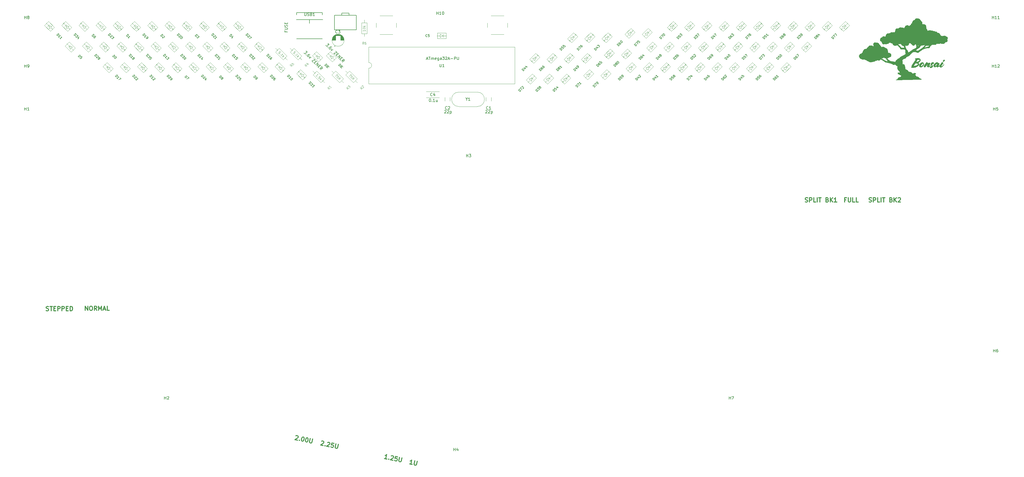
<source format=gto>
G04 #@! TF.GenerationSoftware,KiCad,Pcbnew,(5.1.6)-1*
G04 #@! TF.CreationDate,2020-07-26T17:49:23-05:00*
G04 #@! TF.ProjectId,Bonsai,426f6e73-6169-42e6-9b69-6361645f7063,rev?*
G04 #@! TF.SameCoordinates,Original*
G04 #@! TF.FileFunction,Legend,Top*
G04 #@! TF.FilePolarity,Positive*
%FSLAX46Y46*%
G04 Gerber Fmt 4.6, Leading zero omitted, Abs format (unit mm)*
G04 Created by KiCad (PCBNEW (5.1.6)-1) date 2020-07-26 17:49:23*
%MOMM*%
%LPD*%
G01*
G04 APERTURE LIST*
%ADD10C,0.200000*%
%ADD11C,0.300000*%
%ADD12C,0.010000*%
%ADD13C,0.150000*%
%ADD14C,0.120000*%
%ADD15C,0.203200*%
%ADD16C,0.100000*%
%ADD17C,0.750000*%
%ADD18O,1.000000X2.500000*%
%ADD19O,1.000000X1.800000*%
%ADD20C,2.300000*%
%ADD21R,1.700000X1.700000*%
%ADD22O,1.700000X1.700000*%
%ADD23C,4.087800*%
%ADD24C,1.850000*%
%ADD25C,1.500000*%
%ADD26C,3.148000*%
%ADD27C,1.600000*%
%ADD28C,2.100000*%
%ADD29O,1.500000X1.500000*%
%ADD30R,1.800000X1.800000*%
%ADD31C,1.800000*%
%ADD32C,1.700000*%
%ADD33R,1.300000X1.300000*%
%ADD34C,1.300000*%
G04 APERTURE END LIST*
D10*
X136303631Y-84046953D02*
X136741363Y-84484686D01*
X136236287Y-84518358D01*
X136337302Y-84619373D01*
X136370974Y-84720388D01*
X136370974Y-84787732D01*
X136337302Y-84888747D01*
X136168944Y-85057106D01*
X136067928Y-85090778D01*
X136000585Y-85090778D01*
X135899570Y-85057106D01*
X135697539Y-84855075D01*
X135663867Y-84754060D01*
X135663867Y-84686717D01*
X136404646Y-85427495D02*
X136404646Y-85494839D01*
X136337302Y-85494839D01*
X136337302Y-85427495D01*
X136404646Y-85427495D01*
X136337302Y-85494839D01*
X137684172Y-85427495D02*
X137549485Y-85292808D01*
X137448470Y-85259136D01*
X137381127Y-85259136D01*
X137212768Y-85292808D01*
X137044409Y-85393823D01*
X136775035Y-85663197D01*
X136741363Y-85764213D01*
X136741363Y-85831556D01*
X136775035Y-85932571D01*
X136909722Y-86067258D01*
X137010737Y-86100930D01*
X137078081Y-86100930D01*
X137179096Y-86067258D01*
X137347455Y-85898900D01*
X137381127Y-85797884D01*
X137381127Y-85730541D01*
X137347455Y-85629526D01*
X137212768Y-85494839D01*
X137111753Y-85461167D01*
X137044409Y-85461167D01*
X136943394Y-85494839D01*
X137751516Y-85966243D02*
X137448470Y-86606006D01*
X138088233Y-86302961D01*
X139064714Y-86808037D02*
X139536119Y-87279441D01*
X138357607Y-87515144D01*
X138829012Y-87986548D01*
X139468775Y-87885533D02*
X139704478Y-88121235D01*
X139435104Y-88592640D02*
X139098386Y-88255922D01*
X139805493Y-87548816D01*
X140142210Y-87885533D01*
X139738149Y-88895686D02*
X140445256Y-88188579D01*
X140142210Y-89299747D01*
X140849317Y-88592640D01*
X140849317Y-89266075D02*
X141085019Y-89501777D01*
X140815645Y-89973182D02*
X140478928Y-89636464D01*
X141186035Y-88929357D01*
X141522752Y-89266075D01*
X141522752Y-90680288D02*
X141623767Y-90107869D01*
X141118691Y-90276227D02*
X141825798Y-89569121D01*
X142095172Y-89838495D01*
X142128844Y-89939510D01*
X142128844Y-90006853D01*
X142095172Y-90107869D01*
X141994157Y-90208884D01*
X141893141Y-90242556D01*
X141825798Y-90242556D01*
X141724783Y-90208884D01*
X141455409Y-89939510D01*
X128683630Y-86713954D02*
X129121362Y-87151687D01*
X128616286Y-87185359D01*
X128717301Y-87286374D01*
X128750973Y-87387389D01*
X128750973Y-87454733D01*
X128717301Y-87555748D01*
X128548943Y-87724107D01*
X128447927Y-87757779D01*
X128380584Y-87757779D01*
X128279569Y-87724107D01*
X128077538Y-87522076D01*
X128043866Y-87421061D01*
X128043866Y-87353718D01*
X128784645Y-88094496D02*
X128784645Y-88161840D01*
X128717301Y-88161840D01*
X128717301Y-88094496D01*
X128784645Y-88094496D01*
X128717301Y-88161840D01*
X130064171Y-88094496D02*
X129929484Y-87959809D01*
X129828469Y-87926137D01*
X129761126Y-87926137D01*
X129592767Y-87959809D01*
X129424408Y-88060824D01*
X129155034Y-88330198D01*
X129121362Y-88431214D01*
X129121362Y-88498557D01*
X129155034Y-88599572D01*
X129289721Y-88734259D01*
X129390736Y-88767931D01*
X129458080Y-88767931D01*
X129559095Y-88734259D01*
X129727454Y-88565901D01*
X129761126Y-88464885D01*
X129761126Y-88397542D01*
X129727454Y-88296527D01*
X129592767Y-88161840D01*
X129491752Y-88128168D01*
X129424408Y-88128168D01*
X129323393Y-88161840D01*
X130131515Y-88633244D02*
X129828469Y-89273007D01*
X130468232Y-88969962D01*
X131444713Y-89475038D02*
X131916118Y-89946442D01*
X130737606Y-90182145D01*
X131209011Y-90653549D01*
X131848774Y-90552534D02*
X132084477Y-90788236D01*
X131815103Y-91259641D02*
X131478385Y-90922923D01*
X132185492Y-90215817D01*
X132522209Y-90552534D01*
X132118148Y-91562687D02*
X132825255Y-90855580D01*
X132522209Y-91966748D01*
X133229316Y-91259641D01*
X133229316Y-91933076D02*
X133465018Y-92168778D01*
X133195644Y-92640183D02*
X132858927Y-92303465D01*
X133566034Y-91596358D01*
X133902751Y-91933076D01*
X133902751Y-93347289D02*
X134003766Y-92774870D01*
X133498690Y-92943228D02*
X134205797Y-92236122D01*
X134475171Y-92505496D01*
X134508843Y-92606511D01*
X134508843Y-92673854D01*
X134475171Y-92774870D01*
X134374156Y-92875885D01*
X134273140Y-92909557D01*
X134205797Y-92909557D01*
X134104782Y-92875885D01*
X133835408Y-92606511D01*
D11*
X325102856Y-139456271D02*
X325317141Y-139527700D01*
X325674284Y-139527700D01*
X325817141Y-139456271D01*
X325888570Y-139384843D01*
X325959998Y-139241986D01*
X325959998Y-139099129D01*
X325888570Y-138956271D01*
X325817141Y-138884843D01*
X325674284Y-138813414D01*
X325388570Y-138741986D01*
X325245713Y-138670557D01*
X325174284Y-138599129D01*
X325102856Y-138456271D01*
X325102856Y-138313414D01*
X325174284Y-138170557D01*
X325245713Y-138099129D01*
X325388570Y-138027700D01*
X325745713Y-138027700D01*
X325959998Y-138099129D01*
X326602856Y-139527700D02*
X326602856Y-138027700D01*
X327174284Y-138027700D01*
X327317141Y-138099129D01*
X327388570Y-138170557D01*
X327459998Y-138313414D01*
X327459998Y-138527700D01*
X327388570Y-138670557D01*
X327317141Y-138741986D01*
X327174284Y-138813414D01*
X326602856Y-138813414D01*
X328817141Y-139527700D02*
X328102856Y-139527700D01*
X328102856Y-138027700D01*
X329317141Y-139527700D02*
X329317141Y-138027700D01*
X329817141Y-138027700D02*
X330674284Y-138027700D01*
X330245713Y-139527700D02*
X330245713Y-138027700D01*
X332817141Y-138741986D02*
X333031427Y-138813414D01*
X333102856Y-138884843D01*
X333174284Y-139027700D01*
X333174284Y-139241986D01*
X333102856Y-139384843D01*
X333031427Y-139456271D01*
X332888570Y-139527700D01*
X332317141Y-139527700D01*
X332317141Y-138027700D01*
X332817141Y-138027700D01*
X332959998Y-138099129D01*
X333031427Y-138170557D01*
X333102856Y-138313414D01*
X333102856Y-138456271D01*
X333031427Y-138599129D01*
X332959998Y-138670557D01*
X332817141Y-138741986D01*
X332317141Y-138741986D01*
X333817141Y-139527700D02*
X333817141Y-138027700D01*
X334674284Y-139527700D02*
X334031427Y-138670557D01*
X334674284Y-138027700D02*
X333817141Y-138884843D01*
X335245713Y-138170557D02*
X335317141Y-138099129D01*
X335459998Y-138027700D01*
X335817141Y-138027700D01*
X335959998Y-138099129D01*
X336031427Y-138170557D01*
X336102856Y-138313414D01*
X336102856Y-138456271D01*
X336031427Y-138670557D01*
X335174284Y-139527700D01*
X336102856Y-139527700D01*
X302839756Y-139456271D02*
X303054041Y-139527700D01*
X303411184Y-139527700D01*
X303554041Y-139456271D01*
X303625470Y-139384843D01*
X303696898Y-139241986D01*
X303696898Y-139099129D01*
X303625470Y-138956271D01*
X303554041Y-138884843D01*
X303411184Y-138813414D01*
X303125470Y-138741986D01*
X302982613Y-138670557D01*
X302911184Y-138599129D01*
X302839756Y-138456271D01*
X302839756Y-138313414D01*
X302911184Y-138170557D01*
X302982613Y-138099129D01*
X303125470Y-138027700D01*
X303482613Y-138027700D01*
X303696898Y-138099129D01*
X304339756Y-139527700D02*
X304339756Y-138027700D01*
X304911184Y-138027700D01*
X305054041Y-138099129D01*
X305125470Y-138170557D01*
X305196898Y-138313414D01*
X305196898Y-138527700D01*
X305125470Y-138670557D01*
X305054041Y-138741986D01*
X304911184Y-138813414D01*
X304339756Y-138813414D01*
X306554041Y-139527700D02*
X305839756Y-139527700D01*
X305839756Y-138027700D01*
X307054041Y-139527700D02*
X307054041Y-138027700D01*
X307554041Y-138027700D02*
X308411184Y-138027700D01*
X307982613Y-139527700D02*
X307982613Y-138027700D01*
X310554041Y-138741986D02*
X310768327Y-138813414D01*
X310839756Y-138884843D01*
X310911184Y-139027700D01*
X310911184Y-139241986D01*
X310839756Y-139384843D01*
X310768327Y-139456271D01*
X310625470Y-139527700D01*
X310054041Y-139527700D01*
X310054041Y-138027700D01*
X310554041Y-138027700D01*
X310696898Y-138099129D01*
X310768327Y-138170557D01*
X310839756Y-138313414D01*
X310839756Y-138456271D01*
X310768327Y-138599129D01*
X310696898Y-138670557D01*
X310554041Y-138741986D01*
X310054041Y-138741986D01*
X311554041Y-139527700D02*
X311554041Y-138027700D01*
X312411184Y-139527700D02*
X311768327Y-138670557D01*
X312411184Y-138027700D02*
X311554041Y-138884843D01*
X313839756Y-139527700D02*
X312982613Y-139527700D01*
X313411184Y-139527700D02*
X313411184Y-138027700D01*
X313268327Y-138241986D01*
X313125470Y-138384843D01*
X312982613Y-138456271D01*
X317046781Y-138741986D02*
X316546781Y-138741986D01*
X316546781Y-139527700D02*
X316546781Y-138027700D01*
X317261067Y-138027700D01*
X317832496Y-138027700D02*
X317832496Y-139241986D01*
X317903924Y-139384843D01*
X317975353Y-139456271D01*
X318118210Y-139527700D01*
X318403924Y-139527700D01*
X318546781Y-139456271D01*
X318618210Y-139384843D01*
X318689638Y-139241986D01*
X318689638Y-138027700D01*
X320118210Y-139527700D02*
X319403924Y-139527700D01*
X319403924Y-138027700D01*
X321332496Y-139527700D02*
X320618210Y-139527700D01*
X320618210Y-138027700D01*
X51700888Y-177419422D02*
X51700888Y-175919422D01*
X52558031Y-177419422D01*
X52558031Y-175919422D01*
X53558031Y-175919422D02*
X53843745Y-175919422D01*
X53986602Y-175990851D01*
X54129459Y-176133708D01*
X54200888Y-176419422D01*
X54200888Y-176919422D01*
X54129459Y-177205136D01*
X53986602Y-177347993D01*
X53843745Y-177419422D01*
X53558031Y-177419422D01*
X53415174Y-177347993D01*
X53272317Y-177205136D01*
X53200888Y-176919422D01*
X53200888Y-176419422D01*
X53272317Y-176133708D01*
X53415174Y-175990851D01*
X53558031Y-175919422D01*
X55700888Y-177419422D02*
X55200888Y-176705136D01*
X54843745Y-177419422D02*
X54843745Y-175919422D01*
X55415174Y-175919422D01*
X55558031Y-175990851D01*
X55629459Y-176062279D01*
X55700888Y-176205136D01*
X55700888Y-176419422D01*
X55629459Y-176562279D01*
X55558031Y-176633708D01*
X55415174Y-176705136D01*
X54843745Y-176705136D01*
X56343745Y-177419422D02*
X56343745Y-175919422D01*
X56843745Y-176990851D01*
X57343745Y-175919422D01*
X57343745Y-177419422D01*
X57986602Y-176990851D02*
X58700888Y-176990851D01*
X57843745Y-177419422D02*
X58343745Y-175919422D01*
X58843745Y-177419422D01*
X60058031Y-177419422D02*
X59343745Y-177419422D01*
X59343745Y-175919422D01*
X38066392Y-177439431D02*
X38280677Y-177510860D01*
X38637820Y-177510860D01*
X38780677Y-177439431D01*
X38852106Y-177368003D01*
X38923535Y-177225146D01*
X38923535Y-177082289D01*
X38852106Y-176939431D01*
X38780677Y-176868003D01*
X38637820Y-176796574D01*
X38352106Y-176725146D01*
X38209249Y-176653717D01*
X38137820Y-176582289D01*
X38066392Y-176439431D01*
X38066392Y-176296574D01*
X38137820Y-176153717D01*
X38209249Y-176082289D01*
X38352106Y-176010860D01*
X38709249Y-176010860D01*
X38923535Y-176082289D01*
X39352106Y-176010860D02*
X40209249Y-176010860D01*
X39780677Y-177510860D02*
X39780677Y-176010860D01*
X40709249Y-176725146D02*
X41209249Y-176725146D01*
X41423535Y-177510860D02*
X40709249Y-177510860D01*
X40709249Y-176010860D01*
X41423535Y-176010860D01*
X42066392Y-177510860D02*
X42066392Y-176010860D01*
X42637820Y-176010860D01*
X42780677Y-176082289D01*
X42852106Y-176153717D01*
X42923535Y-176296574D01*
X42923535Y-176510860D01*
X42852106Y-176653717D01*
X42780677Y-176725146D01*
X42637820Y-176796574D01*
X42066392Y-176796574D01*
X43566392Y-177510860D02*
X43566392Y-176010860D01*
X44137820Y-176010860D01*
X44280677Y-176082289D01*
X44352106Y-176153717D01*
X44423535Y-176296574D01*
X44423535Y-176510860D01*
X44352106Y-176653717D01*
X44280677Y-176725146D01*
X44137820Y-176796574D01*
X43566392Y-176796574D01*
X45066392Y-176725146D02*
X45566392Y-176725146D01*
X45780677Y-177510860D02*
X45066392Y-177510860D01*
X45066392Y-176010860D01*
X45780677Y-176010860D01*
X46423535Y-177510860D02*
X46423535Y-176010860D01*
X46780677Y-176010860D01*
X46994963Y-176082289D01*
X47137820Y-176225146D01*
X47209249Y-176368003D01*
X47280677Y-176653717D01*
X47280677Y-176868003D01*
X47209249Y-177153717D01*
X47137820Y-177296574D01*
X46994963Y-177439431D01*
X46780677Y-177510860D01*
X46423535Y-177510860D01*
X165690886Y-231257803D02*
X164852474Y-231079593D01*
X165271680Y-231168698D02*
X165583548Y-229701477D01*
X165399260Y-229881378D01*
X165229823Y-229991412D01*
X165075236Y-230031578D01*
X166631563Y-229924239D02*
X166379099Y-231111990D01*
X166419265Y-231266576D01*
X166474282Y-231351295D01*
X166599166Y-231450864D01*
X166878637Y-231510268D01*
X167033223Y-231470102D01*
X167117942Y-231415085D01*
X167217511Y-231290200D01*
X167469975Y-230102449D01*
X156911741Y-229337207D02*
X156073329Y-229158997D01*
X156492535Y-229248102D02*
X156804402Y-227780881D01*
X156620115Y-227960782D01*
X156450677Y-228070816D01*
X156296091Y-228110982D01*
X157570252Y-229331130D02*
X157625269Y-229415848D01*
X157540550Y-229470865D01*
X157485533Y-229386146D01*
X157570252Y-229331130D01*
X157540550Y-229470865D01*
X158451525Y-228277036D02*
X158536244Y-228222020D01*
X158690830Y-228181854D01*
X159040168Y-228256108D01*
X159165053Y-228355677D01*
X159220070Y-228440396D01*
X159260236Y-228594982D01*
X159230534Y-228734717D01*
X159116114Y-228929469D01*
X158099492Y-229589672D01*
X159007772Y-229782733D01*
X160647125Y-228597677D02*
X159948448Y-228449169D01*
X159730072Y-229132995D01*
X159814791Y-229077978D01*
X159969377Y-229037812D01*
X160318715Y-229112066D01*
X160443600Y-229211635D01*
X160498617Y-229296354D01*
X160538783Y-229450940D01*
X160464529Y-229800278D01*
X160364959Y-229925163D01*
X160280241Y-229980180D01*
X160125655Y-230020346D01*
X159776316Y-229946092D01*
X159651432Y-229846522D01*
X159596415Y-229761804D01*
X161345802Y-228746185D02*
X161093338Y-229933936D01*
X161133504Y-230088522D01*
X161188521Y-230173241D01*
X161313405Y-230272810D01*
X161592876Y-230332213D01*
X161747462Y-230292047D01*
X161832181Y-230237031D01*
X161931750Y-230112146D01*
X162184214Y-228924395D01*
X134122695Y-223133100D02*
X134207413Y-223078084D01*
X134361999Y-223037918D01*
X134711338Y-223112172D01*
X134836222Y-223211741D01*
X134891239Y-223296460D01*
X134931405Y-223451046D01*
X134901704Y-223590781D01*
X134787283Y-223785533D01*
X133770661Y-224445736D01*
X134678941Y-224638796D01*
X135337452Y-224632719D02*
X135392469Y-224717437D01*
X135307750Y-224772454D01*
X135252733Y-224687735D01*
X135337452Y-224632719D01*
X135307750Y-224772454D01*
X136218725Y-223578625D02*
X136303444Y-223523609D01*
X136458030Y-223483443D01*
X136807368Y-223557697D01*
X136932253Y-223657266D01*
X136987270Y-223741985D01*
X137027436Y-223896571D01*
X136997734Y-224036306D01*
X136883314Y-224231058D01*
X135866692Y-224891261D01*
X136774972Y-225084322D01*
X138414325Y-223899266D02*
X137715648Y-223750758D01*
X137497272Y-224434584D01*
X137581991Y-224379567D01*
X137736577Y-224339401D01*
X138085915Y-224413655D01*
X138210800Y-224513224D01*
X138265817Y-224597943D01*
X138305983Y-224752529D01*
X138231729Y-225101867D01*
X138132159Y-225226752D01*
X138047441Y-225281769D01*
X137892855Y-225321935D01*
X137543516Y-225247681D01*
X137418632Y-225148111D01*
X137363615Y-225063393D01*
X139113002Y-224047774D02*
X138860538Y-225235525D01*
X138900704Y-225390111D01*
X138955721Y-225474830D01*
X139080605Y-225574399D01*
X139360076Y-225633802D01*
X139514662Y-225593636D01*
X139599381Y-225538620D01*
X139698950Y-225413735D01*
X139951414Y-224225984D01*
X125181897Y-221245880D02*
X125266615Y-221190864D01*
X125421201Y-221150698D01*
X125770540Y-221224952D01*
X125895424Y-221324521D01*
X125950441Y-221409240D01*
X125990607Y-221563826D01*
X125960906Y-221703561D01*
X125846485Y-221898313D01*
X124829863Y-222558516D01*
X125738143Y-222751576D01*
X126396654Y-222745499D02*
X126451671Y-222830217D01*
X126366952Y-222885234D01*
X126311935Y-222800515D01*
X126396654Y-222745499D01*
X126366952Y-222885234D01*
X127656967Y-221625924D02*
X127796703Y-221655626D01*
X127921587Y-221755195D01*
X127976604Y-221839914D01*
X128016770Y-221994500D01*
X128027234Y-222288822D01*
X127952980Y-222638160D01*
X127823709Y-222902780D01*
X127724140Y-223027664D01*
X127639421Y-223082681D01*
X127484835Y-223122847D01*
X127345100Y-223093146D01*
X127220215Y-222993576D01*
X127165198Y-222908858D01*
X127125032Y-222754272D01*
X127114568Y-222459950D01*
X127188822Y-222110612D01*
X127318093Y-221845992D01*
X127417663Y-221721107D01*
X127502381Y-221666090D01*
X127656967Y-221625924D01*
X129054321Y-221922941D02*
X129194056Y-221952643D01*
X129318941Y-222052212D01*
X129373958Y-222136931D01*
X129414124Y-222291517D01*
X129424588Y-222585838D01*
X129350334Y-222935177D01*
X129221063Y-223199797D01*
X129121494Y-223324681D01*
X129036775Y-223379698D01*
X128882189Y-223419864D01*
X128742453Y-223390162D01*
X128617569Y-223290593D01*
X128562552Y-223205874D01*
X128522386Y-223051288D01*
X128511922Y-222756967D01*
X128586176Y-222407628D01*
X128715447Y-222143008D01*
X128815016Y-222018124D01*
X128899735Y-221963107D01*
X129054321Y-221922941D01*
X130172204Y-222160554D02*
X129919740Y-223348305D01*
X129959906Y-223502891D01*
X130014923Y-223587610D01*
X130139807Y-223687179D01*
X130419278Y-223746582D01*
X130573864Y-223706416D01*
X130658583Y-223651400D01*
X130758152Y-223526515D01*
X131010616Y-222338764D01*
D12*
G04 #@! TO.C,G01*
G36*
X351188799Y-89768714D02*
G01*
X351200366Y-89771848D01*
X351216588Y-89778333D01*
X351238690Y-89788526D01*
X351244575Y-89791355D01*
X351292550Y-89816799D01*
X351335767Y-89844273D01*
X351373750Y-89873261D01*
X351406025Y-89903247D01*
X351432118Y-89933716D01*
X351451556Y-89964152D01*
X351463862Y-89994041D01*
X351468564Y-90022866D01*
X351468176Y-90034337D01*
X351464832Y-90052721D01*
X351457934Y-90071236D01*
X351446797Y-90091008D01*
X351430735Y-90113162D01*
X351409062Y-90138823D01*
X351395086Y-90154207D01*
X351374378Y-90175986D01*
X351350613Y-90199996D01*
X351325014Y-90225088D01*
X351298804Y-90250115D01*
X351273204Y-90273928D01*
X351249438Y-90295379D01*
X351228728Y-90313319D01*
X351212296Y-90326601D01*
X351208637Y-90329322D01*
X351177503Y-90348678D01*
X351141466Y-90365848D01*
X351104073Y-90379199D01*
X351094464Y-90381871D01*
X351064580Y-90387691D01*
X351029206Y-90391478D01*
X350991083Y-90393183D01*
X350952955Y-90392755D01*
X350917561Y-90390141D01*
X350889436Y-90385690D01*
X350856239Y-90377329D01*
X350829799Y-90368228D01*
X350810737Y-90358629D01*
X350801607Y-90351197D01*
X350795524Y-90338773D01*
X350793897Y-90324437D01*
X350794000Y-90318053D01*
X350794711Y-90312328D01*
X350796634Y-90306309D01*
X350800369Y-90299040D01*
X350806522Y-90289567D01*
X350815693Y-90276937D01*
X350828486Y-90260193D01*
X350845503Y-90238383D01*
X350859514Y-90220530D01*
X350887077Y-90184985D01*
X350914021Y-90149278D01*
X350941143Y-90112286D01*
X350969240Y-90072887D01*
X350999110Y-90029959D01*
X351031549Y-89982380D01*
X351067355Y-89929026D01*
X351078845Y-89911766D01*
X351099206Y-89881223D01*
X351118215Y-89852876D01*
X351135338Y-89827508D01*
X351150046Y-89805899D01*
X351161805Y-89788829D01*
X351170084Y-89777079D01*
X351174352Y-89771430D01*
X351174713Y-89771073D01*
X351180657Y-89768574D01*
X351188799Y-89768714D01*
G37*
X351188799Y-89768714D02*
X351200366Y-89771848D01*
X351216588Y-89778333D01*
X351238690Y-89788526D01*
X351244575Y-89791355D01*
X351292550Y-89816799D01*
X351335767Y-89844273D01*
X351373750Y-89873261D01*
X351406025Y-89903247D01*
X351432118Y-89933716D01*
X351451556Y-89964152D01*
X351463862Y-89994041D01*
X351468564Y-90022866D01*
X351468176Y-90034337D01*
X351464832Y-90052721D01*
X351457934Y-90071236D01*
X351446797Y-90091008D01*
X351430735Y-90113162D01*
X351409062Y-90138823D01*
X351395086Y-90154207D01*
X351374378Y-90175986D01*
X351350613Y-90199996D01*
X351325014Y-90225088D01*
X351298804Y-90250115D01*
X351273204Y-90273928D01*
X351249438Y-90295379D01*
X351228728Y-90313319D01*
X351212296Y-90326601D01*
X351208637Y-90329322D01*
X351177503Y-90348678D01*
X351141466Y-90365848D01*
X351104073Y-90379199D01*
X351094464Y-90381871D01*
X351064580Y-90387691D01*
X351029206Y-90391478D01*
X350991083Y-90393183D01*
X350952955Y-90392755D01*
X350917561Y-90390141D01*
X350889436Y-90385690D01*
X350856239Y-90377329D01*
X350829799Y-90368228D01*
X350810737Y-90358629D01*
X350801607Y-90351197D01*
X350795524Y-90338773D01*
X350793897Y-90324437D01*
X350794000Y-90318053D01*
X350794711Y-90312328D01*
X350796634Y-90306309D01*
X350800369Y-90299040D01*
X350806522Y-90289567D01*
X350815693Y-90276937D01*
X350828486Y-90260193D01*
X350845503Y-90238383D01*
X350859514Y-90220530D01*
X350887077Y-90184985D01*
X350914021Y-90149278D01*
X350941143Y-90112286D01*
X350969240Y-90072887D01*
X350999110Y-90029959D01*
X351031549Y-89982380D01*
X351067355Y-89929026D01*
X351078845Y-89911766D01*
X351099206Y-89881223D01*
X351118215Y-89852876D01*
X351135338Y-89827508D01*
X351150046Y-89805899D01*
X351161805Y-89788829D01*
X351170084Y-89777079D01*
X351174352Y-89771430D01*
X351174713Y-89771073D01*
X351180657Y-89768574D01*
X351188799Y-89768714D01*
G36*
X343696370Y-90693114D02*
G01*
X343720943Y-90696529D01*
X343773804Y-90708481D01*
X343825527Y-90725346D01*
X343874805Y-90746450D01*
X343920328Y-90771122D01*
X343960789Y-90798689D01*
X343994879Y-90828478D01*
X344010135Y-90845199D01*
X344034638Y-90868598D01*
X344054848Y-90881019D01*
X344091000Y-90903781D01*
X344122913Y-90933680D01*
X344150385Y-90970415D01*
X344173217Y-91013682D01*
X344191207Y-91063178D01*
X344200805Y-91101333D01*
X344206137Y-91135140D01*
X344209405Y-91174486D01*
X344210581Y-91216692D01*
X344209636Y-91259078D01*
X344206543Y-91298965D01*
X344203149Y-91323583D01*
X344183931Y-91413606D01*
X344156616Y-91505014D01*
X344121377Y-91597391D01*
X344078389Y-91690319D01*
X344027828Y-91783383D01*
X343973334Y-91870943D01*
X343916209Y-91951381D01*
X343854202Y-92027576D01*
X343788223Y-92098573D01*
X343719179Y-92163422D01*
X343647979Y-92221167D01*
X343620513Y-92241073D01*
X343553642Y-92283384D01*
X343481690Y-92320467D01*
X343406501Y-92351547D01*
X343329917Y-92375851D01*
X343264114Y-92390786D01*
X343243402Y-92393653D01*
X343216712Y-92395986D01*
X343186233Y-92397725D01*
X343154153Y-92398810D01*
X343122661Y-92399179D01*
X343093944Y-92398774D01*
X343070191Y-92397533D01*
X343059597Y-92396413D01*
X342996963Y-92384215D01*
X342937335Y-92365092D01*
X342880121Y-92338730D01*
X342824731Y-92304818D01*
X342770576Y-92263043D01*
X342720900Y-92216960D01*
X342673382Y-92163577D01*
X342633195Y-92106030D01*
X342600273Y-92044196D01*
X342590611Y-92019310D01*
X343129382Y-92019310D01*
X343129546Y-92040261D01*
X343130464Y-92058731D01*
X343132104Y-92073092D01*
X343134430Y-92081713D01*
X343136322Y-92083467D01*
X343140767Y-92082200D01*
X343151654Y-92078743D01*
X343167399Y-92073605D01*
X343186421Y-92067299D01*
X343188657Y-92066552D01*
X343271194Y-92034866D01*
X343353344Y-91995398D01*
X343434337Y-91948827D01*
X343513402Y-91895827D01*
X343589769Y-91837076D01*
X343662668Y-91773251D01*
X343731327Y-91705028D01*
X343794976Y-91633085D01*
X343852845Y-91558098D01*
X343904164Y-91480743D01*
X343948162Y-91401697D01*
X343950179Y-91397667D01*
X343974279Y-91346267D01*
X343993199Y-91298969D01*
X344007648Y-91253790D01*
X344018336Y-91208750D01*
X344018861Y-91206071D01*
X344023412Y-91176153D01*
X344026053Y-91144606D01*
X344026760Y-91113688D01*
X344025507Y-91085658D01*
X344022265Y-91062776D01*
X344020605Y-91056228D01*
X344011955Y-91034820D01*
X344000092Y-91015965D01*
X343986577Y-91001813D01*
X343976685Y-90995737D01*
X343968898Y-90993210D01*
X343961183Y-90993062D01*
X343950983Y-90995657D01*
X343935738Y-91001358D01*
X343934916Y-91001685D01*
X343877381Y-91028069D01*
X343817899Y-91062117D01*
X343756945Y-91103380D01*
X343694998Y-91151410D01*
X343632532Y-91205757D01*
X343570025Y-91265973D01*
X343507953Y-91331610D01*
X343446792Y-91402219D01*
X343387018Y-91477351D01*
X343329109Y-91556558D01*
X343298968Y-91600585D01*
X343256784Y-91666155D01*
X343221069Y-91727160D01*
X343191558Y-91784170D01*
X343167990Y-91837755D01*
X343150099Y-91888486D01*
X343137623Y-91936931D01*
X343133749Y-91957873D01*
X343131450Y-91976486D01*
X343130005Y-91997508D01*
X343129382Y-92019310D01*
X342590611Y-92019310D01*
X342574551Y-91977951D01*
X342555964Y-91907173D01*
X342555197Y-91903396D01*
X342550137Y-91868081D01*
X342547622Y-91827270D01*
X342547605Y-91783526D01*
X342550043Y-91739413D01*
X342554888Y-91697497D01*
X342559287Y-91672743D01*
X342578306Y-91599007D01*
X342604710Y-91525597D01*
X342638647Y-91452267D01*
X342680264Y-91378769D01*
X342729709Y-91304859D01*
X342787129Y-91230287D01*
X342852673Y-91154809D01*
X342898437Y-91106441D01*
X342969221Y-91036853D01*
X343038924Y-90974478D01*
X343108723Y-90918369D01*
X343179798Y-90867579D01*
X343253221Y-90821222D01*
X343322041Y-90783341D01*
X343389922Y-90751747D01*
X343456324Y-90726584D01*
X343520709Y-90707995D01*
X343582537Y-90696125D01*
X343641271Y-90691117D01*
X343696370Y-90693114D01*
G37*
X343696370Y-90693114D02*
X343720943Y-90696529D01*
X343773804Y-90708481D01*
X343825527Y-90725346D01*
X343874805Y-90746450D01*
X343920328Y-90771122D01*
X343960789Y-90798689D01*
X343994879Y-90828478D01*
X344010135Y-90845199D01*
X344034638Y-90868598D01*
X344054848Y-90881019D01*
X344091000Y-90903781D01*
X344122913Y-90933680D01*
X344150385Y-90970415D01*
X344173217Y-91013682D01*
X344191207Y-91063178D01*
X344200805Y-91101333D01*
X344206137Y-91135140D01*
X344209405Y-91174486D01*
X344210581Y-91216692D01*
X344209636Y-91259078D01*
X344206543Y-91298965D01*
X344203149Y-91323583D01*
X344183931Y-91413606D01*
X344156616Y-91505014D01*
X344121377Y-91597391D01*
X344078389Y-91690319D01*
X344027828Y-91783383D01*
X343973334Y-91870943D01*
X343916209Y-91951381D01*
X343854202Y-92027576D01*
X343788223Y-92098573D01*
X343719179Y-92163422D01*
X343647979Y-92221167D01*
X343620513Y-92241073D01*
X343553642Y-92283384D01*
X343481690Y-92320467D01*
X343406501Y-92351547D01*
X343329917Y-92375851D01*
X343264114Y-92390786D01*
X343243402Y-92393653D01*
X343216712Y-92395986D01*
X343186233Y-92397725D01*
X343154153Y-92398810D01*
X343122661Y-92399179D01*
X343093944Y-92398774D01*
X343070191Y-92397533D01*
X343059597Y-92396413D01*
X342996963Y-92384215D01*
X342937335Y-92365092D01*
X342880121Y-92338730D01*
X342824731Y-92304818D01*
X342770576Y-92263043D01*
X342720900Y-92216960D01*
X342673382Y-92163577D01*
X342633195Y-92106030D01*
X342600273Y-92044196D01*
X342590611Y-92019310D01*
X343129382Y-92019310D01*
X343129546Y-92040261D01*
X343130464Y-92058731D01*
X343132104Y-92073092D01*
X343134430Y-92081713D01*
X343136322Y-92083467D01*
X343140767Y-92082200D01*
X343151654Y-92078743D01*
X343167399Y-92073605D01*
X343186421Y-92067299D01*
X343188657Y-92066552D01*
X343271194Y-92034866D01*
X343353344Y-91995398D01*
X343434337Y-91948827D01*
X343513402Y-91895827D01*
X343589769Y-91837076D01*
X343662668Y-91773251D01*
X343731327Y-91705028D01*
X343794976Y-91633085D01*
X343852845Y-91558098D01*
X343904164Y-91480743D01*
X343948162Y-91401697D01*
X343950179Y-91397667D01*
X343974279Y-91346267D01*
X343993199Y-91298969D01*
X344007648Y-91253790D01*
X344018336Y-91208750D01*
X344018861Y-91206071D01*
X344023412Y-91176153D01*
X344026053Y-91144606D01*
X344026760Y-91113688D01*
X344025507Y-91085658D01*
X344022265Y-91062776D01*
X344020605Y-91056228D01*
X344011955Y-91034820D01*
X344000092Y-91015965D01*
X343986577Y-91001813D01*
X343976685Y-90995737D01*
X343968898Y-90993210D01*
X343961183Y-90993062D01*
X343950983Y-90995657D01*
X343935738Y-91001358D01*
X343934916Y-91001685D01*
X343877381Y-91028069D01*
X343817899Y-91062117D01*
X343756945Y-91103380D01*
X343694998Y-91151410D01*
X343632532Y-91205757D01*
X343570025Y-91265973D01*
X343507953Y-91331610D01*
X343446792Y-91402219D01*
X343387018Y-91477351D01*
X343329109Y-91556558D01*
X343298968Y-91600585D01*
X343256784Y-91666155D01*
X343221069Y-91727160D01*
X343191558Y-91784170D01*
X343167990Y-91837755D01*
X343150099Y-91888486D01*
X343137623Y-91936931D01*
X343133749Y-91957873D01*
X343131450Y-91976486D01*
X343130005Y-91997508D01*
X343129382Y-92019310D01*
X342590611Y-92019310D01*
X342574551Y-91977951D01*
X342555964Y-91907173D01*
X342555197Y-91903396D01*
X342550137Y-91868081D01*
X342547622Y-91827270D01*
X342547605Y-91783526D01*
X342550043Y-91739413D01*
X342554888Y-91697497D01*
X342559287Y-91672743D01*
X342578306Y-91599007D01*
X342604710Y-91525597D01*
X342638647Y-91452267D01*
X342680264Y-91378769D01*
X342729709Y-91304859D01*
X342787129Y-91230287D01*
X342852673Y-91154809D01*
X342898437Y-91106441D01*
X342969221Y-91036853D01*
X343038924Y-90974478D01*
X343108723Y-90918369D01*
X343179798Y-90867579D01*
X343253221Y-90821222D01*
X343322041Y-90783341D01*
X343389922Y-90751747D01*
X343456324Y-90726584D01*
X343520709Y-90707995D01*
X343582537Y-90696125D01*
X343641271Y-90691117D01*
X343696370Y-90693114D01*
G36*
X350501819Y-90651577D02*
G01*
X350525579Y-90657000D01*
X350555513Y-90666120D01*
X350563557Y-90668731D01*
X350590465Y-90677381D01*
X350619104Y-90686363D01*
X350646512Y-90694761D01*
X350669727Y-90701662D01*
X350675364Y-90703284D01*
X350720636Y-90716471D01*
X350758533Y-90728251D01*
X350789953Y-90739015D01*
X350815792Y-90749158D01*
X350836949Y-90759071D01*
X350854321Y-90769149D01*
X350868805Y-90779785D01*
X350881299Y-90791371D01*
X350884703Y-90794992D01*
X350904555Y-90822803D01*
X350917208Y-90854657D01*
X350922702Y-90890204D01*
X350921079Y-90929096D01*
X350912378Y-90970985D01*
X350896641Y-91015524D01*
X350873907Y-91062363D01*
X350848632Y-91104465D01*
X350839905Y-91117316D01*
X350826930Y-91135700D01*
X350810584Y-91158410D01*
X350791743Y-91184242D01*
X350771282Y-91211987D01*
X350750079Y-91240439D01*
X350743278Y-91249500D01*
X350672213Y-91344959D01*
X350606919Y-91434690D01*
X350547211Y-91518981D01*
X350492902Y-91598119D01*
X350443806Y-91672390D01*
X350399737Y-91742084D01*
X350360508Y-91807486D01*
X350325932Y-91868883D01*
X350295823Y-91926565D01*
X350273003Y-91974198D01*
X350258866Y-92006663D01*
X350245874Y-92039486D01*
X350234623Y-92070942D01*
X350225711Y-92099305D01*
X350219735Y-92122851D01*
X350217870Y-92133468D01*
X350215004Y-92155070D01*
X350231401Y-92152571D01*
X350281875Y-92141747D01*
X350335782Y-92124384D01*
X350391926Y-92101038D01*
X350449117Y-92072262D01*
X350506160Y-92038611D01*
X350561863Y-92000640D01*
X350567833Y-91996240D01*
X350638417Y-91940423D01*
X350710627Y-91876638D01*
X350784190Y-91805169D01*
X350858832Y-91726302D01*
X350934280Y-91640319D01*
X351010261Y-91547506D01*
X351055737Y-91488990D01*
X351078764Y-91458815D01*
X351097284Y-91434800D01*
X351111964Y-91416401D01*
X351123472Y-91403077D01*
X351132473Y-91394284D01*
X351139634Y-91389480D01*
X351145622Y-91388121D01*
X351151103Y-91389664D01*
X351156744Y-91393568D01*
X351163212Y-91399288D01*
X351164476Y-91400434D01*
X351180474Y-91416766D01*
X351190139Y-91432084D01*
X351193585Y-91447904D01*
X351190923Y-91465748D01*
X351182265Y-91487133D01*
X351172258Y-91505794D01*
X351145356Y-91550362D01*
X351113052Y-91599654D01*
X351076141Y-91652620D01*
X351035414Y-91708211D01*
X350991664Y-91765379D01*
X350945684Y-91823073D01*
X350898267Y-91880244D01*
X350850205Y-91935844D01*
X350831824Y-91956467D01*
X350808555Y-91981751D01*
X350781077Y-92010635D01*
X350750710Y-92041809D01*
X350718773Y-92073961D01*
X350686588Y-92105782D01*
X350655472Y-92135961D01*
X350626747Y-92163188D01*
X350601731Y-92186151D01*
X350590697Y-92195911D01*
X350522558Y-92252417D01*
X350456415Y-92301769D01*
X350392463Y-92343857D01*
X350330900Y-92378573D01*
X350271922Y-92405808D01*
X350215727Y-92425452D01*
X350162511Y-92437398D01*
X350151568Y-92438939D01*
X350134970Y-92440880D01*
X350121502Y-92442197D01*
X350113453Y-92442675D01*
X350112441Y-92442622D01*
X350105543Y-92441757D01*
X350094523Y-92440550D01*
X350093280Y-92440421D01*
X350039999Y-92430997D01*
X349985461Y-92413764D01*
X349930490Y-92389122D01*
X349875909Y-92357468D01*
X349822539Y-92319201D01*
X349793737Y-92295250D01*
X349755458Y-92259227D01*
X349724222Y-92223916D01*
X349698916Y-92187760D01*
X349678428Y-92149199D01*
X349664020Y-92113506D01*
X349658991Y-92098873D01*
X349655463Y-92086615D01*
X349653167Y-92074669D01*
X349651838Y-92060969D01*
X349651206Y-92043452D01*
X349651005Y-92020054D01*
X349650990Y-92012978D01*
X349650898Y-91987067D01*
X349650394Y-91968909D01*
X349649006Y-91957793D01*
X349646260Y-91953005D01*
X349641685Y-91953833D01*
X349634807Y-91959563D01*
X349625153Y-91969484D01*
X349623380Y-91971349D01*
X349612753Y-91981816D01*
X349597007Y-91996416D01*
X349577562Y-92013903D01*
X349555837Y-92033028D01*
X349533251Y-92052544D01*
X349511222Y-92071205D01*
X349491171Y-92087764D01*
X349487914Y-92090399D01*
X349418948Y-92142924D01*
X349348657Y-92190575D01*
X349277860Y-92232940D01*
X349207373Y-92269607D01*
X349138013Y-92300163D01*
X349070596Y-92324198D01*
X349005941Y-92341297D01*
X348980957Y-92346117D01*
X348941224Y-92351318D01*
X348899174Y-92354082D01*
X348880899Y-92354400D01*
X348837482Y-92352558D01*
X348800365Y-92346714D01*
X348768152Y-92336392D01*
X348739444Y-92321116D01*
X348712846Y-92300409D01*
X348707274Y-92295208D01*
X348680838Y-92264767D01*
X348659881Y-92229230D01*
X348644084Y-92187919D01*
X348633129Y-92140159D01*
X348632560Y-92136709D01*
X348631063Y-92122275D01*
X348630068Y-92101946D01*
X348629550Y-92077539D01*
X348629488Y-92050872D01*
X348629857Y-92023764D01*
X348630635Y-91998031D01*
X348631797Y-91975492D01*
X348633321Y-91957965D01*
X348634977Y-91948000D01*
X348634207Y-91945486D01*
X348628866Y-91948983D01*
X348618721Y-91958693D01*
X348603540Y-91974815D01*
X348602897Y-91975517D01*
X348579644Y-92000400D01*
X348552867Y-92028175D01*
X348523698Y-92057741D01*
X348493264Y-92087996D01*
X348462695Y-92117842D01*
X348433120Y-92146178D01*
X348405670Y-92171903D01*
X348381473Y-92193918D01*
X348361658Y-92211122D01*
X348357613Y-92214468D01*
X348327265Y-92238355D01*
X348295173Y-92262040D01*
X348263130Y-92284295D01*
X348232928Y-92303894D01*
X348206358Y-92319611D01*
X348195572Y-92325340D01*
X348180088Y-92332463D01*
X348160071Y-92340704D01*
X348139058Y-92348629D01*
X348132072Y-92351080D01*
X348088571Y-92362094D01*
X348045291Y-92365102D01*
X348001731Y-92360040D01*
X347957394Y-92346845D01*
X347911781Y-92325454D01*
X347906527Y-92322520D01*
X347888493Y-92311468D01*
X347867116Y-92297123D01*
X347845531Y-92281638D01*
X347832444Y-92271643D01*
X347810974Y-92255241D01*
X347786207Y-92237137D01*
X347761983Y-92220106D01*
X347750130Y-92212104D01*
X347708897Y-92181031D01*
X347669194Y-92143896D01*
X347632480Y-92102442D01*
X347600215Y-92058410D01*
X347593131Y-92046349D01*
X348106548Y-92046349D01*
X348116722Y-92043234D01*
X348124260Y-92040184D01*
X348137525Y-92034095D01*
X348154724Y-92025816D01*
X348174063Y-92016195D01*
X348176426Y-92014999D01*
X348257755Y-91969780D01*
X348339297Y-91916655D01*
X348420440Y-91856145D01*
X348500572Y-91788770D01*
X348579081Y-91715052D01*
X348655357Y-91635511D01*
X348728787Y-91550668D01*
X348744761Y-91531017D01*
X348764499Y-91505803D01*
X348781758Y-91482116D01*
X348797959Y-91457796D01*
X348814523Y-91430683D01*
X348832873Y-91398618D01*
X348838114Y-91389200D01*
X348884729Y-91306687D01*
X348929835Y-91230277D01*
X348974588Y-91158041D01*
X349003667Y-91112975D01*
X349017090Y-91092185D01*
X349028419Y-91074042D01*
X349037010Y-91059627D01*
X349042217Y-91050023D01*
X349043399Y-91046312D01*
X349043331Y-91046300D01*
X349036992Y-91047854D01*
X349024369Y-91052125D01*
X349006973Y-91058526D01*
X348986314Y-91066469D01*
X348963905Y-91075368D01*
X348941256Y-91084637D01*
X348919878Y-91093687D01*
X348908487Y-91098680D01*
X348863622Y-91120176D01*
X348814558Y-91146343D01*
X348763214Y-91175998D01*
X348711510Y-91207960D01*
X348661365Y-91241048D01*
X348614698Y-91274080D01*
X348578194Y-91302033D01*
X348497112Y-91370865D01*
X348422366Y-91442404D01*
X348354356Y-91516178D01*
X348293484Y-91591711D01*
X348240151Y-91668530D01*
X348194757Y-91746159D01*
X348182416Y-91770200D01*
X348156872Y-91825476D01*
X348137224Y-91876958D01*
X348122949Y-91926372D01*
X348113525Y-91975444D01*
X348109498Y-92010933D01*
X348106548Y-92046349D01*
X347593131Y-92046349D01*
X347573860Y-92013542D01*
X347561549Y-91987086D01*
X347543789Y-91933468D01*
X347533971Y-91877180D01*
X347532053Y-91818366D01*
X347537991Y-91757170D01*
X347551742Y-91693736D01*
X347573263Y-91628207D01*
X347602511Y-91560729D01*
X347639444Y-91491446D01*
X347684017Y-91420501D01*
X347736189Y-91348038D01*
X347762019Y-91315117D01*
X347833721Y-91231318D01*
X347910790Y-91151277D01*
X347992487Y-91075512D01*
X348078073Y-91004540D01*
X348166808Y-90938879D01*
X348257955Y-90879047D01*
X348350773Y-90825564D01*
X348444525Y-90778945D01*
X348538470Y-90739711D01*
X348624313Y-90710619D01*
X348657937Y-90700928D01*
X348686138Y-90693900D01*
X348711394Y-90689158D01*
X348736186Y-90686324D01*
X348762992Y-90685022D01*
X348793647Y-90684868D01*
X348830048Y-90685975D01*
X348860975Y-90688999D01*
X348889313Y-90694511D01*
X348917948Y-90703080D01*
X348949764Y-90715279D01*
X348951933Y-90716179D01*
X348984493Y-90732168D01*
X349019939Y-90753784D01*
X349056459Y-90779609D01*
X349092244Y-90808226D01*
X349125482Y-90838217D01*
X349154363Y-90868166D01*
X349169727Y-90886660D01*
X349186953Y-90908989D01*
X349209375Y-90906700D01*
X349241491Y-90906308D01*
X349273799Y-90911041D01*
X349302566Y-90920335D01*
X349303964Y-90920964D01*
X349331571Y-90935564D01*
X349363564Y-90955874D01*
X349398914Y-90981093D01*
X349436594Y-91010421D01*
X349475577Y-91043057D01*
X349514834Y-91078201D01*
X349553338Y-91115051D01*
X349554229Y-91115935D01*
X349576227Y-91137937D01*
X349592877Y-91155083D01*
X349604987Y-91168332D01*
X349613363Y-91178644D01*
X349618809Y-91186980D01*
X349622132Y-91194300D01*
X349623366Y-91198316D01*
X349626369Y-91214999D01*
X349625811Y-91231006D01*
X349621176Y-91247589D01*
X349611950Y-91266003D01*
X349597616Y-91287500D01*
X349577662Y-91313332D01*
X349574499Y-91317233D01*
X349515275Y-91394874D01*
X349458218Y-91479419D01*
X349404156Y-91569414D01*
X349353917Y-91663402D01*
X349308330Y-91759929D01*
X349270532Y-91851486D01*
X349260598Y-91878078D01*
X349250855Y-91905429D01*
X349241685Y-91932331D01*
X349233470Y-91957572D01*
X349226590Y-91979943D01*
X349221428Y-91998236D01*
X349218364Y-92011239D01*
X349217780Y-92017744D01*
X349217985Y-92018149D01*
X349223323Y-92018496D01*
X349234946Y-92016614D01*
X349251110Y-92012960D01*
X349270070Y-92007990D01*
X349290084Y-92002162D01*
X349309406Y-91995930D01*
X349325976Y-91989879D01*
X349389233Y-91961110D01*
X349453667Y-91924533D01*
X349518546Y-91880587D01*
X349555647Y-91852248D01*
X349575130Y-91835782D01*
X349598999Y-91814066D01*
X349626110Y-91788260D01*
X349655317Y-91759525D01*
X349685477Y-91729020D01*
X349715443Y-91697906D01*
X349744071Y-91667342D01*
X349770216Y-91638489D01*
X349792733Y-91612507D01*
X349795390Y-91609333D01*
X349820629Y-91578476D01*
X349849906Y-91541687D01*
X349882436Y-91499994D01*
X349917432Y-91454423D01*
X349954107Y-91406000D01*
X349991674Y-91355750D01*
X350029348Y-91304701D01*
X350038961Y-91291565D01*
X350100802Y-91206030D01*
X350157506Y-91125721D01*
X350209708Y-91049668D01*
X350258045Y-90976904D01*
X350303153Y-90906460D01*
X350345667Y-90837369D01*
X350386225Y-90768663D01*
X350410618Y-90725918D01*
X350426692Y-90698191D01*
X350440553Y-90677295D01*
X350453599Y-90662708D01*
X350467226Y-90653908D01*
X350482834Y-90650372D01*
X350501819Y-90651577D01*
G37*
X350501819Y-90651577D02*
X350525579Y-90657000D01*
X350555513Y-90666120D01*
X350563557Y-90668731D01*
X350590465Y-90677381D01*
X350619104Y-90686363D01*
X350646512Y-90694761D01*
X350669727Y-90701662D01*
X350675364Y-90703284D01*
X350720636Y-90716471D01*
X350758533Y-90728251D01*
X350789953Y-90739015D01*
X350815792Y-90749158D01*
X350836949Y-90759071D01*
X350854321Y-90769149D01*
X350868805Y-90779785D01*
X350881299Y-90791371D01*
X350884703Y-90794992D01*
X350904555Y-90822803D01*
X350917208Y-90854657D01*
X350922702Y-90890204D01*
X350921079Y-90929096D01*
X350912378Y-90970985D01*
X350896641Y-91015524D01*
X350873907Y-91062363D01*
X350848632Y-91104465D01*
X350839905Y-91117316D01*
X350826930Y-91135700D01*
X350810584Y-91158410D01*
X350791743Y-91184242D01*
X350771282Y-91211987D01*
X350750079Y-91240439D01*
X350743278Y-91249500D01*
X350672213Y-91344959D01*
X350606919Y-91434690D01*
X350547211Y-91518981D01*
X350492902Y-91598119D01*
X350443806Y-91672390D01*
X350399737Y-91742084D01*
X350360508Y-91807486D01*
X350325932Y-91868883D01*
X350295823Y-91926565D01*
X350273003Y-91974198D01*
X350258866Y-92006663D01*
X350245874Y-92039486D01*
X350234623Y-92070942D01*
X350225711Y-92099305D01*
X350219735Y-92122851D01*
X350217870Y-92133468D01*
X350215004Y-92155070D01*
X350231401Y-92152571D01*
X350281875Y-92141747D01*
X350335782Y-92124384D01*
X350391926Y-92101038D01*
X350449117Y-92072262D01*
X350506160Y-92038611D01*
X350561863Y-92000640D01*
X350567833Y-91996240D01*
X350638417Y-91940423D01*
X350710627Y-91876638D01*
X350784190Y-91805169D01*
X350858832Y-91726302D01*
X350934280Y-91640319D01*
X351010261Y-91547506D01*
X351055737Y-91488990D01*
X351078764Y-91458815D01*
X351097284Y-91434800D01*
X351111964Y-91416401D01*
X351123472Y-91403077D01*
X351132473Y-91394284D01*
X351139634Y-91389480D01*
X351145622Y-91388121D01*
X351151103Y-91389664D01*
X351156744Y-91393568D01*
X351163212Y-91399288D01*
X351164476Y-91400434D01*
X351180474Y-91416766D01*
X351190139Y-91432084D01*
X351193585Y-91447904D01*
X351190923Y-91465748D01*
X351182265Y-91487133D01*
X351172258Y-91505794D01*
X351145356Y-91550362D01*
X351113052Y-91599654D01*
X351076141Y-91652620D01*
X351035414Y-91708211D01*
X350991664Y-91765379D01*
X350945684Y-91823073D01*
X350898267Y-91880244D01*
X350850205Y-91935844D01*
X350831824Y-91956467D01*
X350808555Y-91981751D01*
X350781077Y-92010635D01*
X350750710Y-92041809D01*
X350718773Y-92073961D01*
X350686588Y-92105782D01*
X350655472Y-92135961D01*
X350626747Y-92163188D01*
X350601731Y-92186151D01*
X350590697Y-92195911D01*
X350522558Y-92252417D01*
X350456415Y-92301769D01*
X350392463Y-92343857D01*
X350330900Y-92378573D01*
X350271922Y-92405808D01*
X350215727Y-92425452D01*
X350162511Y-92437398D01*
X350151568Y-92438939D01*
X350134970Y-92440880D01*
X350121502Y-92442197D01*
X350113453Y-92442675D01*
X350112441Y-92442622D01*
X350105543Y-92441757D01*
X350094523Y-92440550D01*
X350093280Y-92440421D01*
X350039999Y-92430997D01*
X349985461Y-92413764D01*
X349930490Y-92389122D01*
X349875909Y-92357468D01*
X349822539Y-92319201D01*
X349793737Y-92295250D01*
X349755458Y-92259227D01*
X349724222Y-92223916D01*
X349698916Y-92187760D01*
X349678428Y-92149199D01*
X349664020Y-92113506D01*
X349658991Y-92098873D01*
X349655463Y-92086615D01*
X349653167Y-92074669D01*
X349651838Y-92060969D01*
X349651206Y-92043452D01*
X349651005Y-92020054D01*
X349650990Y-92012978D01*
X349650898Y-91987067D01*
X349650394Y-91968909D01*
X349649006Y-91957793D01*
X349646260Y-91953005D01*
X349641685Y-91953833D01*
X349634807Y-91959563D01*
X349625153Y-91969484D01*
X349623380Y-91971349D01*
X349612753Y-91981816D01*
X349597007Y-91996416D01*
X349577562Y-92013903D01*
X349555837Y-92033028D01*
X349533251Y-92052544D01*
X349511222Y-92071205D01*
X349491171Y-92087764D01*
X349487914Y-92090399D01*
X349418948Y-92142924D01*
X349348657Y-92190575D01*
X349277860Y-92232940D01*
X349207373Y-92269607D01*
X349138013Y-92300163D01*
X349070596Y-92324198D01*
X349005941Y-92341297D01*
X348980957Y-92346117D01*
X348941224Y-92351318D01*
X348899174Y-92354082D01*
X348880899Y-92354400D01*
X348837482Y-92352558D01*
X348800365Y-92346714D01*
X348768152Y-92336392D01*
X348739444Y-92321116D01*
X348712846Y-92300409D01*
X348707274Y-92295208D01*
X348680838Y-92264767D01*
X348659881Y-92229230D01*
X348644084Y-92187919D01*
X348633129Y-92140159D01*
X348632560Y-92136709D01*
X348631063Y-92122275D01*
X348630068Y-92101946D01*
X348629550Y-92077539D01*
X348629488Y-92050872D01*
X348629857Y-92023764D01*
X348630635Y-91998031D01*
X348631797Y-91975492D01*
X348633321Y-91957965D01*
X348634977Y-91948000D01*
X348634207Y-91945486D01*
X348628866Y-91948983D01*
X348618721Y-91958693D01*
X348603540Y-91974815D01*
X348602897Y-91975517D01*
X348579644Y-92000400D01*
X348552867Y-92028175D01*
X348523698Y-92057741D01*
X348493264Y-92087996D01*
X348462695Y-92117842D01*
X348433120Y-92146178D01*
X348405670Y-92171903D01*
X348381473Y-92193918D01*
X348361658Y-92211122D01*
X348357613Y-92214468D01*
X348327265Y-92238355D01*
X348295173Y-92262040D01*
X348263130Y-92284295D01*
X348232928Y-92303894D01*
X348206358Y-92319611D01*
X348195572Y-92325340D01*
X348180088Y-92332463D01*
X348160071Y-92340704D01*
X348139058Y-92348629D01*
X348132072Y-92351080D01*
X348088571Y-92362094D01*
X348045291Y-92365102D01*
X348001731Y-92360040D01*
X347957394Y-92346845D01*
X347911781Y-92325454D01*
X347906527Y-92322520D01*
X347888493Y-92311468D01*
X347867116Y-92297123D01*
X347845531Y-92281638D01*
X347832444Y-92271643D01*
X347810974Y-92255241D01*
X347786207Y-92237137D01*
X347761983Y-92220106D01*
X347750130Y-92212104D01*
X347708897Y-92181031D01*
X347669194Y-92143896D01*
X347632480Y-92102442D01*
X347600215Y-92058410D01*
X347593131Y-92046349D01*
X348106548Y-92046349D01*
X348116722Y-92043234D01*
X348124260Y-92040184D01*
X348137525Y-92034095D01*
X348154724Y-92025816D01*
X348174063Y-92016195D01*
X348176426Y-92014999D01*
X348257755Y-91969780D01*
X348339297Y-91916655D01*
X348420440Y-91856145D01*
X348500572Y-91788770D01*
X348579081Y-91715052D01*
X348655357Y-91635511D01*
X348728787Y-91550668D01*
X348744761Y-91531017D01*
X348764499Y-91505803D01*
X348781758Y-91482116D01*
X348797959Y-91457796D01*
X348814523Y-91430683D01*
X348832873Y-91398618D01*
X348838114Y-91389200D01*
X348884729Y-91306687D01*
X348929835Y-91230277D01*
X348974588Y-91158041D01*
X349003667Y-91112975D01*
X349017090Y-91092185D01*
X349028419Y-91074042D01*
X349037010Y-91059627D01*
X349042217Y-91050023D01*
X349043399Y-91046312D01*
X349043331Y-91046300D01*
X349036992Y-91047854D01*
X349024369Y-91052125D01*
X349006973Y-91058526D01*
X348986314Y-91066469D01*
X348963905Y-91075368D01*
X348941256Y-91084637D01*
X348919878Y-91093687D01*
X348908487Y-91098680D01*
X348863622Y-91120176D01*
X348814558Y-91146343D01*
X348763214Y-91175998D01*
X348711510Y-91207960D01*
X348661365Y-91241048D01*
X348614698Y-91274080D01*
X348578194Y-91302033D01*
X348497112Y-91370865D01*
X348422366Y-91442404D01*
X348354356Y-91516178D01*
X348293484Y-91591711D01*
X348240151Y-91668530D01*
X348194757Y-91746159D01*
X348182416Y-91770200D01*
X348156872Y-91825476D01*
X348137224Y-91876958D01*
X348122949Y-91926372D01*
X348113525Y-91975444D01*
X348109498Y-92010933D01*
X348106548Y-92046349D01*
X347593131Y-92046349D01*
X347573860Y-92013542D01*
X347561549Y-91987086D01*
X347543789Y-91933468D01*
X347533971Y-91877180D01*
X347532053Y-91818366D01*
X347537991Y-91757170D01*
X347551742Y-91693736D01*
X347573263Y-91628207D01*
X347602511Y-91560729D01*
X347639444Y-91491446D01*
X347684017Y-91420501D01*
X347736189Y-91348038D01*
X347762019Y-91315117D01*
X347833721Y-91231318D01*
X347910790Y-91151277D01*
X347992487Y-91075512D01*
X348078073Y-91004540D01*
X348166808Y-90938879D01*
X348257955Y-90879047D01*
X348350773Y-90825564D01*
X348444525Y-90778945D01*
X348538470Y-90739711D01*
X348624313Y-90710619D01*
X348657937Y-90700928D01*
X348686138Y-90693900D01*
X348711394Y-90689158D01*
X348736186Y-90686324D01*
X348762992Y-90685022D01*
X348793647Y-90684868D01*
X348830048Y-90685975D01*
X348860975Y-90688999D01*
X348889313Y-90694511D01*
X348917948Y-90703080D01*
X348949764Y-90715279D01*
X348951933Y-90716179D01*
X348984493Y-90732168D01*
X349019939Y-90753784D01*
X349056459Y-90779609D01*
X349092244Y-90808226D01*
X349125482Y-90838217D01*
X349154363Y-90868166D01*
X349169727Y-90886660D01*
X349186953Y-90908989D01*
X349209375Y-90906700D01*
X349241491Y-90906308D01*
X349273799Y-90911041D01*
X349302566Y-90920335D01*
X349303964Y-90920964D01*
X349331571Y-90935564D01*
X349363564Y-90955874D01*
X349398914Y-90981093D01*
X349436594Y-91010421D01*
X349475577Y-91043057D01*
X349514834Y-91078201D01*
X349553338Y-91115051D01*
X349554229Y-91115935D01*
X349576227Y-91137937D01*
X349592877Y-91155083D01*
X349604987Y-91168332D01*
X349613363Y-91178644D01*
X349618809Y-91186980D01*
X349622132Y-91194300D01*
X349623366Y-91198316D01*
X349626369Y-91214999D01*
X349625811Y-91231006D01*
X349621176Y-91247589D01*
X349611950Y-91266003D01*
X349597616Y-91287500D01*
X349577662Y-91313332D01*
X349574499Y-91317233D01*
X349515275Y-91394874D01*
X349458218Y-91479419D01*
X349404156Y-91569414D01*
X349353917Y-91663402D01*
X349308330Y-91759929D01*
X349270532Y-91851486D01*
X349260598Y-91878078D01*
X349250855Y-91905429D01*
X349241685Y-91932331D01*
X349233470Y-91957572D01*
X349226590Y-91979943D01*
X349221428Y-91998236D01*
X349218364Y-92011239D01*
X349217780Y-92017744D01*
X349217985Y-92018149D01*
X349223323Y-92018496D01*
X349234946Y-92016614D01*
X349251110Y-92012960D01*
X349270070Y-92007990D01*
X349290084Y-92002162D01*
X349309406Y-91995930D01*
X349325976Y-91989879D01*
X349389233Y-91961110D01*
X349453667Y-91924533D01*
X349518546Y-91880587D01*
X349555647Y-91852248D01*
X349575130Y-91835782D01*
X349598999Y-91814066D01*
X349626110Y-91788260D01*
X349655317Y-91759525D01*
X349685477Y-91729020D01*
X349715443Y-91697906D01*
X349744071Y-91667342D01*
X349770216Y-91638489D01*
X349792733Y-91612507D01*
X349795390Y-91609333D01*
X349820629Y-91578476D01*
X349849906Y-91541687D01*
X349882436Y-91499994D01*
X349917432Y-91454423D01*
X349954107Y-91406000D01*
X349991674Y-91355750D01*
X350029348Y-91304701D01*
X350038961Y-91291565D01*
X350100802Y-91206030D01*
X350157506Y-91125721D01*
X350209708Y-91049668D01*
X350258045Y-90976904D01*
X350303153Y-90906460D01*
X350345667Y-90837369D01*
X350386225Y-90768663D01*
X350410618Y-90725918D01*
X350426692Y-90698191D01*
X350440553Y-90677295D01*
X350453599Y-90662708D01*
X350467226Y-90653908D01*
X350482834Y-90650372D01*
X350501819Y-90651577D01*
G36*
X342114131Y-89253983D02*
G01*
X342218736Y-89258926D01*
X342318421Y-89268176D01*
X342397080Y-89279261D01*
X342471327Y-89293875D01*
X342542681Y-89312511D01*
X342610015Y-89334765D01*
X342672206Y-89360236D01*
X342728129Y-89388522D01*
X342763545Y-89410182D01*
X342815447Y-89449730D01*
X342862249Y-89495630D01*
X342903308Y-89547041D01*
X342937984Y-89603118D01*
X342965633Y-89663018D01*
X342974487Y-89687571D01*
X342984798Y-89719900D01*
X342992505Y-89747914D01*
X342997957Y-89773911D01*
X343001503Y-89800191D01*
X343003490Y-89829050D01*
X343004268Y-89862788D01*
X343004307Y-89884250D01*
X343004101Y-89913843D01*
X343003572Y-89936994D01*
X343002534Y-89955724D01*
X343000803Y-89972057D01*
X342998192Y-89988016D01*
X342994515Y-90005622D01*
X342992265Y-90015483D01*
X342981018Y-90058739D01*
X342967775Y-90099031D01*
X342951727Y-90138148D01*
X342932066Y-90177878D01*
X342907982Y-90220009D01*
X342879201Y-90265516D01*
X342812493Y-90360431D01*
X342740825Y-90449602D01*
X342664595Y-90532668D01*
X342584196Y-90609267D01*
X342500027Y-90679038D01*
X342412482Y-90741617D01*
X342321958Y-90796645D01*
X342264788Y-90826673D01*
X342249024Y-90834703D01*
X342236597Y-90841485D01*
X342229147Y-90846096D01*
X342227747Y-90847460D01*
X342230931Y-90850914D01*
X342239411Y-90857959D01*
X342251583Y-90867287D01*
X342256322Y-90870778D01*
X342276989Y-90887087D01*
X342300484Y-90907625D01*
X342324965Y-90930597D01*
X342348590Y-90954208D01*
X342369517Y-90976662D01*
X342385904Y-90996165D01*
X342388484Y-90999568D01*
X342422296Y-91051700D01*
X342448506Y-91106759D01*
X342467250Y-91165175D01*
X342478662Y-91227381D01*
X342482880Y-91293807D01*
X342482911Y-91300300D01*
X342481324Y-91348624D01*
X342476190Y-91393224D01*
X342466955Y-91437462D01*
X342453061Y-91484704D01*
X342451741Y-91488683D01*
X342429322Y-91547763D01*
X342402010Y-91604793D01*
X342369201Y-91660707D01*
X342330288Y-91716436D01*
X342284664Y-91772912D01*
X342231724Y-91831068D01*
X342223538Y-91839557D01*
X342146474Y-91913622D01*
X342061803Y-91984846D01*
X341969430Y-92053294D01*
X341869258Y-92119036D01*
X341761191Y-92182137D01*
X341645663Y-92242402D01*
X341500700Y-92309307D01*
X341352916Y-92368301D01*
X341202599Y-92419301D01*
X341050034Y-92462227D01*
X340895506Y-92496996D01*
X340739301Y-92523526D01*
X340614847Y-92538610D01*
X340594131Y-92540269D01*
X340566779Y-92541845D01*
X340534297Y-92543303D01*
X340498188Y-92544610D01*
X340459957Y-92545731D01*
X340421110Y-92546630D01*
X340383150Y-92547273D01*
X340347583Y-92547625D01*
X340315913Y-92547653D01*
X340289645Y-92547320D01*
X340270283Y-92546592D01*
X340269830Y-92546565D01*
X340212004Y-92542310D01*
X340153919Y-92536840D01*
X340096700Y-92530324D01*
X340041469Y-92522936D01*
X339989350Y-92514845D01*
X339941467Y-92506224D01*
X339898942Y-92497244D01*
X339862899Y-92488077D01*
X339840380Y-92481036D01*
X339814764Y-92468831D01*
X339796574Y-92452931D01*
X339786004Y-92433775D01*
X339783244Y-92411803D01*
X339788489Y-92387455D01*
X339793955Y-92374956D01*
X339801906Y-92361468D01*
X339814766Y-92342434D01*
X339831883Y-92318692D01*
X339852605Y-92291082D01*
X339876280Y-92260442D01*
X339902259Y-92227612D01*
X339929889Y-92193431D01*
X339958519Y-92158737D01*
X339987497Y-92124371D01*
X339997777Y-92112371D01*
X340013706Y-92093751D01*
X340027525Y-92077390D01*
X340038358Y-92064342D01*
X340045330Y-92055662D01*
X340047580Y-92052438D01*
X340044297Y-92049364D01*
X340035450Y-92042730D01*
X340022544Y-92033637D01*
X340012655Y-92026904D01*
X339990438Y-92010855D01*
X339969204Y-91993500D01*
X339950508Y-91976273D01*
X339935903Y-91960605D01*
X339934827Y-91959082D01*
X340602147Y-91959082D01*
X340606171Y-91960041D01*
X340617459Y-91960399D01*
X340634832Y-91960208D01*
X340657111Y-91959520D01*
X340683120Y-91958388D01*
X340711680Y-91956865D01*
X340741613Y-91955002D01*
X340771740Y-91952853D01*
X340800884Y-91950469D01*
X340806370Y-91949980D01*
X340941600Y-91935247D01*
X341071571Y-91916043D01*
X341196008Y-91892449D01*
X341314637Y-91864546D01*
X341427184Y-91832416D01*
X341533376Y-91796141D01*
X341632937Y-91755803D01*
X341725594Y-91711481D01*
X341811073Y-91663259D01*
X341846856Y-91640486D01*
X341912508Y-91593724D01*
X341970073Y-91545483D01*
X342019850Y-91495443D01*
X342062138Y-91443289D01*
X342097236Y-91388703D01*
X342113540Y-91357621D01*
X342124664Y-91332898D01*
X342134979Y-91306692D01*
X342143860Y-91280918D01*
X342150680Y-91257494D01*
X342154816Y-91238336D01*
X342155780Y-91228141D01*
X342152524Y-91221102D01*
X342143633Y-91210468D01*
X342130424Y-91197478D01*
X342114212Y-91183370D01*
X342096313Y-91169385D01*
X342084449Y-91160982D01*
X342050030Y-91140075D01*
X342008761Y-91119061D01*
X341962223Y-91098598D01*
X341911999Y-91079348D01*
X341859671Y-91061968D01*
X341819091Y-91050317D01*
X341758692Y-91035612D01*
X341691709Y-91021827D01*
X341619999Y-91009239D01*
X341545420Y-90998120D01*
X341469830Y-90988745D01*
X341395086Y-90981387D01*
X341323046Y-90976322D01*
X341314676Y-90975882D01*
X341259954Y-90973112D01*
X341218148Y-91038281D01*
X341184164Y-91090951D01*
X341146035Y-91149506D01*
X341104462Y-91212893D01*
X341060151Y-91280058D01*
X341013806Y-91349946D01*
X340966130Y-91421504D01*
X340917828Y-91493678D01*
X340869604Y-91565415D01*
X340822162Y-91635659D01*
X340776207Y-91703358D01*
X340732441Y-91767458D01*
X340691571Y-91826904D01*
X340681858Y-91840958D01*
X340662775Y-91868624D01*
X340645329Y-91894080D01*
X340630086Y-91916487D01*
X340617609Y-91935013D01*
X340608462Y-91948820D01*
X340603208Y-91957074D01*
X340602147Y-91959082D01*
X339934827Y-91959082D01*
X339926944Y-91947930D01*
X339926904Y-91947854D01*
X339918894Y-91924039D01*
X339918904Y-91898301D01*
X339922175Y-91883551D01*
X339923906Y-91878223D01*
X339926296Y-91872196D01*
X339929602Y-91865070D01*
X339934079Y-91856445D01*
X339939983Y-91845923D01*
X339947569Y-91833104D01*
X339957093Y-91817589D01*
X339968811Y-91798978D01*
X339982979Y-91776872D01*
X339999852Y-91750872D01*
X340019685Y-91720579D01*
X340042735Y-91685593D01*
X340069257Y-91645515D01*
X340099507Y-91599945D01*
X340133740Y-91548484D01*
X340172212Y-91490734D01*
X340208861Y-91435767D01*
X340296913Y-91304100D01*
X340386274Y-91171178D01*
X340476421Y-91037759D01*
X340566832Y-90904604D01*
X340656985Y-90772473D01*
X340746357Y-90642124D01*
X340782073Y-90590292D01*
X341499385Y-90590292D01*
X341522999Y-90587517D01*
X341535009Y-90585765D01*
X341553398Y-90582659D01*
X341576251Y-90578544D01*
X341601651Y-90573762D01*
X341621539Y-90569881D01*
X341738043Y-90544328D01*
X341850253Y-90514818D01*
X341957864Y-90481528D01*
X342060573Y-90444636D01*
X342158077Y-90404322D01*
X342250072Y-90360764D01*
X342336254Y-90314139D01*
X342416320Y-90264627D01*
X342489967Y-90212406D01*
X342556891Y-90157654D01*
X342616787Y-90100550D01*
X342669354Y-90041272D01*
X342714288Y-89979998D01*
X342751284Y-89916907D01*
X342759107Y-89901183D01*
X342769556Y-89879204D01*
X342776420Y-89863301D01*
X342779766Y-89851911D01*
X342779663Y-89843471D01*
X342776179Y-89836421D01*
X342769381Y-89829196D01*
X342762507Y-89823039D01*
X342730392Y-89799637D01*
X342690665Y-89779250D01*
X342643653Y-89761954D01*
X342589682Y-89747824D01*
X342529081Y-89736934D01*
X342462175Y-89729359D01*
X342389293Y-89725175D01*
X342331463Y-89724306D01*
X342266813Y-89725375D01*
X342206760Y-89728554D01*
X342148611Y-89734138D01*
X342089674Y-89742420D01*
X342027254Y-89753693D01*
X341988563Y-89761681D01*
X341967746Y-89766394D01*
X341943828Y-89772215D01*
X341918189Y-89778762D01*
X341892212Y-89785654D01*
X341867277Y-89792510D01*
X341844765Y-89798949D01*
X341826056Y-89804589D01*
X341812532Y-89809051D01*
X341805573Y-89811952D01*
X341805091Y-89812312D01*
X341805611Y-89816753D01*
X341808356Y-89827217D01*
X341812785Y-89841721D01*
X341814487Y-89846940D01*
X341826547Y-89892092D01*
X341831452Y-89933968D01*
X341829179Y-89973857D01*
X341819706Y-90013048D01*
X341811049Y-90035626D01*
X341799999Y-90059634D01*
X341784862Y-90090128D01*
X341766026Y-90126409D01*
X341743877Y-90167777D01*
X341718806Y-90213531D01*
X341691200Y-90262972D01*
X341661447Y-90315399D01*
X341629935Y-90370113D01*
X341597052Y-90426412D01*
X341563187Y-90483598D01*
X341556076Y-90495504D01*
X341499385Y-90590292D01*
X340782073Y-90590292D01*
X340834426Y-90514317D01*
X340920670Y-90389813D01*
X341004567Y-90269371D01*
X341085594Y-90153750D01*
X341163229Y-90043710D01*
X341236950Y-89940011D01*
X341244244Y-89929800D01*
X341265296Y-89900271D01*
X341284718Y-89872900D01*
X341301974Y-89848450D01*
X341316530Y-89827683D01*
X341327852Y-89811363D01*
X341335407Y-89800251D01*
X341338659Y-89795111D01*
X341338747Y-89794873D01*
X341336046Y-89790765D01*
X341328846Y-89782140D01*
X341318503Y-89770595D01*
X341314295Y-89766057D01*
X341286617Y-89732546D01*
X341259022Y-89691565D01*
X341232034Y-89644102D01*
X341206174Y-89591143D01*
X341181963Y-89533673D01*
X341161345Y-89476925D01*
X341155652Y-89457081D01*
X341153221Y-89439739D01*
X341154576Y-89424501D01*
X341160241Y-89410969D01*
X341170741Y-89398746D01*
X341186601Y-89387434D01*
X341208345Y-89376636D01*
X341236497Y-89365954D01*
X341271582Y-89354989D01*
X341314125Y-89343345D01*
X341349330Y-89334401D01*
X341453314Y-89311050D01*
X341561142Y-89291543D01*
X341671562Y-89275947D01*
X341783324Y-89264327D01*
X341895173Y-89256749D01*
X342005860Y-89253279D01*
X342114131Y-89253983D01*
G37*
X342114131Y-89253983D02*
X342218736Y-89258926D01*
X342318421Y-89268176D01*
X342397080Y-89279261D01*
X342471327Y-89293875D01*
X342542681Y-89312511D01*
X342610015Y-89334765D01*
X342672206Y-89360236D01*
X342728129Y-89388522D01*
X342763545Y-89410182D01*
X342815447Y-89449730D01*
X342862249Y-89495630D01*
X342903308Y-89547041D01*
X342937984Y-89603118D01*
X342965633Y-89663018D01*
X342974487Y-89687571D01*
X342984798Y-89719900D01*
X342992505Y-89747914D01*
X342997957Y-89773911D01*
X343001503Y-89800191D01*
X343003490Y-89829050D01*
X343004268Y-89862788D01*
X343004307Y-89884250D01*
X343004101Y-89913843D01*
X343003572Y-89936994D01*
X343002534Y-89955724D01*
X343000803Y-89972057D01*
X342998192Y-89988016D01*
X342994515Y-90005622D01*
X342992265Y-90015483D01*
X342981018Y-90058739D01*
X342967775Y-90099031D01*
X342951727Y-90138148D01*
X342932066Y-90177878D01*
X342907982Y-90220009D01*
X342879201Y-90265516D01*
X342812493Y-90360431D01*
X342740825Y-90449602D01*
X342664595Y-90532668D01*
X342584196Y-90609267D01*
X342500027Y-90679038D01*
X342412482Y-90741617D01*
X342321958Y-90796645D01*
X342264788Y-90826673D01*
X342249024Y-90834703D01*
X342236597Y-90841485D01*
X342229147Y-90846096D01*
X342227747Y-90847460D01*
X342230931Y-90850914D01*
X342239411Y-90857959D01*
X342251583Y-90867287D01*
X342256322Y-90870778D01*
X342276989Y-90887087D01*
X342300484Y-90907625D01*
X342324965Y-90930597D01*
X342348590Y-90954208D01*
X342369517Y-90976662D01*
X342385904Y-90996165D01*
X342388484Y-90999568D01*
X342422296Y-91051700D01*
X342448506Y-91106759D01*
X342467250Y-91165175D01*
X342478662Y-91227381D01*
X342482880Y-91293807D01*
X342482911Y-91300300D01*
X342481324Y-91348624D01*
X342476190Y-91393224D01*
X342466955Y-91437462D01*
X342453061Y-91484704D01*
X342451741Y-91488683D01*
X342429322Y-91547763D01*
X342402010Y-91604793D01*
X342369201Y-91660707D01*
X342330288Y-91716436D01*
X342284664Y-91772912D01*
X342231724Y-91831068D01*
X342223538Y-91839557D01*
X342146474Y-91913622D01*
X342061803Y-91984846D01*
X341969430Y-92053294D01*
X341869258Y-92119036D01*
X341761191Y-92182137D01*
X341645663Y-92242402D01*
X341500700Y-92309307D01*
X341352916Y-92368301D01*
X341202599Y-92419301D01*
X341050034Y-92462227D01*
X340895506Y-92496996D01*
X340739301Y-92523526D01*
X340614847Y-92538610D01*
X340594131Y-92540269D01*
X340566779Y-92541845D01*
X340534297Y-92543303D01*
X340498188Y-92544610D01*
X340459957Y-92545731D01*
X340421110Y-92546630D01*
X340383150Y-92547273D01*
X340347583Y-92547625D01*
X340315913Y-92547653D01*
X340289645Y-92547320D01*
X340270283Y-92546592D01*
X340269830Y-92546565D01*
X340212004Y-92542310D01*
X340153919Y-92536840D01*
X340096700Y-92530324D01*
X340041469Y-92522936D01*
X339989350Y-92514845D01*
X339941467Y-92506224D01*
X339898942Y-92497244D01*
X339862899Y-92488077D01*
X339840380Y-92481036D01*
X339814764Y-92468831D01*
X339796574Y-92452931D01*
X339786004Y-92433775D01*
X339783244Y-92411803D01*
X339788489Y-92387455D01*
X339793955Y-92374956D01*
X339801906Y-92361468D01*
X339814766Y-92342434D01*
X339831883Y-92318692D01*
X339852605Y-92291082D01*
X339876280Y-92260442D01*
X339902259Y-92227612D01*
X339929889Y-92193431D01*
X339958519Y-92158737D01*
X339987497Y-92124371D01*
X339997777Y-92112371D01*
X340013706Y-92093751D01*
X340027525Y-92077390D01*
X340038358Y-92064342D01*
X340045330Y-92055662D01*
X340047580Y-92052438D01*
X340044297Y-92049364D01*
X340035450Y-92042730D01*
X340022544Y-92033637D01*
X340012655Y-92026904D01*
X339990438Y-92010855D01*
X339969204Y-91993500D01*
X339950508Y-91976273D01*
X339935903Y-91960605D01*
X339934827Y-91959082D01*
X340602147Y-91959082D01*
X340606171Y-91960041D01*
X340617459Y-91960399D01*
X340634832Y-91960208D01*
X340657111Y-91959520D01*
X340683120Y-91958388D01*
X340711680Y-91956865D01*
X340741613Y-91955002D01*
X340771740Y-91952853D01*
X340800884Y-91950469D01*
X340806370Y-91949980D01*
X340941600Y-91935247D01*
X341071571Y-91916043D01*
X341196008Y-91892449D01*
X341314637Y-91864546D01*
X341427184Y-91832416D01*
X341533376Y-91796141D01*
X341632937Y-91755803D01*
X341725594Y-91711481D01*
X341811073Y-91663259D01*
X341846856Y-91640486D01*
X341912508Y-91593724D01*
X341970073Y-91545483D01*
X342019850Y-91495443D01*
X342062138Y-91443289D01*
X342097236Y-91388703D01*
X342113540Y-91357621D01*
X342124664Y-91332898D01*
X342134979Y-91306692D01*
X342143860Y-91280918D01*
X342150680Y-91257494D01*
X342154816Y-91238336D01*
X342155780Y-91228141D01*
X342152524Y-91221102D01*
X342143633Y-91210468D01*
X342130424Y-91197478D01*
X342114212Y-91183370D01*
X342096313Y-91169385D01*
X342084449Y-91160982D01*
X342050030Y-91140075D01*
X342008761Y-91119061D01*
X341962223Y-91098598D01*
X341911999Y-91079348D01*
X341859671Y-91061968D01*
X341819091Y-91050317D01*
X341758692Y-91035612D01*
X341691709Y-91021827D01*
X341619999Y-91009239D01*
X341545420Y-90998120D01*
X341469830Y-90988745D01*
X341395086Y-90981387D01*
X341323046Y-90976322D01*
X341314676Y-90975882D01*
X341259954Y-90973112D01*
X341218148Y-91038281D01*
X341184164Y-91090951D01*
X341146035Y-91149506D01*
X341104462Y-91212893D01*
X341060151Y-91280058D01*
X341013806Y-91349946D01*
X340966130Y-91421504D01*
X340917828Y-91493678D01*
X340869604Y-91565415D01*
X340822162Y-91635659D01*
X340776207Y-91703358D01*
X340732441Y-91767458D01*
X340691571Y-91826904D01*
X340681858Y-91840958D01*
X340662775Y-91868624D01*
X340645329Y-91894080D01*
X340630086Y-91916487D01*
X340617609Y-91935013D01*
X340608462Y-91948820D01*
X340603208Y-91957074D01*
X340602147Y-91959082D01*
X339934827Y-91959082D01*
X339926944Y-91947930D01*
X339926904Y-91947854D01*
X339918894Y-91924039D01*
X339918904Y-91898301D01*
X339922175Y-91883551D01*
X339923906Y-91878223D01*
X339926296Y-91872196D01*
X339929602Y-91865070D01*
X339934079Y-91856445D01*
X339939983Y-91845923D01*
X339947569Y-91833104D01*
X339957093Y-91817589D01*
X339968811Y-91798978D01*
X339982979Y-91776872D01*
X339999852Y-91750872D01*
X340019685Y-91720579D01*
X340042735Y-91685593D01*
X340069257Y-91645515D01*
X340099507Y-91599945D01*
X340133740Y-91548484D01*
X340172212Y-91490734D01*
X340208861Y-91435767D01*
X340296913Y-91304100D01*
X340386274Y-91171178D01*
X340476421Y-91037759D01*
X340566832Y-90904604D01*
X340656985Y-90772473D01*
X340746357Y-90642124D01*
X340782073Y-90590292D01*
X341499385Y-90590292D01*
X341522999Y-90587517D01*
X341535009Y-90585765D01*
X341553398Y-90582659D01*
X341576251Y-90578544D01*
X341601651Y-90573762D01*
X341621539Y-90569881D01*
X341738043Y-90544328D01*
X341850253Y-90514818D01*
X341957864Y-90481528D01*
X342060573Y-90444636D01*
X342158077Y-90404322D01*
X342250072Y-90360764D01*
X342336254Y-90314139D01*
X342416320Y-90264627D01*
X342489967Y-90212406D01*
X342556891Y-90157654D01*
X342616787Y-90100550D01*
X342669354Y-90041272D01*
X342714288Y-89979998D01*
X342751284Y-89916907D01*
X342759107Y-89901183D01*
X342769556Y-89879204D01*
X342776420Y-89863301D01*
X342779766Y-89851911D01*
X342779663Y-89843471D01*
X342776179Y-89836421D01*
X342769381Y-89829196D01*
X342762507Y-89823039D01*
X342730392Y-89799637D01*
X342690665Y-89779250D01*
X342643653Y-89761954D01*
X342589682Y-89747824D01*
X342529081Y-89736934D01*
X342462175Y-89729359D01*
X342389293Y-89725175D01*
X342331463Y-89724306D01*
X342266813Y-89725375D01*
X342206760Y-89728554D01*
X342148611Y-89734138D01*
X342089674Y-89742420D01*
X342027254Y-89753693D01*
X341988563Y-89761681D01*
X341967746Y-89766394D01*
X341943828Y-89772215D01*
X341918189Y-89778762D01*
X341892212Y-89785654D01*
X341867277Y-89792510D01*
X341844765Y-89798949D01*
X341826056Y-89804589D01*
X341812532Y-89809051D01*
X341805573Y-89811952D01*
X341805091Y-89812312D01*
X341805611Y-89816753D01*
X341808356Y-89827217D01*
X341812785Y-89841721D01*
X341814487Y-89846940D01*
X341826547Y-89892092D01*
X341831452Y-89933968D01*
X341829179Y-89973857D01*
X341819706Y-90013048D01*
X341811049Y-90035626D01*
X341799999Y-90059634D01*
X341784862Y-90090128D01*
X341766026Y-90126409D01*
X341743877Y-90167777D01*
X341718806Y-90213531D01*
X341691200Y-90262972D01*
X341661447Y-90315399D01*
X341629935Y-90370113D01*
X341597052Y-90426412D01*
X341563187Y-90483598D01*
X341556076Y-90495504D01*
X341499385Y-90590292D01*
X340782073Y-90590292D01*
X340834426Y-90514317D01*
X340920670Y-90389813D01*
X341004567Y-90269371D01*
X341085594Y-90153750D01*
X341163229Y-90043710D01*
X341236950Y-89940011D01*
X341244244Y-89929800D01*
X341265296Y-89900271D01*
X341284718Y-89872900D01*
X341301974Y-89848450D01*
X341316530Y-89827683D01*
X341327852Y-89811363D01*
X341335407Y-89800251D01*
X341338659Y-89795111D01*
X341338747Y-89794873D01*
X341336046Y-89790765D01*
X341328846Y-89782140D01*
X341318503Y-89770595D01*
X341314295Y-89766057D01*
X341286617Y-89732546D01*
X341259022Y-89691565D01*
X341232034Y-89644102D01*
X341206174Y-89591143D01*
X341181963Y-89533673D01*
X341161345Y-89476925D01*
X341155652Y-89457081D01*
X341153221Y-89439739D01*
X341154576Y-89424501D01*
X341160241Y-89410969D01*
X341170741Y-89398746D01*
X341186601Y-89387434D01*
X341208345Y-89376636D01*
X341236497Y-89365954D01*
X341271582Y-89354989D01*
X341314125Y-89343345D01*
X341349330Y-89334401D01*
X341453314Y-89311050D01*
X341561142Y-89291543D01*
X341671562Y-89275947D01*
X341783324Y-89264327D01*
X341895173Y-89256749D01*
X342005860Y-89253279D01*
X342114131Y-89253983D01*
G36*
X345134353Y-90646750D02*
G01*
X345147579Y-90648510D01*
X345192667Y-90658452D01*
X345240988Y-90674773D01*
X345291136Y-90696770D01*
X345341702Y-90723743D01*
X345391277Y-90754989D01*
X345438455Y-90789806D01*
X345450116Y-90799325D01*
X345489398Y-90834969D01*
X345520483Y-90869700D01*
X345543545Y-90903884D01*
X345558757Y-90937889D01*
X345566292Y-90972080D01*
X345566324Y-91006824D01*
X345561260Y-91034515D01*
X345558016Y-91047944D01*
X345556131Y-91057591D01*
X345555968Y-91061106D01*
X345559940Y-91059606D01*
X345570502Y-91054784D01*
X345586670Y-91047113D01*
X345607464Y-91037063D01*
X345631901Y-91025105D01*
X345659002Y-91011711D01*
X345661541Y-91010449D01*
X345738492Y-90973158D01*
X345808990Y-90940980D01*
X345873001Y-90913927D01*
X345930491Y-90892012D01*
X345981424Y-90875247D01*
X346025768Y-90863644D01*
X346063487Y-90857217D01*
X346087076Y-90855800D01*
X346121436Y-90858984D01*
X346158764Y-90867980D01*
X346196781Y-90881955D01*
X346233210Y-90900074D01*
X346265077Y-90920973D01*
X346286798Y-90939087D01*
X346308783Y-90960295D01*
X346329165Y-90982570D01*
X346346073Y-91003886D01*
X346356617Y-91020278D01*
X346370251Y-91053426D01*
X346377367Y-91089470D01*
X346377445Y-91125475D01*
X346376517Y-91132766D01*
X346371835Y-91157474D01*
X346364964Y-91183571D01*
X346355646Y-91211560D01*
X346343622Y-91241949D01*
X346328634Y-91275241D01*
X346310422Y-91311944D01*
X346288727Y-91352561D01*
X346263291Y-91397598D01*
X346233855Y-91447560D01*
X346200160Y-91502954D01*
X346161947Y-91564284D01*
X346128052Y-91617800D01*
X346094877Y-91670117D01*
X346065912Y-91716370D01*
X346040603Y-91757494D01*
X346018395Y-91794426D01*
X345998734Y-91828100D01*
X345981066Y-91859452D01*
X345964837Y-91889417D01*
X345949492Y-91918930D01*
X345948701Y-91920483D01*
X345934163Y-91949977D01*
X345920838Y-91978754D01*
X345909238Y-92005562D01*
X345899874Y-92029150D01*
X345893257Y-92048268D01*
X345889897Y-92061665D01*
X345889580Y-92065163D01*
X345893296Y-92066700D01*
X345903574Y-92065457D01*
X345919107Y-92061782D01*
X345938591Y-92056026D01*
X345960719Y-92048538D01*
X345982713Y-92040251D01*
X346049183Y-92010520D01*
X346115982Y-91973773D01*
X346183286Y-91929861D01*
X346251267Y-91878631D01*
X346320100Y-91819933D01*
X346389958Y-91753614D01*
X346461016Y-91679525D01*
X346533446Y-91597514D01*
X346607424Y-91507429D01*
X346633566Y-91474154D01*
X346684337Y-91408826D01*
X346665931Y-91370438D01*
X346647262Y-91325308D01*
X346635818Y-91282008D01*
X346631265Y-91238557D01*
X346633267Y-91192975D01*
X346634368Y-91183853D01*
X346646054Y-91127348D01*
X346665934Y-91071819D01*
X346693761Y-91017583D01*
X346729289Y-90964961D01*
X346772270Y-90914270D01*
X346822458Y-90865831D01*
X346879605Y-90819962D01*
X346943465Y-90776982D01*
X346954436Y-90770307D01*
X346986940Y-90751220D01*
X347015103Y-90735748D01*
X347041499Y-90722616D01*
X347068699Y-90710549D01*
X347099278Y-90698275D01*
X347102223Y-90697140D01*
X347165341Y-90675378D01*
X347223576Y-90660486D01*
X347276914Y-90652467D01*
X347325339Y-90651325D01*
X347342941Y-90652750D01*
X347390320Y-90661038D01*
X347433240Y-90675020D01*
X347473097Y-90695397D01*
X347511288Y-90722866D01*
X347544927Y-90753763D01*
X347569592Y-90780688D01*
X347593848Y-90811000D01*
X347617119Y-90843630D01*
X347638828Y-90877511D01*
X347658400Y-90911574D01*
X347675259Y-90944750D01*
X347688829Y-90975972D01*
X347698534Y-91004170D01*
X347703798Y-91028276D01*
X347704045Y-91047223D01*
X347703828Y-91048497D01*
X347699851Y-91062065D01*
X347692782Y-91072754D01*
X347681257Y-91081658D01*
X347663914Y-91089875D01*
X347643194Y-91097263D01*
X347607217Y-91109730D01*
X347566235Y-91125029D01*
X347522780Y-91142141D01*
X347479386Y-91160043D01*
X347438586Y-91177715D01*
X347402997Y-91194095D01*
X347336879Y-91227429D01*
X347276201Y-91261417D01*
X347221250Y-91295796D01*
X347172313Y-91330300D01*
X347129679Y-91364663D01*
X347093635Y-91398620D01*
X347064468Y-91431906D01*
X347042466Y-91464256D01*
X347027917Y-91495403D01*
X347021108Y-91525084D01*
X347021252Y-91546210D01*
X347023530Y-91559640D01*
X347027469Y-91572515D01*
X347033707Y-91585724D01*
X347042878Y-91600157D01*
X347055620Y-91616702D01*
X347072568Y-91636249D01*
X347094357Y-91659687D01*
X347121625Y-91687905D01*
X347125309Y-91691669D01*
X347147693Y-91714800D01*
X347169175Y-91737537D01*
X347188696Y-91758717D01*
X347205194Y-91777175D01*
X347217610Y-91791748D01*
X347223894Y-91799833D01*
X347254648Y-91849950D01*
X347277197Y-91902100D01*
X347291508Y-91956101D01*
X347297546Y-92011771D01*
X347295278Y-92068926D01*
X347284671Y-92127384D01*
X347284410Y-92128420D01*
X347269131Y-92176796D01*
X347248091Y-92222870D01*
X347220660Y-92267677D01*
X347186208Y-92312247D01*
X347144935Y-92356782D01*
X347082891Y-92413942D01*
X347018263Y-92463435D01*
X346950029Y-92505889D01*
X346877170Y-92541931D01*
X346798664Y-92572192D01*
X346791048Y-92574732D01*
X346745123Y-92588088D01*
X346697664Y-92598654D01*
X346650459Y-92606202D01*
X346605298Y-92610506D01*
X346563969Y-92611338D01*
X346528260Y-92608473D01*
X346526697Y-92608236D01*
X346480448Y-92598122D01*
X346437849Y-92582495D01*
X346398112Y-92560812D01*
X346360450Y-92532533D01*
X346324075Y-92497115D01*
X346288202Y-92454018D01*
X346273405Y-92433931D01*
X346258885Y-92411734D01*
X346245495Y-92387870D01*
X346234086Y-92364189D01*
X346225505Y-92342544D01*
X346220603Y-92324786D01*
X346219780Y-92316970D01*
X346220395Y-92307001D01*
X346222841Y-92298556D01*
X346228019Y-92291013D01*
X346236831Y-92283752D01*
X346250179Y-92276153D01*
X346268963Y-92267594D01*
X346294086Y-92257457D01*
X346321380Y-92247027D01*
X346414062Y-92210108D01*
X346498659Y-92172259D01*
X346575522Y-92133282D01*
X346645002Y-92092977D01*
X346707449Y-92051144D01*
X346763214Y-92007586D01*
X346798650Y-91975781D01*
X346835483Y-91938558D01*
X346865070Y-91903784D01*
X346887978Y-91870635D01*
X346904770Y-91838289D01*
X346916012Y-91805924D01*
X346916488Y-91804098D01*
X346921480Y-91773073D01*
X346920005Y-91742680D01*
X346911776Y-91711733D01*
X346896507Y-91679042D01*
X346879868Y-91652078D01*
X346871470Y-91640389D01*
X346859522Y-91624832D01*
X346844969Y-91606534D01*
X346828760Y-91586625D01*
X346811840Y-91566232D01*
X346795158Y-91546483D01*
X346779660Y-91528506D01*
X346766293Y-91513431D01*
X346756004Y-91502384D01*
X346749740Y-91496494D01*
X346748770Y-91495894D01*
X346744925Y-91498396D01*
X346738848Y-91506172D01*
X346735945Y-91510711D01*
X346690502Y-91581881D01*
X346639454Y-91654481D01*
X346583692Y-91727554D01*
X346524108Y-91800141D01*
X346461592Y-91871284D01*
X346397038Y-91940026D01*
X346331336Y-92005409D01*
X346265377Y-92066474D01*
X346200054Y-92122264D01*
X346136258Y-92171820D01*
X346091156Y-92203514D01*
X346026570Y-92244255D01*
X345965321Y-92277746D01*
X345906794Y-92304225D01*
X345850375Y-92323930D01*
X345795450Y-92337100D01*
X345741402Y-92343972D01*
X345726413Y-92344797D01*
X345686252Y-92344898D01*
X345651098Y-92341348D01*
X345618057Y-92333542D01*
X345584235Y-92320874D01*
X345561497Y-92310259D01*
X345519463Y-92285668D01*
X345478329Y-92254466D01*
X345439189Y-92217960D01*
X345403137Y-92177459D01*
X345371267Y-92134270D01*
X345344674Y-92089699D01*
X345324453Y-92045056D01*
X345315008Y-92015733D01*
X345309586Y-91985430D01*
X345307558Y-91950490D01*
X345308864Y-91914007D01*
X345313443Y-91879075D01*
X345318026Y-91859100D01*
X345329787Y-91823866D01*
X345346413Y-91785443D01*
X345368096Y-91743533D01*
X345395031Y-91697836D01*
X345427409Y-91648055D01*
X345465426Y-91593891D01*
X345509273Y-91535047D01*
X345559145Y-91471224D01*
X345610186Y-91408250D01*
X345643270Y-91367825D01*
X345674503Y-91329243D01*
X345703479Y-91293030D01*
X345729793Y-91259710D01*
X345753041Y-91229810D01*
X345772816Y-91203855D01*
X345788712Y-91182371D01*
X345800326Y-91165883D01*
X345807250Y-91154916D01*
X345809147Y-91150344D01*
X345805925Y-91150982D01*
X345796674Y-91156396D01*
X345782015Y-91166123D01*
X345762571Y-91179698D01*
X345738963Y-91196659D01*
X345711813Y-91216542D01*
X345681743Y-91238885D01*
X345649374Y-91263222D01*
X345615329Y-91289092D01*
X345580230Y-91316031D01*
X345544697Y-91343575D01*
X345509353Y-91371261D01*
X345474821Y-91398626D01*
X345459387Y-91410972D01*
X345427047Y-91437086D01*
X345390556Y-91466824D01*
X345352197Y-91498306D01*
X345314254Y-91529654D01*
X345279010Y-91558990D01*
X345256857Y-91577583D01*
X345156437Y-91662250D01*
X345090450Y-91759617D01*
X345041132Y-91832183D01*
X344996070Y-91898044D01*
X344954963Y-91957630D01*
X344917507Y-92011367D01*
X344883397Y-92059686D01*
X344852331Y-92103015D01*
X344824005Y-92141781D01*
X344798116Y-92176414D01*
X344774360Y-92207342D01*
X344764772Y-92219549D01*
X344745182Y-92243436D01*
X344723444Y-92268448D01*
X344700542Y-92293588D01*
X344677460Y-92317858D01*
X344655183Y-92340260D01*
X344634695Y-92359797D01*
X344616980Y-92375471D01*
X344603024Y-92386285D01*
X344596297Y-92390299D01*
X344570184Y-92398056D01*
X344539963Y-92399214D01*
X344506396Y-92394097D01*
X344470250Y-92383030D01*
X344432289Y-92366337D01*
X344393279Y-92344341D01*
X344353985Y-92317367D01*
X344315170Y-92285738D01*
X344286941Y-92259263D01*
X344253832Y-92223321D01*
X344228127Y-92188322D01*
X344209086Y-92152884D01*
X344195973Y-92115625D01*
X344188049Y-92075162D01*
X344187849Y-92073605D01*
X344186185Y-92040979D01*
X344189388Y-92006078D01*
X344197670Y-91968063D01*
X344211241Y-91926097D01*
X344230312Y-91879342D01*
X344244543Y-91848517D01*
X344257662Y-91821805D01*
X344271390Y-91795325D01*
X344286093Y-91768535D01*
X344302135Y-91740892D01*
X344319880Y-91711855D01*
X344339695Y-91680881D01*
X344361944Y-91647427D01*
X344386991Y-91610952D01*
X344415202Y-91570914D01*
X344446942Y-91526769D01*
X344482576Y-91477976D01*
X344522467Y-91423993D01*
X344566983Y-91364277D01*
X344600658Y-91319350D01*
X344664117Y-91234660D01*
X344722433Y-91156451D01*
X344775719Y-91084569D01*
X344824088Y-91018856D01*
X344867652Y-90959157D01*
X344906524Y-90905314D01*
X344940817Y-90857173D01*
X344970642Y-90814576D01*
X344996113Y-90777368D01*
X345017342Y-90745391D01*
X345034442Y-90718491D01*
X345038487Y-90711877D01*
X345054684Y-90686451D01*
X345068901Y-90667953D01*
X345082555Y-90655559D01*
X345097069Y-90648444D01*
X345113861Y-90645782D01*
X345134353Y-90646750D01*
G37*
X345134353Y-90646750D02*
X345147579Y-90648510D01*
X345192667Y-90658452D01*
X345240988Y-90674773D01*
X345291136Y-90696770D01*
X345341702Y-90723743D01*
X345391277Y-90754989D01*
X345438455Y-90789806D01*
X345450116Y-90799325D01*
X345489398Y-90834969D01*
X345520483Y-90869700D01*
X345543545Y-90903884D01*
X345558757Y-90937889D01*
X345566292Y-90972080D01*
X345566324Y-91006824D01*
X345561260Y-91034515D01*
X345558016Y-91047944D01*
X345556131Y-91057591D01*
X345555968Y-91061106D01*
X345559940Y-91059606D01*
X345570502Y-91054784D01*
X345586670Y-91047113D01*
X345607464Y-91037063D01*
X345631901Y-91025105D01*
X345659002Y-91011711D01*
X345661541Y-91010449D01*
X345738492Y-90973158D01*
X345808990Y-90940980D01*
X345873001Y-90913927D01*
X345930491Y-90892012D01*
X345981424Y-90875247D01*
X346025768Y-90863644D01*
X346063487Y-90857217D01*
X346087076Y-90855800D01*
X346121436Y-90858984D01*
X346158764Y-90867980D01*
X346196781Y-90881955D01*
X346233210Y-90900074D01*
X346265077Y-90920973D01*
X346286798Y-90939087D01*
X346308783Y-90960295D01*
X346329165Y-90982570D01*
X346346073Y-91003886D01*
X346356617Y-91020278D01*
X346370251Y-91053426D01*
X346377367Y-91089470D01*
X346377445Y-91125475D01*
X346376517Y-91132766D01*
X346371835Y-91157474D01*
X346364964Y-91183571D01*
X346355646Y-91211560D01*
X346343622Y-91241949D01*
X346328634Y-91275241D01*
X346310422Y-91311944D01*
X346288727Y-91352561D01*
X346263291Y-91397598D01*
X346233855Y-91447560D01*
X346200160Y-91502954D01*
X346161947Y-91564284D01*
X346128052Y-91617800D01*
X346094877Y-91670117D01*
X346065912Y-91716370D01*
X346040603Y-91757494D01*
X346018395Y-91794426D01*
X345998734Y-91828100D01*
X345981066Y-91859452D01*
X345964837Y-91889417D01*
X345949492Y-91918930D01*
X345948701Y-91920483D01*
X345934163Y-91949977D01*
X345920838Y-91978754D01*
X345909238Y-92005562D01*
X345899874Y-92029150D01*
X345893257Y-92048268D01*
X345889897Y-92061665D01*
X345889580Y-92065163D01*
X345893296Y-92066700D01*
X345903574Y-92065457D01*
X345919107Y-92061782D01*
X345938591Y-92056026D01*
X345960719Y-92048538D01*
X345982713Y-92040251D01*
X346049183Y-92010520D01*
X346115982Y-91973773D01*
X346183286Y-91929861D01*
X346251267Y-91878631D01*
X346320100Y-91819933D01*
X346389958Y-91753614D01*
X346461016Y-91679525D01*
X346533446Y-91597514D01*
X346607424Y-91507429D01*
X346633566Y-91474154D01*
X346684337Y-91408826D01*
X346665931Y-91370438D01*
X346647262Y-91325308D01*
X346635818Y-91282008D01*
X346631265Y-91238557D01*
X346633267Y-91192975D01*
X346634368Y-91183853D01*
X346646054Y-91127348D01*
X346665934Y-91071819D01*
X346693761Y-91017583D01*
X346729289Y-90964961D01*
X346772270Y-90914270D01*
X346822458Y-90865831D01*
X346879605Y-90819962D01*
X346943465Y-90776982D01*
X346954436Y-90770307D01*
X346986940Y-90751220D01*
X347015103Y-90735748D01*
X347041499Y-90722616D01*
X347068699Y-90710549D01*
X347099278Y-90698275D01*
X347102223Y-90697140D01*
X347165341Y-90675378D01*
X347223576Y-90660486D01*
X347276914Y-90652467D01*
X347325339Y-90651325D01*
X347342941Y-90652750D01*
X347390320Y-90661038D01*
X347433240Y-90675020D01*
X347473097Y-90695397D01*
X347511288Y-90722866D01*
X347544927Y-90753763D01*
X347569592Y-90780688D01*
X347593848Y-90811000D01*
X347617119Y-90843630D01*
X347638828Y-90877511D01*
X347658400Y-90911574D01*
X347675259Y-90944750D01*
X347688829Y-90975972D01*
X347698534Y-91004170D01*
X347703798Y-91028276D01*
X347704045Y-91047223D01*
X347703828Y-91048497D01*
X347699851Y-91062065D01*
X347692782Y-91072754D01*
X347681257Y-91081658D01*
X347663914Y-91089875D01*
X347643194Y-91097263D01*
X347607217Y-91109730D01*
X347566235Y-91125029D01*
X347522780Y-91142141D01*
X347479386Y-91160043D01*
X347438586Y-91177715D01*
X347402997Y-91194095D01*
X347336879Y-91227429D01*
X347276201Y-91261417D01*
X347221250Y-91295796D01*
X347172313Y-91330300D01*
X347129679Y-91364663D01*
X347093635Y-91398620D01*
X347064468Y-91431906D01*
X347042466Y-91464256D01*
X347027917Y-91495403D01*
X347021108Y-91525084D01*
X347021252Y-91546210D01*
X347023530Y-91559640D01*
X347027469Y-91572515D01*
X347033707Y-91585724D01*
X347042878Y-91600157D01*
X347055620Y-91616702D01*
X347072568Y-91636249D01*
X347094357Y-91659687D01*
X347121625Y-91687905D01*
X347125309Y-91691669D01*
X347147693Y-91714800D01*
X347169175Y-91737537D01*
X347188696Y-91758717D01*
X347205194Y-91777175D01*
X347217610Y-91791748D01*
X347223894Y-91799833D01*
X347254648Y-91849950D01*
X347277197Y-91902100D01*
X347291508Y-91956101D01*
X347297546Y-92011771D01*
X347295278Y-92068926D01*
X347284671Y-92127384D01*
X347284410Y-92128420D01*
X347269131Y-92176796D01*
X347248091Y-92222870D01*
X347220660Y-92267677D01*
X347186208Y-92312247D01*
X347144935Y-92356782D01*
X347082891Y-92413942D01*
X347018263Y-92463435D01*
X346950029Y-92505889D01*
X346877170Y-92541931D01*
X346798664Y-92572192D01*
X346791048Y-92574732D01*
X346745123Y-92588088D01*
X346697664Y-92598654D01*
X346650459Y-92606202D01*
X346605298Y-92610506D01*
X346563969Y-92611338D01*
X346528260Y-92608473D01*
X346526697Y-92608236D01*
X346480448Y-92598122D01*
X346437849Y-92582495D01*
X346398112Y-92560812D01*
X346360450Y-92532533D01*
X346324075Y-92497115D01*
X346288202Y-92454018D01*
X346273405Y-92433931D01*
X346258885Y-92411734D01*
X346245495Y-92387870D01*
X346234086Y-92364189D01*
X346225505Y-92342544D01*
X346220603Y-92324786D01*
X346219780Y-92316970D01*
X346220395Y-92307001D01*
X346222841Y-92298556D01*
X346228019Y-92291013D01*
X346236831Y-92283752D01*
X346250179Y-92276153D01*
X346268963Y-92267594D01*
X346294086Y-92257457D01*
X346321380Y-92247027D01*
X346414062Y-92210108D01*
X346498659Y-92172259D01*
X346575522Y-92133282D01*
X346645002Y-92092977D01*
X346707449Y-92051144D01*
X346763214Y-92007586D01*
X346798650Y-91975781D01*
X346835483Y-91938558D01*
X346865070Y-91903784D01*
X346887978Y-91870635D01*
X346904770Y-91838289D01*
X346916012Y-91805924D01*
X346916488Y-91804098D01*
X346921480Y-91773073D01*
X346920005Y-91742680D01*
X346911776Y-91711733D01*
X346896507Y-91679042D01*
X346879868Y-91652078D01*
X346871470Y-91640389D01*
X346859522Y-91624832D01*
X346844969Y-91606534D01*
X346828760Y-91586625D01*
X346811840Y-91566232D01*
X346795158Y-91546483D01*
X346779660Y-91528506D01*
X346766293Y-91513431D01*
X346756004Y-91502384D01*
X346749740Y-91496494D01*
X346748770Y-91495894D01*
X346744925Y-91498396D01*
X346738848Y-91506172D01*
X346735945Y-91510711D01*
X346690502Y-91581881D01*
X346639454Y-91654481D01*
X346583692Y-91727554D01*
X346524108Y-91800141D01*
X346461592Y-91871284D01*
X346397038Y-91940026D01*
X346331336Y-92005409D01*
X346265377Y-92066474D01*
X346200054Y-92122264D01*
X346136258Y-92171820D01*
X346091156Y-92203514D01*
X346026570Y-92244255D01*
X345965321Y-92277746D01*
X345906794Y-92304225D01*
X345850375Y-92323930D01*
X345795450Y-92337100D01*
X345741402Y-92343972D01*
X345726413Y-92344797D01*
X345686252Y-92344898D01*
X345651098Y-92341348D01*
X345618057Y-92333542D01*
X345584235Y-92320874D01*
X345561497Y-92310259D01*
X345519463Y-92285668D01*
X345478329Y-92254466D01*
X345439189Y-92217960D01*
X345403137Y-92177459D01*
X345371267Y-92134270D01*
X345344674Y-92089699D01*
X345324453Y-92045056D01*
X345315008Y-92015733D01*
X345309586Y-91985430D01*
X345307558Y-91950490D01*
X345308864Y-91914007D01*
X345313443Y-91879075D01*
X345318026Y-91859100D01*
X345329787Y-91823866D01*
X345346413Y-91785443D01*
X345368096Y-91743533D01*
X345395031Y-91697836D01*
X345427409Y-91648055D01*
X345465426Y-91593891D01*
X345509273Y-91535047D01*
X345559145Y-91471224D01*
X345610186Y-91408250D01*
X345643270Y-91367825D01*
X345674503Y-91329243D01*
X345703479Y-91293030D01*
X345729793Y-91259710D01*
X345753041Y-91229810D01*
X345772816Y-91203855D01*
X345788712Y-91182371D01*
X345800326Y-91165883D01*
X345807250Y-91154916D01*
X345809147Y-91150344D01*
X345805925Y-91150982D01*
X345796674Y-91156396D01*
X345782015Y-91166123D01*
X345762571Y-91179698D01*
X345738963Y-91196659D01*
X345711813Y-91216542D01*
X345681743Y-91238885D01*
X345649374Y-91263222D01*
X345615329Y-91289092D01*
X345580230Y-91316031D01*
X345544697Y-91343575D01*
X345509353Y-91371261D01*
X345474821Y-91398626D01*
X345459387Y-91410972D01*
X345427047Y-91437086D01*
X345390556Y-91466824D01*
X345352197Y-91498306D01*
X345314254Y-91529654D01*
X345279010Y-91558990D01*
X345256857Y-91577583D01*
X345156437Y-91662250D01*
X345090450Y-91759617D01*
X345041132Y-91832183D01*
X344996070Y-91898044D01*
X344954963Y-91957630D01*
X344917507Y-92011367D01*
X344883397Y-92059686D01*
X344852331Y-92103015D01*
X344824005Y-92141781D01*
X344798116Y-92176414D01*
X344774360Y-92207342D01*
X344764772Y-92219549D01*
X344745182Y-92243436D01*
X344723444Y-92268448D01*
X344700542Y-92293588D01*
X344677460Y-92317858D01*
X344655183Y-92340260D01*
X344634695Y-92359797D01*
X344616980Y-92375471D01*
X344603024Y-92386285D01*
X344596297Y-92390299D01*
X344570184Y-92398056D01*
X344539963Y-92399214D01*
X344506396Y-92394097D01*
X344470250Y-92383030D01*
X344432289Y-92366337D01*
X344393279Y-92344341D01*
X344353985Y-92317367D01*
X344315170Y-92285738D01*
X344286941Y-92259263D01*
X344253832Y-92223321D01*
X344228127Y-92188322D01*
X344209086Y-92152884D01*
X344195973Y-92115625D01*
X344188049Y-92075162D01*
X344187849Y-92073605D01*
X344186185Y-92040979D01*
X344189388Y-92006078D01*
X344197670Y-91968063D01*
X344211241Y-91926097D01*
X344230312Y-91879342D01*
X344244543Y-91848517D01*
X344257662Y-91821805D01*
X344271390Y-91795325D01*
X344286093Y-91768535D01*
X344302135Y-91740892D01*
X344319880Y-91711855D01*
X344339695Y-91680881D01*
X344361944Y-91647427D01*
X344386991Y-91610952D01*
X344415202Y-91570914D01*
X344446942Y-91526769D01*
X344482576Y-91477976D01*
X344522467Y-91423993D01*
X344566983Y-91364277D01*
X344600658Y-91319350D01*
X344664117Y-91234660D01*
X344722433Y-91156451D01*
X344775719Y-91084569D01*
X344824088Y-91018856D01*
X344867652Y-90959157D01*
X344906524Y-90905314D01*
X344940817Y-90857173D01*
X344970642Y-90814576D01*
X344996113Y-90777368D01*
X345017342Y-90745391D01*
X345034442Y-90718491D01*
X345038487Y-90711877D01*
X345054684Y-90686451D01*
X345068901Y-90667953D01*
X345082555Y-90655559D01*
X345097069Y-90648444D01*
X345113861Y-90645782D01*
X345134353Y-90646750D01*
G36*
X341768918Y-75323147D02*
G01*
X341851994Y-75330554D01*
X341899663Y-75336740D01*
X341917396Y-75339522D01*
X341942083Y-75343758D01*
X341972385Y-75349201D01*
X342006963Y-75355602D01*
X342044478Y-75362714D01*
X342083591Y-75370287D01*
X342122962Y-75378074D01*
X342126147Y-75378712D01*
X342165834Y-75386605D01*
X342205672Y-75394418D01*
X342244263Y-75401885D01*
X342280211Y-75408738D01*
X342312120Y-75414713D01*
X342338593Y-75419542D01*
X342358233Y-75422961D01*
X342358980Y-75423085D01*
X342419292Y-75434622D01*
X342472897Y-75448408D01*
X342521400Y-75465091D01*
X342566409Y-75485317D01*
X342609530Y-75509734D01*
X342652369Y-75538989D01*
X342659074Y-75543989D01*
X342701522Y-75579443D01*
X342738510Y-75618067D01*
X342770799Y-75660956D01*
X342799153Y-75709205D01*
X342824332Y-75763909D01*
X342838994Y-75802419D01*
X342849208Y-75827523D01*
X342861805Y-75851133D01*
X342877567Y-75874144D01*
X342897275Y-75897452D01*
X342921714Y-75921951D01*
X342951664Y-75948538D01*
X342987908Y-75978107D01*
X343002447Y-75989499D01*
X343035048Y-76015012D01*
X343061795Y-76036433D01*
X343083677Y-76054651D01*
X343101685Y-76070557D01*
X343116811Y-76085041D01*
X343130046Y-76098991D01*
X343142379Y-76113298D01*
X343147992Y-76120205D01*
X343176454Y-76161073D01*
X343199169Y-76205802D01*
X343216108Y-76252916D01*
X343226488Y-76282857D01*
X343239048Y-76309698D01*
X343254713Y-76334590D01*
X343274411Y-76358683D01*
X343299069Y-76383125D01*
X343329613Y-76409066D01*
X343362252Y-76434162D01*
X343402017Y-76464233D01*
X343435386Y-76490734D01*
X343463191Y-76514508D01*
X343486260Y-76536396D01*
X343505425Y-76557242D01*
X343521515Y-76577888D01*
X343535361Y-76599178D01*
X343547793Y-76621953D01*
X343548346Y-76623052D01*
X343562763Y-76653774D01*
X343574322Y-76683283D01*
X343583285Y-76713015D01*
X343589913Y-76744403D01*
X343594466Y-76778881D01*
X343597204Y-76817884D01*
X343598390Y-76862845D01*
X343598436Y-76898500D01*
X343598282Y-76930684D01*
X343598370Y-76956209D01*
X343598837Y-76976882D01*
X343599819Y-76994511D01*
X343601453Y-77010902D01*
X343603877Y-77027862D01*
X343607227Y-77047199D01*
X343611370Y-77069302D01*
X343616630Y-77098435D01*
X343621858Y-77130001D01*
X343626557Y-77160826D01*
X343630232Y-77187739D01*
X343631259Y-77196302D01*
X343635082Y-77228830D01*
X343638672Y-77254166D01*
X343642666Y-77273539D01*
X343647694Y-77288180D01*
X343654392Y-77299318D01*
X343663392Y-77308183D01*
X343675327Y-77316006D01*
X343690832Y-77324015D01*
X343699065Y-77327972D01*
X343720399Y-77338721D01*
X343742955Y-77351021D01*
X343763043Y-77362827D01*
X343770011Y-77367248D01*
X343793614Y-77381725D01*
X343814937Y-77392095D01*
X343835628Y-77398533D01*
X343857329Y-77401214D01*
X343881687Y-77400313D01*
X343910346Y-77396005D01*
X343944950Y-77388465D01*
X343952451Y-77386653D01*
X343978700Y-77380415D01*
X343999379Y-77376091D01*
X344017078Y-77373344D01*
X344034390Y-77371837D01*
X344053905Y-77371231D01*
X344071363Y-77371165D01*
X344105648Y-77372161D01*
X344139328Y-77374794D01*
X344168517Y-77378759D01*
X344168698Y-77378791D01*
X344225383Y-77390766D01*
X344285056Y-77406908D01*
X344346595Y-77426700D01*
X344408880Y-77449625D01*
X344470787Y-77475165D01*
X344531195Y-77502804D01*
X344588983Y-77532024D01*
X344643029Y-77562308D01*
X344692210Y-77593139D01*
X344735406Y-77624001D01*
X344771495Y-77654375D01*
X344776223Y-77658854D01*
X344821910Y-77707274D01*
X344859731Y-77757173D01*
X344890276Y-77809579D01*
X344914133Y-77865521D01*
X344931892Y-77926026D01*
X344933620Y-77933550D01*
X344936636Y-77948621D01*
X344938933Y-77964325D01*
X344940622Y-77982207D01*
X344941813Y-78003813D01*
X344942617Y-78030690D01*
X344943146Y-78064384D01*
X344943174Y-78066900D01*
X344943496Y-78094065D01*
X344943935Y-78116722D01*
X344944681Y-78136248D01*
X344945924Y-78154021D01*
X344947854Y-78171419D01*
X344950660Y-78189820D01*
X344954532Y-78210601D01*
X344959661Y-78235139D01*
X344966236Y-78264814D01*
X344974446Y-78301002D01*
X344976920Y-78311856D01*
X344987224Y-78360444D01*
X344994367Y-78402725D01*
X344998415Y-78440219D01*
X344999436Y-78474447D01*
X344997497Y-78506927D01*
X344992665Y-78539181D01*
X344987929Y-78561058D01*
X344979581Y-78595900D01*
X344993779Y-78620325D01*
X345017915Y-78669493D01*
X345036425Y-78723395D01*
X345048992Y-78780167D01*
X345055297Y-78837948D01*
X345055024Y-78894874D01*
X345048904Y-78943770D01*
X345045769Y-78961568D01*
X345044542Y-78972808D01*
X345045179Y-78979171D01*
X345047631Y-78982335D01*
X345047845Y-78982466D01*
X345053846Y-78985936D01*
X345065242Y-78992478D01*
X345080075Y-79000969D01*
X345088477Y-79005770D01*
X345146000Y-79043136D01*
X345197452Y-79085917D01*
X345242491Y-79133709D01*
X345280777Y-79186110D01*
X345311968Y-79242717D01*
X345332920Y-79294634D01*
X345348829Y-79353804D01*
X345357009Y-79414267D01*
X345357462Y-79474872D01*
X345350191Y-79534471D01*
X345335197Y-79591914D01*
X345332286Y-79600261D01*
X345327333Y-79614643D01*
X345324019Y-79625547D01*
X345322963Y-79630906D01*
X345323040Y-79631106D01*
X345329579Y-79634470D01*
X345342309Y-79638839D01*
X345359100Y-79643644D01*
X345377823Y-79648320D01*
X345396348Y-79652300D01*
X345412548Y-79655015D01*
X345413055Y-79655081D01*
X345434180Y-79657062D01*
X345455369Y-79657330D01*
X345477596Y-79655667D01*
X345501836Y-79651857D01*
X345529064Y-79645681D01*
X345560252Y-79636924D01*
X345596376Y-79625366D01*
X345638410Y-79610792D01*
X345681131Y-79595272D01*
X345713203Y-79583745D01*
X345740895Y-79574671D01*
X345766087Y-79567703D01*
X345790660Y-79562495D01*
X345816495Y-79558701D01*
X345845473Y-79555973D01*
X345879475Y-79553967D01*
X345912863Y-79552601D01*
X345951740Y-79550987D01*
X345984170Y-79548988D01*
X346012174Y-79546237D01*
X346037774Y-79542368D01*
X346062988Y-79537016D01*
X346089839Y-79529815D01*
X346120347Y-79520398D01*
X346156133Y-79508534D01*
X346194104Y-79496363D01*
X346226919Y-79487500D01*
X346257017Y-79481506D01*
X346286836Y-79477944D01*
X346318813Y-79476376D01*
X346336197Y-79476203D01*
X346404244Y-79480375D01*
X346470826Y-79492789D01*
X346535575Y-79513294D01*
X346598127Y-79541735D01*
X346658116Y-79577963D01*
X346715176Y-79621822D01*
X346740566Y-79644734D01*
X346777272Y-79679517D01*
X346805518Y-79664519D01*
X346856070Y-79641082D01*
X346907133Y-79624542D01*
X346960544Y-79614462D01*
X347018140Y-79610401D01*
X347032580Y-79610273D01*
X347100233Y-79614558D01*
X347166281Y-79627066D01*
X347230378Y-79647647D01*
X347292173Y-79676152D01*
X347351318Y-79712429D01*
X347407466Y-79756329D01*
X347438064Y-79784774D01*
X347477920Y-79824132D01*
X347513399Y-79808894D01*
X347573230Y-79787695D01*
X347634624Y-79774611D01*
X347697017Y-79769558D01*
X347759848Y-79772454D01*
X347822554Y-79783216D01*
X347884573Y-79801763D01*
X347945343Y-79828012D01*
X348004301Y-79861881D01*
X348038476Y-79885754D01*
X348061718Y-79904367D01*
X348086743Y-79926459D01*
X348111108Y-79949731D01*
X348132367Y-79971884D01*
X348142461Y-79983498D01*
X348157267Y-80001445D01*
X348191305Y-79989023D01*
X348248778Y-79972441D01*
X348308865Y-79963380D01*
X348370297Y-79961839D01*
X348431804Y-79967816D01*
X348492115Y-79981309D01*
X348517527Y-79989479D01*
X348582148Y-80016716D01*
X348642966Y-80051295D01*
X348699367Y-80092710D01*
X348750738Y-80140460D01*
X348796466Y-80194042D01*
X348832968Y-80247963D01*
X348844586Y-80264300D01*
X348859875Y-80279920D01*
X348880821Y-80296838D01*
X348882081Y-80297775D01*
X348899225Y-80311224D01*
X348919660Y-80328377D01*
X348940706Y-80346934D01*
X348958049Y-80363023D01*
X348974547Y-80378381D01*
X348990084Y-80392075D01*
X349003059Y-80402745D01*
X349011869Y-80409028D01*
X349012754Y-80409519D01*
X349027709Y-80414565D01*
X349046846Y-80415993D01*
X349071293Y-80413778D01*
X349102177Y-80407895D01*
X349103783Y-80407533D01*
X349121944Y-80403772D01*
X349138335Y-80401394D01*
X349155514Y-80400225D01*
X349176040Y-80400089D01*
X349202164Y-80400799D01*
X349261075Y-80406000D01*
X349315259Y-80417446D01*
X349366148Y-80435575D01*
X349415174Y-80460824D01*
X349430764Y-80470518D01*
X349455796Y-80487526D01*
X349479640Y-80505560D01*
X349503014Y-80525370D01*
X349526635Y-80547707D01*
X349551219Y-80573320D01*
X349577485Y-80602961D01*
X349606151Y-80637380D01*
X349637933Y-80677327D01*
X349673549Y-80723553D01*
X349676992Y-80728081D01*
X349699043Y-80756898D01*
X349723572Y-80788617D01*
X349748788Y-80820941D01*
X349772901Y-80851579D01*
X349794119Y-80878236D01*
X349798192Y-80883303D01*
X349852131Y-80952197D01*
X349899600Y-81017058D01*
X349941094Y-81078671D01*
X349977104Y-81137821D01*
X350008123Y-81195295D01*
X350034644Y-81251877D01*
X350044957Y-81276548D01*
X350057892Y-81311407D01*
X350069671Y-81348380D01*
X350079627Y-81385013D01*
X350087090Y-81418857D01*
X350091257Y-81446158D01*
X350092880Y-81460442D01*
X350094272Y-81470688D01*
X350095136Y-81474730D01*
X350095149Y-81474733D01*
X350099270Y-81473469D01*
X350109415Y-81470115D01*
X350123596Y-81465330D01*
X350127464Y-81464013D01*
X350183889Y-81449117D01*
X350242792Y-81441712D01*
X350302898Y-81441703D01*
X350362931Y-81448992D01*
X350421615Y-81463483D01*
X350477676Y-81485079D01*
X350491214Y-81491618D01*
X350513563Y-81503539D01*
X350533021Y-81515642D01*
X350552094Y-81529688D01*
X350573289Y-81547444D01*
X350583815Y-81556780D01*
X350598748Y-81569860D01*
X350609484Y-81578123D01*
X350617907Y-81582645D01*
X350625896Y-81584505D01*
X350632748Y-81584800D01*
X350644282Y-81583438D01*
X350657489Y-81578969D01*
X350673437Y-81570820D01*
X350693196Y-81558418D01*
X350717835Y-81541188D01*
X350728280Y-81533564D01*
X350780243Y-81497854D01*
X350829705Y-81469225D01*
X350877783Y-81447104D01*
X350925594Y-81430918D01*
X350931480Y-81429317D01*
X350946120Y-81425874D01*
X350962068Y-81423084D01*
X350980178Y-81420918D01*
X351001304Y-81419345D01*
X351026298Y-81418335D01*
X351056016Y-81417859D01*
X351091310Y-81417886D01*
X351133034Y-81418386D01*
X351182043Y-81419330D01*
X351202414Y-81419791D01*
X351233346Y-81420410D01*
X351257638Y-81420577D01*
X351277107Y-81420193D01*
X351293572Y-81419162D01*
X351308850Y-81417387D01*
X351324760Y-81414771D01*
X351335764Y-81412679D01*
X351370792Y-81406318D01*
X351400153Y-81402298D01*
X351426265Y-81400453D01*
X351451548Y-81400618D01*
X351478420Y-81402628D01*
X351480030Y-81402792D01*
X351543020Y-81413500D01*
X351604529Y-81432181D01*
X351663544Y-81458356D01*
X351719053Y-81491544D01*
X351770041Y-81531265D01*
X351789551Y-81549472D01*
X351809869Y-81570854D01*
X351831355Y-81595811D01*
X351852010Y-81621851D01*
X351869838Y-81646485D01*
X351879813Y-81661972D01*
X351893158Y-81684283D01*
X351942544Y-81682813D01*
X352004584Y-81685061D01*
X352064864Y-81695263D01*
X352122913Y-81713007D01*
X352178257Y-81737879D01*
X352230426Y-81769466D01*
X352278946Y-81807355D01*
X352323346Y-81851132D01*
X352363155Y-81900384D01*
X352397898Y-81954697D01*
X352427106Y-82013659D01*
X352450305Y-82076856D01*
X352466586Y-82141637D01*
X352471051Y-82172807D01*
X352473559Y-82209162D01*
X352474108Y-82247738D01*
X352472696Y-82285572D01*
X352469320Y-82319703D01*
X352466736Y-82335264D01*
X352450576Y-82397757D01*
X352427658Y-82455371D01*
X352397765Y-82508600D01*
X352379035Y-82535183D01*
X352354805Y-82569964D01*
X352337461Y-82601742D01*
X352326580Y-82631783D01*
X352321740Y-82661359D01*
X352322516Y-82691737D01*
X352323752Y-82701012D01*
X352326824Y-82717706D01*
X352331120Y-82735137D01*
X352337061Y-82754510D01*
X352345069Y-82777029D01*
X352355566Y-82803898D01*
X352368973Y-82836324D01*
X352380906Y-82864350D01*
X352392096Y-82891229D01*
X352402944Y-82918775D01*
X352412627Y-82944784D01*
X352420318Y-82967053D01*
X352424502Y-82980766D01*
X352428545Y-82996159D01*
X352431506Y-83009706D01*
X352433560Y-83023221D01*
X352434879Y-83038518D01*
X352435636Y-83057410D01*
X352436005Y-83081710D01*
X352436124Y-83102450D01*
X352436130Y-83131809D01*
X352435803Y-83154440D01*
X352435000Y-83172079D01*
X352433579Y-83186463D01*
X352431401Y-83199328D01*
X352428323Y-83212411D01*
X352426677Y-83218577D01*
X352406335Y-83277383D01*
X352378657Y-83332127D01*
X352343851Y-83382587D01*
X352302125Y-83428542D01*
X352253690Y-83469768D01*
X352198754Y-83506045D01*
X352137526Y-83537149D01*
X352119543Y-83544796D01*
X352066603Y-83564375D01*
X352014561Y-83579182D01*
X351961093Y-83589695D01*
X351903876Y-83596392D01*
X351853847Y-83599320D01*
X351826169Y-83600383D01*
X351805594Y-83601363D01*
X351790762Y-83602472D01*
X351780316Y-83603921D01*
X351772895Y-83605921D01*
X351767142Y-83608685D01*
X351761698Y-83612424D01*
X351759636Y-83613985D01*
X351751064Y-83621977D01*
X351739139Y-83635032D01*
X351725445Y-83651333D01*
X351711700Y-83668889D01*
X351678115Y-83710415D01*
X351644896Y-83744942D01*
X351610560Y-83773736D01*
X351573624Y-83798059D01*
X351538660Y-83816360D01*
X351519519Y-83825931D01*
X351500738Y-83836211D01*
X351485386Y-83845490D01*
X351480813Y-83848595D01*
X351466506Y-83861239D01*
X351448441Y-83881359D01*
X351426602Y-83908975D01*
X351400972Y-83944107D01*
X351376294Y-83979748D01*
X351350607Y-84014828D01*
X351323869Y-84046322D01*
X351297374Y-84072828D01*
X351272419Y-84092947D01*
X351270041Y-84094565D01*
X351250379Y-84105567D01*
X351224177Y-84117062D01*
X351193284Y-84128386D01*
X351159547Y-84138877D01*
X351124816Y-84147872D01*
X351115630Y-84149932D01*
X351052984Y-84160740D01*
X350990712Y-84165651D01*
X350925467Y-84164920D01*
X350920897Y-84164675D01*
X350865938Y-84162424D01*
X350803312Y-84161380D01*
X350733733Y-84161544D01*
X350657915Y-84162915D01*
X350599164Y-84164674D01*
X350565092Y-84165758D01*
X350537985Y-84166354D01*
X350516352Y-84166424D01*
X350498704Y-84165934D01*
X350483550Y-84164845D01*
X350469400Y-84163120D01*
X350457347Y-84161180D01*
X350427724Y-84155011D01*
X350392105Y-84145956D01*
X350352226Y-84134578D01*
X350309825Y-84121442D01*
X350266636Y-84107111D01*
X350224397Y-84092149D01*
X350184843Y-84077121D01*
X350149711Y-84062589D01*
X350138717Y-84057696D01*
X350099348Y-84038141D01*
X350065822Y-84018111D01*
X350038541Y-83997995D01*
X350017907Y-83978179D01*
X350004319Y-83959049D01*
X349998180Y-83940993D01*
X349999891Y-83924396D01*
X350000031Y-83924022D01*
X350002574Y-83914834D01*
X350002272Y-83909614D01*
X350002260Y-83909602D01*
X349998848Y-83911949D01*
X349990213Y-83919681D01*
X349977050Y-83932128D01*
X349960050Y-83948618D01*
X349939909Y-83968479D01*
X349917318Y-83991041D01*
X349897367Y-84011173D01*
X349871709Y-84036934D01*
X349847401Y-84060875D01*
X349825250Y-84082233D01*
X349806063Y-84100246D01*
X349790646Y-84114153D01*
X349779806Y-84123193D01*
X349775780Y-84125994D01*
X349759986Y-84133708D01*
X349737994Y-84142650D01*
X349711854Y-84152125D01*
X349683614Y-84161442D01*
X349655322Y-84169905D01*
X349629029Y-84176822D01*
X349618622Y-84179197D01*
X349553959Y-84190038D01*
X349487871Y-84195387D01*
X349422560Y-84195205D01*
X349360232Y-84189454D01*
X349329897Y-84184282D01*
X349310079Y-84180501D01*
X349295954Y-84178531D01*
X349284962Y-84178287D01*
X349274546Y-84179681D01*
X349264280Y-84182079D01*
X349197803Y-84194891D01*
X349127750Y-84200378D01*
X349054772Y-84198552D01*
X348979520Y-84189426D01*
X348914297Y-84175946D01*
X348886984Y-84169052D01*
X348861533Y-84162144D01*
X348836316Y-84154703D01*
X348809705Y-84146210D01*
X348780072Y-84136146D01*
X348745789Y-84123991D01*
X348706158Y-84109567D01*
X348680912Y-84100338D01*
X348658415Y-84092185D01*
X348639857Y-84085533D01*
X348626424Y-84080807D01*
X348619305Y-84078432D01*
X348618509Y-84078233D01*
X348616450Y-84081950D01*
X348614190Y-84091173D01*
X348613679Y-84094108D01*
X348604308Y-84142887D01*
X348592673Y-84185181D01*
X348578117Y-84222819D01*
X348559982Y-84257630D01*
X348548016Y-84276573D01*
X348510835Y-84324480D01*
X348467214Y-84367111D01*
X348417506Y-84404246D01*
X348362061Y-84435666D01*
X348301231Y-84461150D01*
X348235367Y-84480480D01*
X348214114Y-84485162D01*
X348198463Y-84487934D01*
X348180355Y-84490272D01*
X348158649Y-84492260D01*
X348132205Y-84493982D01*
X348099882Y-84495522D01*
X348060540Y-84496963D01*
X348048580Y-84497346D01*
X348008743Y-84498647D01*
X347971707Y-84499996D01*
X347936154Y-84501462D01*
X347900764Y-84503118D01*
X347864218Y-84505035D01*
X347825199Y-84507283D01*
X347782387Y-84509934D01*
X347734465Y-84513058D01*
X347680112Y-84516726D01*
X347648530Y-84518896D01*
X347609228Y-84521352D01*
X347564317Y-84523730D01*
X347516655Y-84525906D01*
X347469102Y-84527756D01*
X347424515Y-84529157D01*
X347396647Y-84529803D01*
X347351676Y-84530469D01*
X347313574Y-84530501D01*
X347280754Y-84529713D01*
X347251629Y-84527921D01*
X347224614Y-84524939D01*
X347198121Y-84520584D01*
X347170565Y-84514668D01*
X347140358Y-84507009D01*
X347105915Y-84497421D01*
X347097075Y-84494879D01*
X347028219Y-84474999D01*
X347003870Y-84497808D01*
X346944656Y-84553552D01*
X346886706Y-84608646D01*
X346830573Y-84662545D01*
X346776807Y-84714705D01*
X346725958Y-84764581D01*
X346678579Y-84811629D01*
X346635221Y-84855306D01*
X346596434Y-84895065D01*
X346562770Y-84930364D01*
X346534779Y-84960657D01*
X346530762Y-84965117D01*
X346475946Y-85027826D01*
X346427898Y-85086273D01*
X346386348Y-85140894D01*
X346351025Y-85192130D01*
X346321658Y-85240420D01*
X346297974Y-85286203D01*
X346279704Y-85329919D01*
X346266575Y-85372005D01*
X346259721Y-85404038D01*
X346254667Y-85427934D01*
X346248476Y-85448296D01*
X346242637Y-85461343D01*
X346225989Y-85485099D01*
X346202745Y-85511136D01*
X346174140Y-85538522D01*
X346141412Y-85566324D01*
X346105797Y-85593609D01*
X346068532Y-85619445D01*
X346030852Y-85642900D01*
X345993996Y-85663040D01*
X345959198Y-85678934D01*
X345948780Y-85682942D01*
X345915203Y-85693362D01*
X345887348Y-85698056D01*
X345865387Y-85697007D01*
X345852915Y-85692456D01*
X345826608Y-85677923D01*
X345803892Y-85666978D01*
X345782619Y-85659030D01*
X345760644Y-85653490D01*
X345735818Y-85649767D01*
X345705996Y-85647272D01*
X345684263Y-85646092D01*
X345632678Y-85645538D01*
X345573786Y-85648358D01*
X345508007Y-85654461D01*
X345435760Y-85663753D01*
X345357463Y-85676141D01*
X345273535Y-85691535D01*
X345184394Y-85709839D01*
X345090459Y-85730964D01*
X344992148Y-85754814D01*
X344889880Y-85781299D01*
X344784074Y-85810326D01*
X344675148Y-85841801D01*
X344563521Y-85875633D01*
X344449611Y-85911728D01*
X344380397Y-85934416D01*
X344286052Y-85966223D01*
X344198483Y-85996766D01*
X344117863Y-86025975D01*
X344044366Y-86053781D01*
X343978163Y-86080113D01*
X343919427Y-86104902D01*
X343868332Y-86128078D01*
X343825049Y-86149572D01*
X343789752Y-86169312D01*
X343772913Y-86179994D01*
X343760577Y-86188363D01*
X343741956Y-86201114D01*
X343717712Y-86217787D01*
X343688505Y-86237924D01*
X343654999Y-86261066D01*
X343617853Y-86286753D01*
X343577730Y-86314526D01*
X343535291Y-86343927D01*
X343491198Y-86374496D01*
X343446113Y-86405775D01*
X343400696Y-86437304D01*
X343355609Y-86468625D01*
X343311514Y-86499278D01*
X343269073Y-86528804D01*
X343228946Y-86556744D01*
X343191795Y-86582640D01*
X343158283Y-86606032D01*
X343129070Y-86626461D01*
X343104817Y-86643469D01*
X343093463Y-86651458D01*
X343000543Y-86717315D01*
X342914495Y-86779052D01*
X342834958Y-86836948D01*
X342761570Y-86891280D01*
X342693968Y-86942325D01*
X342631790Y-86990363D01*
X342574674Y-87035670D01*
X342522258Y-87078524D01*
X342474178Y-87119204D01*
X342430074Y-87157986D01*
X342415120Y-87171517D01*
X342393789Y-87190683D01*
X342376581Y-87205137D01*
X342361566Y-87216087D01*
X342346814Y-87224742D01*
X342330393Y-87232308D01*
X342310373Y-87239994D01*
X342299381Y-87243917D01*
X342252380Y-87258285D01*
X342199553Y-87270637D01*
X342143030Y-87280714D01*
X342084938Y-87288255D01*
X342027408Y-87293001D01*
X341972567Y-87294690D01*
X341922545Y-87293063D01*
X341907781Y-87291787D01*
X341872277Y-87287431D01*
X341843085Y-87282026D01*
X341818068Y-87275027D01*
X341795086Y-87265892D01*
X341783247Y-87260125D01*
X341738119Y-87236952D01*
X341699560Y-87217300D01*
X341666659Y-87200729D01*
X341638499Y-87186801D01*
X341614170Y-87175076D01*
X341592755Y-87165116D01*
X341573343Y-87156482D01*
X341555018Y-87148733D01*
X341536868Y-87141433D01*
X341533480Y-87140105D01*
X341432333Y-87103326D01*
X341334550Y-87073415D01*
X341238924Y-87050114D01*
X341144247Y-87033163D01*
X341049314Y-87022304D01*
X340961603Y-87017496D01*
X340884785Y-87017080D01*
X340813876Y-87020528D01*
X340747074Y-87028202D01*
X340682580Y-87040469D01*
X340618592Y-87057693D01*
X340553309Y-87080240D01*
X340484929Y-87108473D01*
X340462447Y-87118608D01*
X340385099Y-87154547D01*
X340315044Y-87188129D01*
X340251603Y-87219855D01*
X340194099Y-87250222D01*
X340141853Y-87279728D01*
X340094187Y-87308871D01*
X340050421Y-87338151D01*
X340009879Y-87368064D01*
X339971882Y-87399111D01*
X339935751Y-87431787D01*
X339900807Y-87466593D01*
X339866374Y-87504026D01*
X339831772Y-87544585D01*
X339796323Y-87588767D01*
X339762694Y-87632626D01*
X339743695Y-87657418D01*
X339726799Y-87678231D01*
X339710686Y-87696304D01*
X339694033Y-87712875D01*
X339675520Y-87729185D01*
X339653824Y-87746473D01*
X339627625Y-87765977D01*
X339597261Y-87787759D01*
X339560805Y-87814232D01*
X339530235Y-87837957D01*
X339504073Y-87860363D01*
X339480842Y-87882881D01*
X339459064Y-87906943D01*
X339437262Y-87933978D01*
X339414329Y-87964905D01*
X339380146Y-88012218D01*
X339350312Y-88053144D01*
X339324379Y-88088278D01*
X339301902Y-88118210D01*
X339282434Y-88143533D01*
X339265530Y-88164841D01*
X339250744Y-88182725D01*
X339247367Y-88186683D01*
X339195470Y-88242769D01*
X339139495Y-88294699D01*
X339078534Y-88343152D01*
X339011680Y-88388807D01*
X338938027Y-88432342D01*
X338874947Y-88465428D01*
X338848991Y-88478233D01*
X338824463Y-88489951D01*
X338800294Y-88501017D01*
X338775414Y-88511867D01*
X338748754Y-88522936D01*
X338719245Y-88534660D01*
X338685816Y-88547474D01*
X338647398Y-88561815D01*
X338602922Y-88578118D01*
X338561124Y-88593277D01*
X338510522Y-88611712D01*
X338466758Y-88628004D01*
X338428628Y-88642645D01*
X338394926Y-88656131D01*
X338364445Y-88668954D01*
X338335979Y-88681609D01*
X338308323Y-88694590D01*
X338281226Y-88707911D01*
X338208513Y-88747180D01*
X338143886Y-88788052D01*
X338087408Y-88830478D01*
X338039143Y-88874409D01*
X337999155Y-88919797D01*
X337993992Y-88926571D01*
X337983438Y-88941014D01*
X337974096Y-88954708D01*
X337965240Y-88968964D01*
X337956144Y-88985095D01*
X337946083Y-89004415D01*
X337934331Y-89028235D01*
X337920164Y-89057868D01*
X337912732Y-89073608D01*
X337901104Y-89097611D01*
X337889189Y-89121011D01*
X337878039Y-89141824D01*
X337868706Y-89158062D01*
X337864524Y-89164625D01*
X337845006Y-89190327D01*
X337822359Y-89214415D01*
X337796046Y-89237160D01*
X337765531Y-89258838D01*
X337730275Y-89279722D01*
X337689742Y-89300085D01*
X337643395Y-89320202D01*
X337590697Y-89340347D01*
X337531110Y-89360794D01*
X337464098Y-89381815D01*
X337403864Y-89399493D01*
X337351198Y-89414705D01*
X337305715Y-89428245D01*
X337266395Y-89440537D01*
X337232215Y-89452003D01*
X337202156Y-89463067D01*
X337175196Y-89474152D01*
X337150315Y-89485680D01*
X337126492Y-89498075D01*
X337102706Y-89511759D01*
X337077936Y-89527155D01*
X337051162Y-89544687D01*
X337047418Y-89547187D01*
X336974297Y-89598155D01*
X336909358Y-89647787D01*
X336852451Y-89696231D01*
X336803423Y-89743639D01*
X336762121Y-89790160D01*
X336728395Y-89835943D01*
X336702091Y-89881138D01*
X336696335Y-89893059D01*
X336686335Y-89916391D01*
X336678771Y-89938579D01*
X336673593Y-89960859D01*
X336670750Y-89984465D01*
X336670192Y-90010635D01*
X336671869Y-90040602D01*
X336675730Y-90075603D01*
X336681724Y-90116873D01*
X336686106Y-90143854D01*
X336703621Y-90253804D01*
X336718212Y-90356376D01*
X336729930Y-90452119D01*
X336738826Y-90541582D01*
X336744953Y-90625315D01*
X336748360Y-90703866D01*
X336749100Y-90777785D01*
X336748534Y-90811350D01*
X336746614Y-90864066D01*
X336743598Y-90910545D01*
X336739203Y-90952975D01*
X336733147Y-90993546D01*
X336725148Y-91034447D01*
X336714924Y-91077869D01*
X336713478Y-91083574D01*
X336704897Y-91118785D01*
X336699011Y-91147247D01*
X336695748Y-91170213D01*
X336695032Y-91188936D01*
X336696790Y-91204667D01*
X336700946Y-91218660D01*
X336704930Y-91227478D01*
X336721334Y-91254829D01*
X336742930Y-91283458D01*
X336768005Y-91311593D01*
X336794846Y-91337460D01*
X336821740Y-91359288D01*
X336846973Y-91375305D01*
X336848676Y-91376185D01*
X336876908Y-91387208D01*
X336903723Y-91391233D01*
X336927959Y-91388173D01*
X336940314Y-91383150D01*
X336954175Y-91375806D01*
X336969287Y-91367878D01*
X336971824Y-91366556D01*
X336996261Y-91358308D01*
X337026940Y-91355723D01*
X337063809Y-91358796D01*
X337106820Y-91367525D01*
X337154034Y-91381284D01*
X337198535Y-91397538D01*
X337243707Y-91417139D01*
X337288003Y-91439221D01*
X337329878Y-91462922D01*
X337367789Y-91487378D01*
X337400191Y-91511725D01*
X337421261Y-91530697D01*
X337447413Y-91556849D01*
X337449880Y-91594733D01*
X337452939Y-91635873D01*
X337456714Y-91674569D01*
X337461439Y-91711809D01*
X337467352Y-91748579D01*
X337474689Y-91785868D01*
X337483684Y-91824662D01*
X337494574Y-91865949D01*
X337507596Y-91910715D01*
X337522985Y-91959950D01*
X337540976Y-92014639D01*
X337561807Y-92075770D01*
X337571568Y-92103917D01*
X337594624Y-92171155D01*
X337614472Y-92231455D01*
X337631289Y-92285642D01*
X337645253Y-92334537D01*
X337656542Y-92378965D01*
X337665334Y-92419747D01*
X337671807Y-92457707D01*
X337676137Y-92493668D01*
X337678504Y-92528453D01*
X337679085Y-92562884D01*
X337678098Y-92596982D01*
X337677618Y-92638905D01*
X337679791Y-92685832D01*
X337684368Y-92734810D01*
X337691102Y-92782889D01*
X337696005Y-92809735D01*
X337712937Y-92878104D01*
X337735336Y-92942927D01*
X337762785Y-93003574D01*
X337794868Y-93059418D01*
X337831169Y-93109830D01*
X337871273Y-93154183D01*
X337914761Y-93191847D01*
X337961220Y-93222195D01*
X337973516Y-93228699D01*
X337986052Y-93234397D01*
X338004898Y-93242161D01*
X338028350Y-93251326D01*
X338054701Y-93261230D01*
X338082249Y-93271208D01*
X338087816Y-93273177D01*
X338143616Y-93293305D01*
X338192555Y-93312077D01*
X338236004Y-93330135D01*
X338275329Y-93348120D01*
X338311900Y-93366671D01*
X338347084Y-93386430D01*
X338382250Y-93408036D01*
X338398697Y-93418706D01*
X338429257Y-93439760D01*
X338461166Y-93463418D01*
X338493415Y-93488792D01*
X338524996Y-93514994D01*
X338554902Y-93541136D01*
X338582123Y-93566329D01*
X338605653Y-93589686D01*
X338624482Y-93610319D01*
X338637603Y-93627338D01*
X338640167Y-93631423D01*
X338644936Y-93641335D01*
X338651611Y-93657654D01*
X338659560Y-93678709D01*
X338668150Y-93702830D01*
X338676111Y-93726399D01*
X338684824Y-93752183D01*
X338693558Y-93776748D01*
X338701655Y-93798334D01*
X338708457Y-93815184D01*
X338712923Y-93824833D01*
X338728562Y-93848345D01*
X338749866Y-93872274D01*
X338774471Y-93894357D01*
X338800010Y-93912332D01*
X338810444Y-93918112D01*
X338824614Y-93924733D01*
X338841785Y-93931779D01*
X338862335Y-93939353D01*
X338886639Y-93947558D01*
X338915072Y-93956495D01*
X338948010Y-93966268D01*
X338985829Y-93976978D01*
X339028903Y-93988728D01*
X339077610Y-94001621D01*
X339132324Y-94015759D01*
X339193420Y-94031245D01*
X339261275Y-94048180D01*
X339336264Y-94066668D01*
X339418763Y-94086811D01*
X339508921Y-94108656D01*
X339580690Y-94126956D01*
X339645087Y-94145666D01*
X339703204Y-94165438D01*
X339756132Y-94186924D01*
X339804962Y-94210778D01*
X339850786Y-94237652D01*
X339894696Y-94268200D01*
X339937782Y-94303072D01*
X339981136Y-94342923D01*
X340025850Y-94388404D01*
X340073015Y-94440169D01*
X340083791Y-94452423D01*
X340118235Y-94490781D01*
X340149185Y-94522911D01*
X340177689Y-94549731D01*
X340204795Y-94572156D01*
X340231551Y-94591104D01*
X340259006Y-94607493D01*
X340264225Y-94610307D01*
X340292810Y-94624424D01*
X340317543Y-94633922D01*
X340341123Y-94639548D01*
X340366247Y-94642051D01*
X340379897Y-94642363D01*
X340401643Y-94641791D01*
X340420639Y-94639454D01*
X340438600Y-94634703D01*
X340457239Y-94626889D01*
X340478271Y-94615365D01*
X340503409Y-94599481D01*
X340516682Y-94590628D01*
X340543585Y-94572974D01*
X340568135Y-94558123D01*
X340592062Y-94545279D01*
X340617095Y-94533643D01*
X340644966Y-94522418D01*
X340677404Y-94510805D01*
X340716138Y-94498006D01*
X340720680Y-94496549D01*
X340766771Y-94481285D01*
X340806886Y-94466767D01*
X340843337Y-94452019D01*
X340878438Y-94436064D01*
X340914501Y-94417925D01*
X340942541Y-94402865D01*
X340964132Y-94391134D01*
X340979941Y-94382988D01*
X340991556Y-94377840D01*
X341000563Y-94375104D01*
X341008548Y-94374194D01*
X341017100Y-94374523D01*
X341018844Y-94374670D01*
X341044868Y-94379832D01*
X341075463Y-94390784D01*
X341109661Y-94406913D01*
X341146492Y-94427607D01*
X341184987Y-94452254D01*
X341224177Y-94480240D01*
X341263092Y-94510955D01*
X341300764Y-94543785D01*
X341328494Y-94570301D01*
X341350441Y-94592707D01*
X341367021Y-94610892D01*
X341379297Y-94626145D01*
X341388333Y-94639752D01*
X341393052Y-94648484D01*
X341399760Y-94663074D01*
X341404574Y-94675516D01*
X341406479Y-94683180D01*
X341406480Y-94683301D01*
X341403817Y-94689701D01*
X341396674Y-94700495D01*
X341386318Y-94713861D01*
X341380022Y-94721297D01*
X341335461Y-94773498D01*
X341295040Y-94823189D01*
X341259191Y-94869787D01*
X341228346Y-94912706D01*
X341202937Y-94951364D01*
X341183395Y-94985176D01*
X341180067Y-94991626D01*
X341163034Y-95029971D01*
X341152353Y-95064528D01*
X341148038Y-95094952D01*
X341150099Y-95120899D01*
X341158549Y-95142025D01*
X341173399Y-95157985D01*
X341174368Y-95158682D01*
X341181240Y-95163462D01*
X341193604Y-95172001D01*
X341209968Y-95183270D01*
X341228840Y-95196241D01*
X341238448Y-95202837D01*
X341283987Y-95235736D01*
X341322558Y-95267581D01*
X341355293Y-95299779D01*
X341383326Y-95333736D01*
X341407788Y-95370861D01*
X341429813Y-95412560D01*
X341450534Y-95460242D01*
X341455227Y-95472185D01*
X341467934Y-95503071D01*
X341479834Y-95527252D01*
X341491899Y-95546303D01*
X341505103Y-95561798D01*
X341517624Y-95573085D01*
X341536655Y-95587527D01*
X341556866Y-95600672D01*
X341579066Y-95612810D01*
X341604065Y-95624230D01*
X341632671Y-95635222D01*
X341665694Y-95646075D01*
X341703943Y-95657079D01*
X341748227Y-95668522D01*
X341799356Y-95680695D01*
X341850980Y-95692312D01*
X341884918Y-95699892D01*
X341920541Y-95708021D01*
X341955638Y-95716183D01*
X341987997Y-95723860D01*
X342015406Y-95730536D01*
X342026659Y-95733361D01*
X342104824Y-95755107D01*
X342175173Y-95778666D01*
X342238226Y-95804368D01*
X342294505Y-95832545D01*
X342344528Y-95863526D01*
X342388818Y-95897641D01*
X342427892Y-95935221D01*
X342462273Y-95976596D01*
X342492479Y-96022096D01*
X342498883Y-96033167D01*
X342531472Y-96086361D01*
X342566225Y-96133642D01*
X342605057Y-96177559D01*
X342615038Y-96187723D01*
X342646108Y-96217033D01*
X342677750Y-96243071D01*
X342711244Y-96266591D01*
X342747868Y-96288346D01*
X342788903Y-96309093D01*
X342835628Y-96329584D01*
X342889322Y-96350576D01*
X342894497Y-96352499D01*
X342941701Y-96370119D01*
X342981774Y-96385400D01*
X343015607Y-96398707D01*
X343044094Y-96410404D01*
X343068125Y-96420856D01*
X343088594Y-96430429D01*
X343103522Y-96437969D01*
X343160629Y-96471196D01*
X343211417Y-96508037D01*
X343257401Y-96549814D01*
X343300096Y-96597850D01*
X343326435Y-96632544D01*
X343350487Y-96666050D01*
X343308758Y-96667196D01*
X343302709Y-96667342D01*
X343288374Y-96667676D01*
X343265932Y-96668195D01*
X343235561Y-96668892D01*
X343197440Y-96669766D01*
X343151748Y-96670812D01*
X343098664Y-96672025D01*
X343038366Y-96673402D01*
X342971032Y-96674939D01*
X342896842Y-96676631D01*
X342815974Y-96678474D01*
X342728606Y-96680465D01*
X342634918Y-96682599D01*
X342535088Y-96684872D01*
X342429295Y-96687281D01*
X342317717Y-96689821D01*
X342200533Y-96692487D01*
X342077921Y-96695277D01*
X341950061Y-96698186D01*
X341817131Y-96701209D01*
X341679310Y-96704344D01*
X341536775Y-96707585D01*
X341389707Y-96710928D01*
X341238283Y-96714371D01*
X341082682Y-96717908D01*
X340923084Y-96721535D01*
X340759666Y-96725249D01*
X340592607Y-96729045D01*
X340422085Y-96732920D01*
X340248281Y-96736868D01*
X340071371Y-96740887D01*
X339891536Y-96744972D01*
X339708952Y-96749119D01*
X339523800Y-96753324D01*
X339336258Y-96757583D01*
X339146504Y-96761892D01*
X338954717Y-96766246D01*
X338900347Y-96767481D01*
X338707924Y-96771850D01*
X338517454Y-96776175D01*
X338329117Y-96780453D01*
X338143092Y-96784680D01*
X337959559Y-96788851D01*
X337778697Y-96792962D01*
X337600686Y-96797009D01*
X337425705Y-96800988D01*
X337253935Y-96804895D01*
X337085554Y-96808725D01*
X336920742Y-96812476D01*
X336759678Y-96816142D01*
X336602543Y-96819719D01*
X336449515Y-96823204D01*
X336300775Y-96826592D01*
X336156501Y-96829880D01*
X336016874Y-96833062D01*
X335882073Y-96836136D01*
X335752276Y-96839096D01*
X335627665Y-96841940D01*
X335508419Y-96844662D01*
X335394716Y-96847259D01*
X335286737Y-96849726D01*
X335184661Y-96852060D01*
X335088668Y-96854256D01*
X334998937Y-96856310D01*
X334915647Y-96858219D01*
X334838979Y-96859978D01*
X334769112Y-96861582D01*
X334706225Y-96863029D01*
X334650498Y-96864313D01*
X334602110Y-96865431D01*
X334561242Y-96866379D01*
X334528072Y-96867152D01*
X334502780Y-96867746D01*
X334485546Y-96868158D01*
X334476548Y-96868383D01*
X334475565Y-96868411D01*
X334454701Y-96868847D01*
X334437444Y-96868808D01*
X334425253Y-96868329D01*
X334419590Y-96867445D01*
X334419397Y-96867080D01*
X334424587Y-96862716D01*
X334436121Y-96855288D01*
X334452760Y-96845498D01*
X334473264Y-96834049D01*
X334496396Y-96821643D01*
X334520915Y-96808982D01*
X334529430Y-96804703D01*
X334566244Y-96787179D01*
X334603936Y-96771033D01*
X334644066Y-96755693D01*
X334688196Y-96740591D01*
X334737886Y-96725154D01*
X334782231Y-96712311D01*
X334824110Y-96700148D01*
X334858504Y-96689353D01*
X334886221Y-96679600D01*
X334908072Y-96670565D01*
X334924865Y-96661921D01*
X334937411Y-96653344D01*
X334943960Y-96647352D01*
X334948302Y-96641031D01*
X334955891Y-96628012D01*
X334966246Y-96609198D01*
X334978886Y-96585494D01*
X334993330Y-96557803D01*
X335009097Y-96527028D01*
X335025707Y-96494075D01*
X335028788Y-96487905D01*
X335047073Y-96451598D01*
X335066001Y-96414692D01*
X335084830Y-96378587D01*
X335102816Y-96344683D01*
X335119218Y-96314382D01*
X335133295Y-96289083D01*
X335143001Y-96272350D01*
X335184806Y-96206092D01*
X335226297Y-96147785D01*
X335267933Y-96096949D01*
X335310170Y-96053104D01*
X335353467Y-96015770D01*
X335398282Y-95984467D01*
X335439322Y-95961534D01*
X335468310Y-95947839D01*
X335496776Y-95936132D01*
X335526131Y-95926034D01*
X335557784Y-95917164D01*
X335593143Y-95909144D01*
X335633618Y-95901593D01*
X335680618Y-95894132D01*
X335699947Y-95891318D01*
X335783009Y-95878055D01*
X335858950Y-95863022D01*
X335927608Y-95846276D01*
X335988820Y-95827877D01*
X336042423Y-95807883D01*
X336088254Y-95786351D01*
X336126150Y-95763341D01*
X336155948Y-95738910D01*
X336170340Y-95723005D01*
X336188110Y-95696889D01*
X336206037Y-95663890D01*
X336223589Y-95625565D01*
X336240231Y-95583469D01*
X336255430Y-95539158D01*
X336268653Y-95494187D01*
X336279367Y-95450113D01*
X336287037Y-95408492D01*
X336291131Y-95370879D01*
X336291145Y-95370650D01*
X336291434Y-95323838D01*
X336286204Y-95283295D01*
X336275304Y-95248746D01*
X336258587Y-95219914D01*
X336235903Y-95196525D01*
X336207104Y-95178302D01*
X336181632Y-95167936D01*
X336171377Y-95165224D01*
X336154375Y-95161517D01*
X336132247Y-95157135D01*
X336106610Y-95152395D01*
X336079082Y-95147616D01*
X336073682Y-95146715D01*
X336019818Y-95136956D01*
X335973191Y-95126434D01*
X335932574Y-95114488D01*
X335896738Y-95100461D01*
X335864457Y-95083693D01*
X335834501Y-95063527D01*
X335805643Y-95039304D01*
X335776655Y-95010364D01*
X335746308Y-94976050D01*
X335738867Y-94967160D01*
X335726086Y-94953109D01*
X335711352Y-94939695D01*
X335694083Y-94926652D01*
X335673700Y-94913715D01*
X335649622Y-94900617D01*
X335621269Y-94887094D01*
X335588060Y-94872879D01*
X335549414Y-94857706D01*
X335504751Y-94841311D01*
X335453490Y-94823427D01*
X335395052Y-94803788D01*
X335348580Y-94788535D01*
X335296999Y-94771584D01*
X335253040Y-94756788D01*
X335216191Y-94743951D01*
X335185938Y-94732878D01*
X335161772Y-94723373D01*
X335143178Y-94715242D01*
X335129645Y-94708288D01*
X335120661Y-94702317D01*
X335119121Y-94701005D01*
X335115839Y-94696938D01*
X335113644Y-94690732D01*
X335112328Y-94680819D01*
X335111686Y-94665627D01*
X335111514Y-94643584D01*
X335111514Y-94642893D01*
X335112422Y-94606894D01*
X335115017Y-94568221D01*
X335119101Y-94527805D01*
X335124478Y-94486575D01*
X335130952Y-94445461D01*
X335138326Y-94405394D01*
X335146403Y-94367304D01*
X335154987Y-94332120D01*
X335163882Y-94300773D01*
X335172890Y-94274192D01*
X335181815Y-94253308D01*
X335190462Y-94239051D01*
X335198241Y-94232490D01*
X335204977Y-94232870D01*
X335217248Y-94236079D01*
X335232858Y-94241497D01*
X335239713Y-94244212D01*
X335282337Y-94260461D01*
X335328660Y-94275875D01*
X335377457Y-94290205D01*
X335427504Y-94303199D01*
X335477578Y-94314606D01*
X335526456Y-94324176D01*
X335572913Y-94331657D01*
X335615727Y-94336798D01*
X335653674Y-94339349D01*
X335685530Y-94339058D01*
X335697011Y-94338002D01*
X335713545Y-94334491D01*
X335728765Y-94328892D01*
X335734638Y-94325642D01*
X335741457Y-94320426D01*
X335746197Y-94314414D01*
X335749772Y-94305556D01*
X335753096Y-94291803D01*
X335755738Y-94278295D01*
X335766325Y-94206009D01*
X335770253Y-94137322D01*
X335767577Y-94072561D01*
X335758349Y-94012050D01*
X335742627Y-93956117D01*
X335720463Y-93905086D01*
X335691912Y-93859284D01*
X335683845Y-93848767D01*
X335664228Y-93825901D01*
X335638242Y-93798381D01*
X335606302Y-93766616D01*
X335568826Y-93731015D01*
X335526229Y-93691986D01*
X335505214Y-93673158D01*
X335458773Y-93631043D01*
X335414811Y-93589637D01*
X335374180Y-93549795D01*
X335337736Y-93512377D01*
X335306331Y-93478238D01*
X335280820Y-93448237D01*
X335279506Y-93446600D01*
X335224502Y-93372290D01*
X335172291Y-93290502D01*
X335123224Y-93201868D01*
X335077656Y-93107019D01*
X335042444Y-93023267D01*
X335015513Y-92952260D01*
X334993160Y-92886937D01*
X334975088Y-92826061D01*
X334960998Y-92768393D01*
X334950592Y-92712698D01*
X334943572Y-92657736D01*
X334939638Y-92602272D01*
X334939366Y-92595700D01*
X334939359Y-92525195D01*
X334945103Y-92457287D01*
X334956912Y-92390472D01*
X334975100Y-92323247D01*
X334999980Y-92254108D01*
X335020640Y-92205765D01*
X335038224Y-92166269D01*
X335051981Y-92133525D01*
X335061926Y-92106743D01*
X335068074Y-92085131D01*
X335070441Y-92067897D01*
X335069043Y-92054251D01*
X335063895Y-92043401D01*
X335055013Y-92034555D01*
X335042413Y-92026923D01*
X335026111Y-92019713D01*
X335024341Y-92019010D01*
X335011230Y-92013859D01*
X334991997Y-92006332D01*
X334968410Y-91997119D01*
X334942237Y-91986912D01*
X334915248Y-91976400D01*
X334912547Y-91975349D01*
X334836070Y-91944136D01*
X334766440Y-91912421D01*
X334702572Y-91879397D01*
X334643381Y-91844260D01*
X334587780Y-91806202D01*
X334534684Y-91764417D01*
X334483008Y-91718101D01*
X334431666Y-91666446D01*
X334379572Y-91608646D01*
X334325642Y-91543896D01*
X334317006Y-91533133D01*
X334289780Y-91500050D01*
X334265966Y-91473563D01*
X334244650Y-91452990D01*
X334224917Y-91437650D01*
X334205851Y-91426862D01*
X334186536Y-91419946D01*
X334166058Y-91416219D01*
X334159012Y-91415582D01*
X334144142Y-91415100D01*
X334129327Y-91416071D01*
X334113323Y-91418838D01*
X334094889Y-91423742D01*
X334072781Y-91431123D01*
X334045758Y-91441324D01*
X334012575Y-91454686D01*
X334004354Y-91458072D01*
X333948475Y-91480403D01*
X333898746Y-91498495D01*
X333854077Y-91512503D01*
X333813377Y-91522579D01*
X333775559Y-91528877D01*
X333739532Y-91531550D01*
X333704206Y-91530751D01*
X333668493Y-91526634D01*
X333631303Y-91519351D01*
X333608680Y-91513752D01*
X333561992Y-91499441D01*
X333510425Y-91479800D01*
X333453779Y-91454731D01*
X333391855Y-91424137D01*
X333324456Y-91387918D01*
X333251383Y-91345979D01*
X333176880Y-91300965D01*
X333138472Y-91277670D01*
X333102784Y-91257019D01*
X333068381Y-91238332D01*
X333033827Y-91220928D01*
X332997686Y-91204127D01*
X332958521Y-91187250D01*
X332914898Y-91169616D01*
X332865380Y-91150545D01*
X332836097Y-91139564D01*
X332758182Y-91111512D01*
X332672819Y-91082530D01*
X332580946Y-91052861D01*
X332483501Y-91022753D01*
X332381419Y-90992450D01*
X332275640Y-90962199D01*
X332167099Y-90932243D01*
X332056734Y-90902829D01*
X331945482Y-90874203D01*
X331834281Y-90846609D01*
X331724067Y-90820294D01*
X331615778Y-90795503D01*
X331510351Y-90772480D01*
X331408724Y-90751473D01*
X331311833Y-90732725D01*
X331221080Y-90716562D01*
X331169386Y-90708103D01*
X331124307Y-90701423D01*
X331084224Y-90696343D01*
X331047515Y-90692686D01*
X331012559Y-90690274D01*
X330977735Y-90688929D01*
X330967080Y-90688707D01*
X330940497Y-90687963D01*
X330915814Y-90686483D01*
X330892464Y-90683973D01*
X330869882Y-90680138D01*
X330847503Y-90674685D01*
X330824761Y-90667320D01*
X330801091Y-90657748D01*
X330775928Y-90645676D01*
X330748706Y-90630809D01*
X330718860Y-90612853D01*
X330685824Y-90591515D01*
X330649033Y-90566499D01*
X330607922Y-90537513D01*
X330561926Y-90504263D01*
X330510478Y-90466453D01*
X330453013Y-90423790D01*
X330442147Y-90415692D01*
X330361572Y-90355928D01*
X330286502Y-90300933D01*
X330215950Y-90250039D01*
X330148932Y-90202577D01*
X330084461Y-90157879D01*
X330021553Y-90115277D01*
X329959222Y-90074101D01*
X329896482Y-90033684D01*
X329832348Y-89993357D01*
X329765835Y-89952451D01*
X329705963Y-89916290D01*
X329608283Y-89858687D01*
X329507540Y-89801088D01*
X329405890Y-89744683D01*
X329305495Y-89690660D01*
X329208512Y-89640211D01*
X329164758Y-89618089D01*
X329083483Y-89577409D01*
X329045633Y-89580095D01*
X329007784Y-89582782D01*
X329006357Y-89646733D01*
X329005228Y-89679244D01*
X329002847Y-89704904D01*
X328998298Y-89724549D01*
X328990665Y-89739015D01*
X328979032Y-89749141D01*
X328962483Y-89755764D01*
X328940104Y-89759720D01*
X328910977Y-89761846D01*
X328879313Y-89762863D01*
X328804495Y-89764635D01*
X328805229Y-89843492D01*
X328805402Y-89872005D01*
X328805246Y-89893427D01*
X328804660Y-89909130D01*
X328803541Y-89920487D01*
X328801787Y-89928869D01*
X328799295Y-89935649D01*
X328798190Y-89937977D01*
X328793442Y-89946635D01*
X328788051Y-89953814D01*
X328781177Y-89959707D01*
X328771979Y-89964507D01*
X328759616Y-89968406D01*
X328743250Y-89971599D01*
X328722038Y-89974277D01*
X328695141Y-89976634D01*
X328661719Y-89978864D01*
X328620931Y-89981158D01*
X328606997Y-89981895D01*
X328529431Y-89985080D01*
X328459075Y-89985991D01*
X328394943Y-89984477D01*
X328336050Y-89980388D01*
X328281411Y-89973574D01*
X328230038Y-89963886D01*
X328180948Y-89951172D01*
X328133154Y-89935283D01*
X328085670Y-89916069D01*
X328042637Y-89895933D01*
X327977810Y-89863827D01*
X327945742Y-89870786D01*
X327901848Y-89884568D01*
X327860606Y-89906016D01*
X327823338Y-89934434D01*
X327821527Y-89936096D01*
X327804498Y-89952941D01*
X327791921Y-89968553D01*
X327781215Y-89986415D01*
X327774914Y-89999038D01*
X327760217Y-90026927D01*
X327746205Y-90047190D01*
X327732256Y-90060565D01*
X327717745Y-90067792D01*
X327716552Y-90068124D01*
X327705152Y-90070299D01*
X327688353Y-90072524D01*
X327669211Y-90074412D01*
X327662964Y-90074892D01*
X327629577Y-90077711D01*
X327590576Y-90081764D01*
X327547749Y-90086804D01*
X327502879Y-90092584D01*
X327457755Y-90098857D01*
X327414161Y-90105376D01*
X327373884Y-90111894D01*
X327338710Y-90118163D01*
X327313730Y-90123205D01*
X327293833Y-90127948D01*
X327276702Y-90133243D01*
X327261099Y-90139893D01*
X327245787Y-90148698D01*
X327229527Y-90160461D01*
X327211082Y-90175986D01*
X327189213Y-90196072D01*
X327164046Y-90220203D01*
X327130098Y-90252301D01*
X327100256Y-90278613D01*
X327073371Y-90299989D01*
X327048294Y-90317283D01*
X327023874Y-90331345D01*
X326998963Y-90343026D01*
X326997302Y-90343722D01*
X326963485Y-90356285D01*
X326929297Y-90365639D01*
X326892266Y-90372316D01*
X326849918Y-90376848D01*
X326839659Y-90377608D01*
X326803285Y-90380531D01*
X326769999Y-90384196D01*
X326737565Y-90388974D01*
X326703748Y-90395239D01*
X326666311Y-90403362D01*
X326623680Y-90413552D01*
X326592514Y-90421136D01*
X326556732Y-90429680D01*
X326519987Y-90438320D01*
X326485932Y-90446194D01*
X326473244Y-90449080D01*
X326447063Y-90455182D01*
X326414961Y-90462959D01*
X326379183Y-90471848D01*
X326341974Y-90481287D01*
X326305580Y-90490716D01*
X326284860Y-90496190D01*
X326209063Y-90516234D01*
X326140625Y-90533977D01*
X326078806Y-90549571D01*
X326022862Y-90563167D01*
X325972050Y-90574920D01*
X325925628Y-90584980D01*
X325882854Y-90593500D01*
X325842984Y-90600633D01*
X325805276Y-90606530D01*
X325768987Y-90611344D01*
X325733375Y-90615228D01*
X325697696Y-90618334D01*
X325684653Y-90619294D01*
X325640208Y-90621435D01*
X325597955Y-90621241D01*
X325557063Y-90618450D01*
X325516705Y-90612797D01*
X325476052Y-90604019D01*
X325434274Y-90591853D01*
X325390543Y-90576035D01*
X325344030Y-90556301D01*
X325293907Y-90532388D01*
X325239345Y-90504032D01*
X325179515Y-90470970D01*
X325131430Y-90443359D01*
X325077733Y-90412558D01*
X325029869Y-90386098D01*
X324986736Y-90363462D01*
X324947233Y-90344132D01*
X324910261Y-90327589D01*
X324874718Y-90313315D01*
X324839503Y-90300792D01*
X324806248Y-90290313D01*
X324774089Y-90280133D01*
X324735737Y-90266995D01*
X324692689Y-90251485D01*
X324646441Y-90234189D01*
X324598489Y-90215691D01*
X324550331Y-90196579D01*
X324503463Y-90177438D01*
X324459381Y-90158852D01*
X324419582Y-90141409D01*
X324385562Y-90125694D01*
X324385291Y-90125564D01*
X324326864Y-90093730D01*
X324275420Y-90057386D01*
X324230533Y-90016128D01*
X324191779Y-89969548D01*
X324158735Y-89917241D01*
X324149797Y-89900225D01*
X324143323Y-89887949D01*
X324138689Y-89881927D01*
X324134136Y-89880749D01*
X324128163Y-89882889D01*
X324120918Y-89884921D01*
X324111270Y-89884765D01*
X324097165Y-89882233D01*
X324082675Y-89878724D01*
X324061328Y-89873942D01*
X324036264Y-89869335D01*
X324012205Y-89865752D01*
X324007480Y-89865181D01*
X323981868Y-89861817D01*
X323958014Y-89857576D01*
X323934771Y-89852039D01*
X323910993Y-89844785D01*
X323885530Y-89835391D01*
X323857235Y-89823438D01*
X323824961Y-89808504D01*
X323787560Y-89790168D01*
X323747130Y-89769674D01*
X323709326Y-89750717D01*
X323673592Y-89733591D01*
X323641297Y-89718921D01*
X323613811Y-89707332D01*
X323595404Y-89700424D01*
X323569938Y-89691457D01*
X323548843Y-89683334D01*
X323529781Y-89674962D01*
X323510419Y-89665245D01*
X323488419Y-89653089D01*
X323463607Y-89638673D01*
X323438041Y-89624079D01*
X323415987Y-89612960D01*
X323395980Y-89605206D01*
X323376554Y-89600705D01*
X323356245Y-89599349D01*
X323333589Y-89601028D01*
X323307118Y-89605631D01*
X323275370Y-89613049D01*
X323241247Y-89621995D01*
X323192896Y-89634798D01*
X323151306Y-89645288D01*
X323115163Y-89653701D01*
X323083154Y-89660274D01*
X323053965Y-89665242D01*
X323026284Y-89668843D01*
X322998797Y-89671312D01*
X322970191Y-89672886D01*
X322955497Y-89673398D01*
X322922916Y-89674110D01*
X322896807Y-89674042D01*
X322875202Y-89673116D01*
X322856136Y-89671254D01*
X322840250Y-89668842D01*
X322774806Y-89653215D01*
X322711701Y-89629709D01*
X322677896Y-89613273D01*
X322646526Y-89596847D01*
X322617542Y-89582196D01*
X322589677Y-89568786D01*
X322561666Y-89556078D01*
X322532239Y-89543538D01*
X322500132Y-89530630D01*
X322464076Y-89516817D01*
X322422804Y-89501563D01*
X322375050Y-89484332D01*
X322362830Y-89479966D01*
X322315109Y-89462827D01*
X322274223Y-89447861D01*
X322238967Y-89434589D01*
X322208135Y-89422533D01*
X322180522Y-89411214D01*
X322154922Y-89400154D01*
X322130130Y-89388874D01*
X322113063Y-89380808D01*
X322046311Y-89345952D01*
X321987620Y-89309079D01*
X321974542Y-89299008D01*
X329316073Y-89299008D01*
X329319000Y-89302201D01*
X329327262Y-89307406D01*
X329341748Y-89315414D01*
X329350191Y-89319959D01*
X329443209Y-89370234D01*
X329535865Y-89421032D01*
X329628937Y-89472801D01*
X329723200Y-89525990D01*
X329819431Y-89581049D01*
X329918408Y-89638425D01*
X330020908Y-89698568D01*
X330127707Y-89761927D01*
X330239583Y-89828950D01*
X330357311Y-89900086D01*
X330414630Y-89934913D01*
X330489884Y-89980670D01*
X330558180Y-90022111D01*
X330619759Y-90059376D01*
X330674860Y-90092609D01*
X330723723Y-90121952D01*
X330766587Y-90147547D01*
X330803692Y-90169537D01*
X330835277Y-90188064D01*
X330861583Y-90203271D01*
X330882850Y-90215301D01*
X330899315Y-90224294D01*
X330911220Y-90230395D01*
X330913862Y-90231648D01*
X330945470Y-90244874D01*
X330980673Y-90256882D01*
X331020243Y-90267841D01*
X331064953Y-90277919D01*
X331115575Y-90287285D01*
X331172881Y-90296108D01*
X331237642Y-90304556D01*
X331259180Y-90307105D01*
X331267344Y-90307521D01*
X331282671Y-90307804D01*
X331303857Y-90307951D01*
X331329600Y-90307956D01*
X331358595Y-90307814D01*
X331386180Y-90307560D01*
X331424587Y-90306990D01*
X331455665Y-90306189D01*
X331480550Y-90305093D01*
X331500378Y-90303634D01*
X331516285Y-90301748D01*
X331529408Y-90299367D01*
X331530113Y-90299211D01*
X331563178Y-90290016D01*
X331591260Y-90278511D01*
X331613078Y-90265298D01*
X331623834Y-90255468D01*
X331632012Y-90244884D01*
X331635312Y-90235442D01*
X331635165Y-90222693D01*
X331634992Y-90220820D01*
X331628577Y-90197329D01*
X331619986Y-90182348D01*
X331614349Y-90175491D01*
X331603432Y-90163309D01*
X331587899Y-90146504D01*
X331568415Y-90125781D01*
X331545645Y-90101842D01*
X331520253Y-90075391D01*
X331492904Y-90047131D01*
X331470313Y-90023950D01*
X331428291Y-89980813D01*
X331391743Y-89942926D01*
X331360081Y-89909627D01*
X331332720Y-89880251D01*
X331309073Y-89854135D01*
X331288556Y-89830615D01*
X331270582Y-89809028D01*
X331254565Y-89788710D01*
X331239919Y-89768997D01*
X331226059Y-89749226D01*
X331220503Y-89741003D01*
X331192143Y-89695602D01*
X331167547Y-89649336D01*
X331145518Y-89599725D01*
X331124857Y-89544292D01*
X331123501Y-89540334D01*
X331112530Y-89506107D01*
X331100733Y-89465706D01*
X331088671Y-89421307D01*
X331076905Y-89375087D01*
X331065995Y-89329225D01*
X331056503Y-89285896D01*
X331051506Y-89260891D01*
X331047575Y-89241227D01*
X331043995Y-89225012D01*
X331041136Y-89213822D01*
X331039373Y-89209232D01*
X331039271Y-89209196D01*
X331035742Y-89212540D01*
X331029956Y-89220612D01*
X331028463Y-89222955D01*
X331019191Y-89233266D01*
X331005515Y-89243393D01*
X330998830Y-89247133D01*
X330986885Y-89252458D01*
X330975439Y-89255614D01*
X330961636Y-89257095D01*
X330942623Y-89257394D01*
X330939563Y-89257372D01*
X330921645Y-89256793D01*
X330903260Y-89255226D01*
X330883048Y-89252434D01*
X330859649Y-89248179D01*
X330831703Y-89242222D01*
X330797852Y-89234326D01*
X330772347Y-89228118D01*
X330748039Y-89222351D01*
X330723400Y-89216881D01*
X330701213Y-89212304D01*
X330684265Y-89209215D01*
X330683447Y-89209085D01*
X330606553Y-89193191D01*
X330534101Y-89170254D01*
X330466330Y-89140351D01*
X330466164Y-89140266D01*
X330439523Y-89125930D01*
X330416462Y-89111633D01*
X330395335Y-89096029D01*
X330374494Y-89077771D01*
X330352290Y-89055512D01*
X330327076Y-89027907D01*
X330322877Y-89023159D01*
X330304605Y-89002801D01*
X330286282Y-88983043D01*
X330269406Y-88965454D01*
X330255473Y-88951602D01*
X330248144Y-88944856D01*
X330229925Y-88930856D01*
X330209860Y-88918270D01*
X330190085Y-88908208D01*
X330172737Y-88901781D01*
X330161880Y-88900003D01*
X330157223Y-88900034D01*
X330153820Y-88900956D01*
X330151273Y-88904010D01*
X330149186Y-88910439D01*
X330147160Y-88921484D01*
X330144800Y-88938386D01*
X330141708Y-88962386D01*
X330141565Y-88963500D01*
X330136815Y-88994606D01*
X330131320Y-89018493D01*
X330124677Y-89036403D01*
X330116481Y-89049579D01*
X330111845Y-89054614D01*
X330104239Y-89061137D01*
X330096561Y-89065061D01*
X330086201Y-89067181D01*
X330070552Y-89068285D01*
X330066181Y-89068469D01*
X330048513Y-89068475D01*
X330025640Y-89067499D01*
X330000744Y-89065718D01*
X329980713Y-89063740D01*
X329960373Y-89061590D01*
X329943127Y-89060077D01*
X329930693Y-89059330D01*
X329924783Y-89059477D01*
X329924622Y-89059542D01*
X329923556Y-89064177D01*
X329922642Y-89075823D01*
X329921946Y-89093028D01*
X329921533Y-89114337D01*
X329921447Y-89130335D01*
X329921173Y-89161182D01*
X329920185Y-89184939D01*
X329918229Y-89202970D01*
X329915056Y-89216638D01*
X329910413Y-89227307D01*
X329904048Y-89236342D01*
X329901318Y-89239423D01*
X329894715Y-89245583D01*
X329886978Y-89250410D01*
X329877145Y-89254001D01*
X329864252Y-89256453D01*
X329847335Y-89257862D01*
X329825433Y-89258327D01*
X329797581Y-89257944D01*
X329762817Y-89256810D01*
X329738587Y-89255825D01*
X329677500Y-89252958D01*
X329624006Y-89249833D01*
X329577230Y-89246338D01*
X329536301Y-89242363D01*
X329500345Y-89237798D01*
X329468489Y-89232531D01*
X329439859Y-89226451D01*
X329413583Y-89219448D01*
X329388814Y-89211421D01*
X329371113Y-89205175D01*
X329371113Y-89228407D01*
X329368936Y-89253184D01*
X329361905Y-89271591D01*
X329349276Y-89284659D01*
X329330304Y-89293421D01*
X329322674Y-89295508D01*
X329317594Y-89297040D01*
X329316073Y-89299008D01*
X321974542Y-89299008D01*
X321936767Y-89269920D01*
X321893529Y-89228203D01*
X321857684Y-89183660D01*
X321829007Y-89136019D01*
X321807276Y-89085011D01*
X321792267Y-89030366D01*
X321784932Y-88983681D01*
X321779500Y-88944817D01*
X321772537Y-88913649D01*
X321763875Y-88889518D01*
X321758220Y-88878833D01*
X321751619Y-88869674D01*
X321740775Y-88856350D01*
X321727314Y-88840802D01*
X321715719Y-88828033D01*
X321688930Y-88797664D01*
X321667395Y-88769455D01*
X321649340Y-88740843D01*
X321632991Y-88709265D01*
X321631754Y-88706641D01*
X321610831Y-88652251D01*
X321597177Y-88594550D01*
X321590867Y-88534694D01*
X321591979Y-88473842D01*
X321600590Y-88413149D01*
X321609844Y-88375704D01*
X321622491Y-88336514D01*
X321637058Y-88300798D01*
X321654988Y-88265364D01*
X321675641Y-88230365D01*
X321686166Y-88213016D01*
X321699777Y-88189924D01*
X321715501Y-88162778D01*
X321732366Y-88133264D01*
X321749398Y-88103071D01*
X321760605Y-88082966D01*
X321786969Y-88035868D01*
X321810203Y-87995453D01*
X321830923Y-87960808D01*
X321849740Y-87931022D01*
X321867269Y-87905182D01*
X321884122Y-87882376D01*
X321900912Y-87861691D01*
X321918253Y-87842216D01*
X321932288Y-87827551D01*
X321975395Y-87789016D01*
X322021084Y-87758509D01*
X322069492Y-87735956D01*
X322120293Y-87721373D01*
X322143205Y-87718013D01*
X322171842Y-87715835D01*
X322203539Y-87714877D01*
X322235632Y-87715178D01*
X322265457Y-87716775D01*
X322285771Y-87718995D01*
X322315204Y-87720470D01*
X322340697Y-87715457D01*
X322362947Y-87703520D01*
X322382655Y-87684221D01*
X322400518Y-87657124D01*
X322407934Y-87642700D01*
X322424661Y-87608083D01*
X322438341Y-87580169D01*
X322449506Y-87557987D01*
X322458687Y-87540566D01*
X322466414Y-87526935D01*
X322473219Y-87516123D01*
X322479632Y-87507159D01*
X322486184Y-87499071D01*
X322486928Y-87498204D01*
X322530194Y-87453795D01*
X322578374Y-87414957D01*
X322630478Y-87382165D01*
X322685513Y-87355896D01*
X322742490Y-87336623D01*
X322800418Y-87324823D01*
X322856386Y-87320967D01*
X322874071Y-87320619D01*
X322888074Y-87319683D01*
X322896598Y-87318317D01*
X322898347Y-87317260D01*
X322896748Y-87311640D01*
X322892611Y-87300928D01*
X322888297Y-87290802D01*
X322870548Y-87241326D01*
X322858775Y-87187791D01*
X322853315Y-87132452D01*
X322854507Y-87077567D01*
X322855223Y-87070059D01*
X322862432Y-87020496D01*
X322873847Y-86970473D01*
X322889725Y-86919520D01*
X322910318Y-86867167D01*
X322935882Y-86812945D01*
X322966671Y-86756384D01*
X323002940Y-86697015D01*
X323044943Y-86634369D01*
X323092936Y-86567975D01*
X323147173Y-86497364D01*
X323204019Y-86426793D01*
X323226577Y-86399283D01*
X323252293Y-86367833D01*
X323279007Y-86335092D01*
X323304557Y-86303708D01*
X323324656Y-86278954D01*
X323343910Y-86255572D01*
X323363186Y-86232826D01*
X323381260Y-86212113D01*
X323396909Y-86194828D01*
X323408909Y-86182369D01*
X323411649Y-86179748D01*
X323463795Y-86136582D01*
X323520244Y-86099419D01*
X323579788Y-86068887D01*
X323641217Y-86045616D01*
X323697283Y-86031367D01*
X323729453Y-86026911D01*
X323766672Y-86024652D01*
X323805810Y-86024592D01*
X323843740Y-86026732D01*
X323877334Y-86031073D01*
X323878364Y-86031260D01*
X323907517Y-86035769D01*
X323933710Y-86037677D01*
X323958623Y-86036699D01*
X323983935Y-86032551D01*
X324011325Y-86024948D01*
X324042474Y-86013605D01*
X324079061Y-85998238D01*
X324082766Y-85996609D01*
X324121728Y-85979901D01*
X324154451Y-85966959D01*
X324182067Y-85957383D01*
X324205711Y-85950773D01*
X324222322Y-85947387D01*
X324234985Y-85943889D01*
X324240222Y-85939052D01*
X324240314Y-85938251D01*
X324242095Y-85929417D01*
X324246934Y-85914837D01*
X324254071Y-85896322D01*
X324262747Y-85875683D01*
X324272202Y-85854734D01*
X324281677Y-85835284D01*
X324289772Y-85820250D01*
X324303884Y-85796881D01*
X324318547Y-85775162D01*
X324334995Y-85753530D01*
X324354460Y-85730424D01*
X324378174Y-85704281D01*
X324397084Y-85684258D01*
X324415265Y-85664653D01*
X324436918Y-85640389D01*
X324460297Y-85613476D01*
X324483660Y-85585925D01*
X324505262Y-85559745D01*
X324507257Y-85557281D01*
X324527237Y-85532859D01*
X324547826Y-85508222D01*
X324567643Y-85484985D01*
X324585310Y-85464760D01*
X324599447Y-85449160D01*
X324602264Y-85446177D01*
X324647896Y-85403310D01*
X324696280Y-85367133D01*
X324746549Y-85338207D01*
X324797836Y-85317090D01*
X324806851Y-85314239D01*
X324821820Y-85309184D01*
X324833199Y-85304330D01*
X324838893Y-85300594D01*
X324839157Y-85300096D01*
X324840727Y-85294237D01*
X324843973Y-85282111D01*
X324848384Y-85265632D01*
X324852281Y-85251071D01*
X324872097Y-85192819D01*
X324899628Y-85136097D01*
X324934149Y-85081781D01*
X324974937Y-85030746D01*
X325021264Y-84983868D01*
X325072407Y-84942021D01*
X325127639Y-84906081D01*
X325146789Y-84895589D01*
X325201687Y-84870077D01*
X325256254Y-84851440D01*
X325311668Y-84839518D01*
X325369108Y-84834156D01*
X325429752Y-84835194D01*
X325494779Y-84842475D01*
X325516664Y-84846090D01*
X325553082Y-84852102D01*
X325583435Y-84855823D01*
X325609848Y-84857088D01*
X325634451Y-84855737D01*
X325659371Y-84851605D01*
X325686736Y-84844531D01*
X325718674Y-84834352D01*
X325732564Y-84829598D01*
X325759601Y-84820364D01*
X325780558Y-84813644D01*
X325797287Y-84809000D01*
X325811643Y-84805993D01*
X325825479Y-84804185D01*
X325840650Y-84803137D01*
X325845356Y-84802922D01*
X325876280Y-84803128D01*
X325908527Y-84806504D01*
X325942801Y-84813294D01*
X325979806Y-84823743D01*
X326020246Y-84838094D01*
X326064823Y-84856591D01*
X326114243Y-84879479D01*
X326169209Y-84907002D01*
X326215164Y-84931189D01*
X326274256Y-84962464D01*
X326326777Y-84989412D01*
X326373301Y-85012248D01*
X326414403Y-85031186D01*
X326450655Y-85046441D01*
X326482633Y-85058227D01*
X326510911Y-85066760D01*
X326536063Y-85072254D01*
X326558663Y-85074924D01*
X326579286Y-85074984D01*
X326595166Y-85073229D01*
X326619751Y-85067348D01*
X326639585Y-85057656D01*
X326658144Y-85042352D01*
X326661817Y-85038656D01*
X326675977Y-85021040D01*
X326686739Y-85000531D01*
X326694065Y-84976652D01*
X326697918Y-84948927D01*
X326698258Y-84916883D01*
X326695048Y-84880041D01*
X326688248Y-84837928D01*
X326677821Y-84790067D01*
X326663728Y-84735983D01*
X326645931Y-84675199D01*
X326627886Y-84617983D01*
X326612786Y-84570846D01*
X326600317Y-84530594D01*
X326590225Y-84496151D01*
X326582257Y-84466440D01*
X326576161Y-84440386D01*
X326571682Y-84416913D01*
X326568568Y-84394945D01*
X326566567Y-84373406D01*
X326565475Y-84352654D01*
X326565076Y-84308356D01*
X326567633Y-84269207D01*
X326573507Y-84232295D01*
X326583057Y-84194710D01*
X326586314Y-84184067D01*
X326610539Y-84121151D01*
X326642222Y-84061475D01*
X326680780Y-84005614D01*
X326725634Y-83954146D01*
X326776203Y-83907648D01*
X326831905Y-83866697D01*
X326892162Y-83831870D01*
X326956391Y-83803744D01*
X326975970Y-83796825D01*
X327036985Y-83779962D01*
X327097754Y-83770591D01*
X327150730Y-83768186D01*
X327183034Y-83768863D01*
X327212563Y-83771146D01*
X327241194Y-83775425D01*
X327270804Y-83782088D01*
X327303270Y-83791525D01*
X327340466Y-83804126D01*
X327362397Y-83812092D01*
X327378073Y-83817728D01*
X327390770Y-83821613D01*
X327402724Y-83824067D01*
X327416169Y-83825410D01*
X327433340Y-83825963D01*
X327456474Y-83826046D01*
X327459764Y-83826040D01*
X327478572Y-83825893D01*
X327494844Y-83825404D01*
X327510112Y-83824362D01*
X327525908Y-83822557D01*
X327543762Y-83819779D01*
X327565208Y-83815817D01*
X327591776Y-83810461D01*
X327624998Y-83803500D01*
X327626980Y-83803081D01*
X327660060Y-83796124D01*
X327686426Y-83790746D01*
X327707641Y-83786746D01*
X327725267Y-83783921D01*
X327740869Y-83782069D01*
X327756008Y-83780986D01*
X327772247Y-83780472D01*
X327791150Y-83780323D01*
X327802664Y-83780323D01*
X327829204Y-83780472D01*
X327849339Y-83781010D01*
X327865131Y-83782162D01*
X327878640Y-83784157D01*
X327891927Y-83787221D01*
X327907052Y-83791580D01*
X327908288Y-83791957D01*
X327939098Y-83802635D01*
X327968536Y-83815736D01*
X327998366Y-83832233D01*
X328030352Y-83853098D01*
X328065691Y-83878878D01*
X328094295Y-83900086D01*
X328118501Y-83916674D01*
X328140230Y-83929662D01*
X328161402Y-83940071D01*
X328183936Y-83948918D01*
X328209750Y-83957224D01*
X328217463Y-83959487D01*
X328278259Y-83980806D01*
X328333848Y-84008009D01*
X328383791Y-84040788D01*
X328427648Y-84078836D01*
X328464980Y-84121845D01*
X328479369Y-84142482D01*
X328490051Y-84159209D01*
X328499220Y-84174366D01*
X328507647Y-84189475D01*
X328516101Y-84206058D01*
X328525353Y-84225638D01*
X328536175Y-84249737D01*
X328549336Y-84279880D01*
X328551841Y-84285667D01*
X328573528Y-84334673D01*
X328593105Y-84376349D01*
X328611011Y-84411434D01*
X328627682Y-84440673D01*
X328643558Y-84464807D01*
X328659075Y-84484580D01*
X328674672Y-84500733D01*
X328682923Y-84507919D01*
X328694612Y-84516420D01*
X328711184Y-84527105D01*
X328729983Y-84538301D01*
X328740808Y-84544343D01*
X328782214Y-84568751D01*
X328818127Y-84594495D01*
X328851476Y-84623808D01*
X328871265Y-84643818D01*
X328906582Y-84685388D01*
X328940800Y-84733939D01*
X328973053Y-84787988D01*
X329002475Y-84846052D01*
X329028199Y-84906649D01*
X329034229Y-84922783D01*
X329047244Y-84958505D01*
X329058072Y-84987290D01*
X329067438Y-85010156D01*
X329076063Y-85028117D01*
X329084673Y-85042189D01*
X329093990Y-85053387D01*
X329104738Y-85062726D01*
X329117639Y-85071222D01*
X329133419Y-85079890D01*
X329152799Y-85089746D01*
X329153399Y-85090049D01*
X329183349Y-85105492D01*
X329207434Y-85118920D01*
X329227580Y-85131630D01*
X329245712Y-85144920D01*
X329263756Y-85160090D01*
X329281522Y-85176431D01*
X329317264Y-85214403D01*
X329351944Y-85259369D01*
X329384574Y-85309855D01*
X329414162Y-85364389D01*
X329428892Y-85395824D01*
X329436721Y-85413340D01*
X329443317Y-85427787D01*
X329447927Y-85437532D01*
X329449737Y-85440919D01*
X329453195Y-85438769D01*
X329461561Y-85431719D01*
X329473690Y-85420784D01*
X329488432Y-85406980D01*
X329493223Y-85402403D01*
X329548156Y-85355455D01*
X329607720Y-85315571D01*
X329671755Y-85282836D01*
X329740105Y-85257332D01*
X329799999Y-85241715D01*
X329832657Y-85236426D01*
X329870048Y-85233128D01*
X329909516Y-85231850D01*
X329948406Y-85232616D01*
X329984061Y-85235453D01*
X330010347Y-85239620D01*
X330045682Y-85247903D01*
X330077560Y-85257369D01*
X330107343Y-85268734D01*
X330136389Y-85282713D01*
X330166058Y-85300021D01*
X330197711Y-85321373D01*
X330232706Y-85347485D01*
X330266705Y-85374448D01*
X330292159Y-85392216D01*
X330325982Y-85411109D01*
X330368182Y-85431128D01*
X330418765Y-85452279D01*
X330420980Y-85453155D01*
X330459859Y-85469008D01*
X330492419Y-85483590D01*
X330520481Y-85497952D01*
X330545866Y-85513147D01*
X330570398Y-85530228D01*
X330595897Y-85550245D01*
X330610974Y-85562870D01*
X330630149Y-85578223D01*
X330650272Y-85592134D01*
X330672744Y-85605362D01*
X330698970Y-85618664D01*
X330730351Y-85632800D01*
X330768292Y-85648526D01*
X330772757Y-85650319D01*
X330811086Y-85665899D01*
X330842740Y-85679434D01*
X330869034Y-85691679D01*
X330891281Y-85703389D01*
X330910798Y-85715319D01*
X330928899Y-85728225D01*
X330946899Y-85742861D01*
X330966112Y-85759984D01*
X330970121Y-85763685D01*
X330990722Y-85781642D01*
X331011835Y-85797421D01*
X331035056Y-85811954D01*
X331061982Y-85826172D01*
X331094208Y-85841007D01*
X331124343Y-85853726D01*
X331160812Y-85868952D01*
X331190636Y-85882047D01*
X331215161Y-85893678D01*
X331235732Y-85904517D01*
X331253695Y-85915230D01*
X331269782Y-85926054D01*
X331302320Y-85952793D01*
X331334854Y-85986421D01*
X331366210Y-86025443D01*
X331395213Y-86068364D01*
X331420689Y-86113688D01*
X331426705Y-86125922D01*
X331438181Y-86151270D01*
X331449120Y-86178278D01*
X331459854Y-86207983D01*
X331470710Y-86241422D01*
X331482021Y-86279632D01*
X331494114Y-86323651D01*
X331507320Y-86374517D01*
X331513261Y-86398100D01*
X331523244Y-86437843D01*
X331534305Y-86481555D01*
X331545816Y-86526775D01*
X331557151Y-86571046D01*
X331567680Y-86611908D01*
X331576419Y-86645531D01*
X331597883Y-86729604D01*
X331616462Y-86806695D01*
X331632340Y-86877713D01*
X331645703Y-86943565D01*
X331656736Y-87005162D01*
X331665623Y-87063411D01*
X331672155Y-87115650D01*
X331675485Y-87153046D01*
X331677721Y-87194259D01*
X331678860Y-87237237D01*
X331678899Y-87279926D01*
X331677835Y-87320274D01*
X331675664Y-87356228D01*
X331672581Y-87384394D01*
X331670055Y-87402697D01*
X331668247Y-87417586D01*
X331667359Y-87427272D01*
X331667429Y-87430060D01*
X331671524Y-87428899D01*
X331681282Y-87424677D01*
X331694843Y-87418216D01*
X331699487Y-87415907D01*
X331752807Y-87393026D01*
X331809300Y-87375916D01*
X331867064Y-87364936D01*
X331924199Y-87360449D01*
X331978806Y-87362815D01*
X331978847Y-87362820D01*
X332042681Y-87373813D01*
X332102568Y-87391896D01*
X332158108Y-87416851D01*
X332208902Y-87448462D01*
X332254550Y-87486509D01*
X332294652Y-87530777D01*
X332299838Y-87537508D01*
X332317830Y-87561339D01*
X332352597Y-87566271D01*
X332414076Y-87578763D01*
X332470765Y-87598174D01*
X332522931Y-87624631D01*
X332570837Y-87658262D01*
X332600892Y-87685073D01*
X332641444Y-87730205D01*
X332677820Y-87781913D01*
X332709644Y-87839204D01*
X332736541Y-87901089D01*
X332758134Y-87966576D01*
X332774049Y-88034675D01*
X332783908Y-88104395D01*
X332787336Y-88174744D01*
X332787336Y-88176643D01*
X332785871Y-88224673D01*
X332781413Y-88272422D01*
X332773666Y-88321694D01*
X332762335Y-88374294D01*
X332747123Y-88432025D01*
X332743263Y-88445470D01*
X332737099Y-88465774D01*
X332729101Y-88490786D01*
X332719717Y-88519224D01*
X332709397Y-88549803D01*
X332698588Y-88581244D01*
X332687738Y-88612263D01*
X332677296Y-88641578D01*
X332667710Y-88667908D01*
X332659428Y-88689969D01*
X332652899Y-88706480D01*
X332648731Y-88715850D01*
X332634460Y-88737672D01*
X332617782Y-88751762D01*
X332597980Y-88758683D01*
X332593372Y-88759277D01*
X332584036Y-88759887D01*
X332575082Y-88759552D01*
X332565228Y-88757894D01*
X332553189Y-88754535D01*
X332537685Y-88749096D01*
X332517432Y-88741200D01*
X332491147Y-88730468D01*
X332479963Y-88725838D01*
X332458952Y-88717231D01*
X332440615Y-88709920D01*
X332426409Y-88704472D01*
X332417796Y-88701454D01*
X332416021Y-88701033D01*
X332412985Y-88704800D01*
X332408572Y-88714812D01*
X332403599Y-88729137D01*
X332402163Y-88733841D01*
X332389893Y-88771822D01*
X332377910Y-88801778D01*
X332366017Y-88824138D01*
X332354015Y-88839329D01*
X332353089Y-88840207D01*
X332344372Y-88847827D01*
X332337136Y-88851896D01*
X332328389Y-88853242D01*
X332315141Y-88852696D01*
X332309587Y-88852267D01*
X332294658Y-88850096D01*
X332274308Y-88845794D01*
X332251129Y-88839968D01*
X332227713Y-88833223D01*
X332225981Y-88832685D01*
X332205425Y-88826352D01*
X332187696Y-88821054D01*
X332174393Y-88817258D01*
X332167118Y-88815429D01*
X332166384Y-88815333D01*
X332163768Y-88819163D01*
X332159446Y-88829651D01*
X332153972Y-88845295D01*
X332147900Y-88864594D01*
X332146501Y-88869308D01*
X332139315Y-88892471D01*
X332131506Y-88915460D01*
X332124026Y-88935595D01*
X332117909Y-88950014D01*
X332108997Y-88966378D01*
X332099201Y-88978691D01*
X332087540Y-88987103D01*
X332073031Y-88991765D01*
X332054693Y-88992825D01*
X332031543Y-88990435D01*
X332002599Y-88984742D01*
X331966878Y-88975898D01*
X331960031Y-88974083D01*
X331936485Y-88967869D01*
X331915665Y-88962503D01*
X331898995Y-88958343D01*
X331887902Y-88955746D01*
X331883965Y-88955033D01*
X331881146Y-88958885D01*
X331876980Y-88969360D01*
X331872040Y-88984832D01*
X331867157Y-89002658D01*
X331857825Y-89036798D01*
X331848863Y-89063345D01*
X331839629Y-89083111D01*
X331829480Y-89096909D01*
X331817773Y-89105551D01*
X331803867Y-89109849D01*
X331787117Y-89110616D01*
X331781997Y-89110321D01*
X331768256Y-89108595D01*
X331748744Y-89105213D01*
X331725887Y-89100637D01*
X331702110Y-89095328D01*
X331698111Y-89094376D01*
X331674232Y-89088796D01*
X331657317Y-89085295D01*
X331646167Y-89083711D01*
X331639581Y-89083881D01*
X331636358Y-89085643D01*
X331636119Y-89085988D01*
X331634117Y-89092470D01*
X331631626Y-89105207D01*
X331629040Y-89122033D01*
X331627706Y-89132356D01*
X331623059Y-89168068D01*
X331618486Y-89196326D01*
X331613642Y-89218130D01*
X331608187Y-89234483D01*
X331601778Y-89246385D01*
X331594074Y-89254839D01*
X331584732Y-89260846D01*
X331583660Y-89261367D01*
X331572675Y-89265361D01*
X331559609Y-89267477D01*
X331543191Y-89267670D01*
X331522155Y-89265898D01*
X331495231Y-89262120D01*
X331467601Y-89257445D01*
X331445950Y-89253724D01*
X331427443Y-89250780D01*
X331413587Y-89248833D01*
X331405888Y-89248106D01*
X331404841Y-89248228D01*
X331405349Y-89252692D01*
X331408065Y-89263327D01*
X331412490Y-89278279D01*
X331415466Y-89287658D01*
X331444770Y-89367450D01*
X331478812Y-89440970D01*
X331517417Y-89507895D01*
X331560408Y-89567901D01*
X331581702Y-89593197D01*
X331604086Y-89617397D01*
X331627659Y-89640653D01*
X331653247Y-89663597D01*
X331681680Y-89686863D01*
X331713784Y-89711085D01*
X331750387Y-89736893D01*
X331792317Y-89764923D01*
X331840401Y-89795806D01*
X331875130Y-89817573D01*
X331940578Y-89858663D01*
X331999436Y-89896500D01*
X332052611Y-89931764D01*
X332101012Y-89965137D01*
X332145545Y-89997299D01*
X332187118Y-90028930D01*
X332226639Y-90060712D01*
X332265014Y-90093326D01*
X332303153Y-90127450D01*
X332341961Y-90163768D01*
X332360613Y-90181713D01*
X332382792Y-90202939D01*
X332400466Y-90219087D01*
X332414963Y-90231215D01*
X332427612Y-90240382D01*
X332439741Y-90247647D01*
X332449577Y-90252618D01*
X332466469Y-90259920D01*
X332485596Y-90266717D01*
X332507613Y-90273124D01*
X332533175Y-90279258D01*
X332562937Y-90285236D01*
X332597553Y-90291175D01*
X332637680Y-90297192D01*
X332683971Y-90303404D01*
X332737082Y-90309927D01*
X332797667Y-90316877D01*
X332829747Y-90320417D01*
X332919188Y-90330353D01*
X333001394Y-90339881D01*
X333077576Y-90349179D01*
X333148946Y-90358427D01*
X333216713Y-90367805D01*
X333282090Y-90377491D01*
X333346288Y-90387666D01*
X333410517Y-90398509D01*
X333475988Y-90410198D01*
X333543914Y-90422914D01*
X333615030Y-90436743D01*
X333682232Y-90449955D01*
X333741824Y-90461524D01*
X333794477Y-90471552D01*
X333840867Y-90480142D01*
X333881666Y-90487398D01*
X333917547Y-90493423D01*
X333949185Y-90498321D01*
X333977252Y-90502194D01*
X334002421Y-90505146D01*
X334025367Y-90507281D01*
X334046763Y-90508701D01*
X334067282Y-90509511D01*
X334087597Y-90509813D01*
X334091280Y-90509821D01*
X334131318Y-90508859D01*
X334164585Y-90505759D01*
X334192562Y-90500274D01*
X334216730Y-90492155D01*
X334227895Y-90487008D01*
X334254715Y-90471315D01*
X334278334Y-90452551D01*
X334299321Y-90429858D01*
X334318245Y-90402377D01*
X334335676Y-90369248D01*
X334352184Y-90329611D01*
X334368339Y-90282609D01*
X334372731Y-90268487D01*
X334387600Y-90221859D01*
X334401723Y-90182305D01*
X334415692Y-90148535D01*
X334430102Y-90119265D01*
X334445547Y-90093205D01*
X334462622Y-90069070D01*
X334467865Y-90062370D01*
X334478079Y-90050588D01*
X334493315Y-90034336D01*
X334512547Y-90014601D01*
X334534751Y-89992370D01*
X334558899Y-89968632D01*
X334583967Y-89944375D01*
X334608929Y-89920584D01*
X334632759Y-89898249D01*
X334654432Y-89878356D01*
X334672921Y-89861894D01*
X334687202Y-89849850D01*
X334693841Y-89844788D01*
X334704987Y-89837777D01*
X334722358Y-89827858D01*
X334744550Y-89815786D01*
X334770156Y-89802315D01*
X334797769Y-89788203D01*
X334817297Y-89778466D01*
X334845042Y-89764520D01*
X334871152Y-89750911D01*
X334894354Y-89738337D01*
X334913380Y-89727499D01*
X334926958Y-89719096D01*
X334932685Y-89714914D01*
X334946131Y-89701680D01*
X334957907Y-89686045D01*
X334969037Y-89666321D01*
X334980547Y-89640818D01*
X334986335Y-89626467D01*
X334999739Y-89595470D01*
X335013903Y-89570051D01*
X335030656Y-89547389D01*
X335051827Y-89524664D01*
X335053252Y-89523262D01*
X335075949Y-89502077D01*
X335098793Y-89483168D01*
X335122807Y-89466003D01*
X335149012Y-89450047D01*
X335178428Y-89434767D01*
X335212076Y-89419629D01*
X335250978Y-89404101D01*
X335296154Y-89387648D01*
X335344347Y-89371165D01*
X335393195Y-89354414D01*
X335434985Y-89339107D01*
X335470894Y-89324726D01*
X335502100Y-89310754D01*
X335529779Y-89296673D01*
X335555111Y-89281966D01*
X335571727Y-89271256D01*
X335593410Y-89256060D01*
X335613388Y-89240434D01*
X335632834Y-89223238D01*
X335652921Y-89203329D01*
X335674825Y-89179565D01*
X335699718Y-89150802D01*
X335718091Y-89128847D01*
X335779864Y-89056027D01*
X335838951Y-88990068D01*
X335896267Y-88930170D01*
X335952727Y-88875532D01*
X336009245Y-88825351D01*
X336066737Y-88778828D01*
X336126116Y-88735161D01*
X336188299Y-88693549D01*
X336254198Y-88653190D01*
X336275024Y-88641096D01*
X336302806Y-88625493D01*
X336333857Y-88608730D01*
X336368670Y-88590564D01*
X336407741Y-88570754D01*
X336451565Y-88549057D01*
X336500637Y-88525231D01*
X336555452Y-88499033D01*
X336616505Y-88470221D01*
X336684291Y-88438553D01*
X336759306Y-88403786D01*
X336766747Y-88400350D01*
X336853736Y-88360090D01*
X336933455Y-88322973D01*
X337006393Y-88288747D01*
X337073037Y-88257164D01*
X337133876Y-88227974D01*
X337189398Y-88200928D01*
X337240091Y-88175777D01*
X337286443Y-88152272D01*
X337328943Y-88130162D01*
X337368078Y-88109198D01*
X337404338Y-88089132D01*
X337438210Y-88069714D01*
X337470181Y-88050694D01*
X337500742Y-88031823D01*
X337530379Y-88012852D01*
X337547797Y-88001400D01*
X337610786Y-87957097D01*
X337665388Y-87913337D01*
X337711660Y-87870046D01*
X337749657Y-87827145D01*
X337779438Y-87784559D01*
X337801059Y-87742211D01*
X337814576Y-87700024D01*
X337820047Y-87657923D01*
X337819652Y-87634867D01*
X337818160Y-87619024D01*
X337815560Y-87597261D01*
X337812168Y-87572004D01*
X337808301Y-87545678D01*
X337806590Y-87534750D01*
X337794992Y-87454929D01*
X337786015Y-87376236D01*
X337779610Y-87297305D01*
X337775729Y-87216771D01*
X337774323Y-87133271D01*
X337775345Y-87045439D01*
X337778745Y-86951910D01*
X337783136Y-86872233D01*
X337786275Y-86817851D01*
X337788399Y-86770779D01*
X337789496Y-86729917D01*
X337789556Y-86694169D01*
X337788567Y-86662437D01*
X337786519Y-86633623D01*
X337783400Y-86606630D01*
X337780278Y-86586483D01*
X337766982Y-86529843D01*
X337746541Y-86471825D01*
X337719675Y-86414180D01*
X337687106Y-86358658D01*
X337684905Y-86355309D01*
X337665774Y-86329253D01*
X337641831Y-86301018D01*
X337614956Y-86272512D01*
X337587032Y-86245643D01*
X337559939Y-86222320D01*
X337537394Y-86205655D01*
X337479026Y-86171343D01*
X337415319Y-86142362D01*
X337345969Y-86118625D01*
X337270674Y-86100048D01*
X337189132Y-86086544D01*
X337101038Y-86078027D01*
X337082130Y-86076889D01*
X337062984Y-86076156D01*
X337037149Y-86075633D01*
X337005559Y-86075307D01*
X336969152Y-86075166D01*
X336928861Y-86075198D01*
X336885623Y-86075391D01*
X336840373Y-86075731D01*
X336794048Y-86076207D01*
X336747583Y-86076807D01*
X336701913Y-86077518D01*
X336657974Y-86078328D01*
X336616702Y-86079224D01*
X336579032Y-86080194D01*
X336545900Y-86081226D01*
X336518242Y-86082308D01*
X336496993Y-86083426D01*
X336483090Y-86084570D01*
X336481282Y-86084799D01*
X336461054Y-86088181D01*
X336437058Y-86093006D01*
X336413663Y-86098378D01*
X336407794Y-86099864D01*
X336356641Y-86108869D01*
X336304326Y-86109955D01*
X336251840Y-86103393D01*
X336200174Y-86089451D01*
X336150321Y-86068400D01*
X336103270Y-86040509D01*
X336060014Y-86006049D01*
X336058758Y-86004891D01*
X336045109Y-85991715D01*
X336033595Y-85979040D01*
X336023327Y-85965451D01*
X336013414Y-85949529D01*
X336002968Y-85929859D01*
X335991099Y-85905024D01*
X335978314Y-85876745D01*
X335943671Y-85804758D01*
X335903023Y-85731003D01*
X335856198Y-85655260D01*
X335803027Y-85577312D01*
X335743340Y-85496940D01*
X335676967Y-85413926D01*
X335603739Y-85328052D01*
X335523485Y-85239099D01*
X335436036Y-85146849D01*
X335341221Y-85051083D01*
X335318419Y-85028600D01*
X335283392Y-84994394D01*
X335247480Y-84959663D01*
X335211224Y-84924905D01*
X335175164Y-84890620D01*
X335139842Y-84857307D01*
X335105798Y-84825466D01*
X335073574Y-84795597D01*
X335043711Y-84768198D01*
X335016750Y-84743769D01*
X334993232Y-84722809D01*
X334973698Y-84705819D01*
X334958689Y-84693297D01*
X334948747Y-84685742D01*
X334944654Y-84683600D01*
X334938338Y-84684506D01*
X334925344Y-84687009D01*
X334907242Y-84690786D01*
X334885600Y-84695512D01*
X334871192Y-84698754D01*
X334832260Y-84707119D01*
X334793378Y-84714558D01*
X334756139Y-84720825D01*
X334722138Y-84725675D01*
X334692966Y-84728860D01*
X334670218Y-84730134D01*
X334668310Y-84730147D01*
X334657341Y-84730907D01*
X334641657Y-84733265D01*
X334620627Y-84737355D01*
X334593623Y-84743312D01*
X334560014Y-84751273D01*
X334519170Y-84761371D01*
X334498977Y-84766468D01*
X334442654Y-84780644D01*
X334393563Y-84792708D01*
X334350779Y-84802811D01*
X334313374Y-84811104D01*
X334280424Y-84817737D01*
X334251001Y-84822862D01*
X334224179Y-84826630D01*
X334199033Y-84829190D01*
X334174637Y-84830695D01*
X334150062Y-84831295D01*
X334124385Y-84831141D01*
X334104915Y-84830655D01*
X334071979Y-84829286D01*
X334045725Y-84827336D01*
X334024376Y-84824617D01*
X334006157Y-84820943D01*
X334001590Y-84819775D01*
X333946115Y-84801825D01*
X333895830Y-84778630D01*
X333848674Y-84749093D01*
X333807149Y-84716127D01*
X333790377Y-84701725D01*
X333777873Y-84691870D01*
X333767645Y-84685411D01*
X333757697Y-84681198D01*
X333746037Y-84678078D01*
X333738453Y-84676469D01*
X333679427Y-84660840D01*
X333622071Y-84638693D01*
X333567881Y-84610806D01*
X333518353Y-84577958D01*
X333474984Y-84540927D01*
X333471677Y-84537660D01*
X333432284Y-84492762D01*
X333411678Y-84461350D01*
X335247562Y-84461350D01*
X335250830Y-84465217D01*
X335259648Y-84473664D01*
X335273072Y-84485841D01*
X335290156Y-84500897D01*
X335309958Y-84517981D01*
X335318471Y-84525228D01*
X335442372Y-84632680D01*
X335562242Y-84741385D01*
X335677365Y-84850639D01*
X335787024Y-84959737D01*
X335890505Y-85067973D01*
X335987090Y-85174642D01*
X336040123Y-85236050D01*
X336063345Y-85263814D01*
X336091101Y-85297642D01*
X336122832Y-85336834D01*
X336157977Y-85380692D01*
X336195974Y-85428517D01*
X336236263Y-85479612D01*
X336261044Y-85511217D01*
X336290091Y-85547554D01*
X336315269Y-85577201D01*
X336337181Y-85600656D01*
X336356431Y-85618419D01*
X336373620Y-85630989D01*
X336389352Y-85638863D01*
X336404231Y-85642542D01*
X336418858Y-85642525D01*
X336419614Y-85642433D01*
X336430248Y-85641142D01*
X336447409Y-85639122D01*
X336469212Y-85636592D01*
X336493771Y-85633772D01*
X336510630Y-85631851D01*
X336569195Y-85625692D01*
X336626813Y-85620688D01*
X336684669Y-85616805D01*
X336743945Y-85614007D01*
X336805826Y-85612261D01*
X336871493Y-85611532D01*
X336942130Y-85611787D01*
X337018921Y-85612991D01*
X337095652Y-85614896D01*
X337141201Y-85616186D01*
X337179082Y-85617221D01*
X337210093Y-85617990D01*
X337235028Y-85618479D01*
X337254683Y-85618677D01*
X337269855Y-85618572D01*
X337281339Y-85618151D01*
X337289932Y-85617402D01*
X337296429Y-85616313D01*
X337301626Y-85614871D01*
X337306319Y-85613066D01*
X337309648Y-85611615D01*
X337326777Y-85601106D01*
X337338922Y-85586489D01*
X337346337Y-85566977D01*
X337349277Y-85541782D01*
X337347998Y-85510119D01*
X337346625Y-85497562D01*
X337344672Y-85484261D01*
X337341290Y-85463987D01*
X337336717Y-85438070D01*
X337331197Y-85407837D01*
X337324969Y-85374617D01*
X337318274Y-85339739D01*
X337314556Y-85320717D01*
X337307074Y-85281814D01*
X337299444Y-85240569D01*
X337292023Y-85199019D01*
X337285165Y-85159201D01*
X337279228Y-85123151D01*
X337274567Y-85092907D01*
X337273745Y-85087210D01*
X337260418Y-84993403D01*
X337222074Y-84990682D01*
X337172870Y-84986627D01*
X337130623Y-84981810D01*
X337093836Y-84975933D01*
X337061014Y-84968694D01*
X337030659Y-84959794D01*
X337001275Y-84948934D01*
X336989974Y-84944196D01*
X336959225Y-84930034D01*
X336930717Y-84914817D01*
X336902809Y-84897465D01*
X336873865Y-84876897D01*
X336842244Y-84852033D01*
X336828162Y-84840233D01*
X337680634Y-84840233D01*
X337683318Y-84870925D01*
X337690221Y-84945363D01*
X337697351Y-85012655D01*
X337704917Y-85074119D01*
X337713129Y-85131075D01*
X337722194Y-85184843D01*
X337732323Y-85236742D01*
X337743724Y-85288092D01*
X337756606Y-85340213D01*
X337759340Y-85350697D01*
X337793856Y-85465934D01*
X337836021Y-85578416D01*
X337885456Y-85687188D01*
X337916785Y-85747243D01*
X337927778Y-85767711D01*
X337941336Y-85793557D01*
X337956307Y-85822551D01*
X337971542Y-85852464D01*
X337985887Y-85881066D01*
X337986169Y-85881633D01*
X338020628Y-85949134D01*
X338053980Y-86010473D01*
X338087366Y-86067651D01*
X338121923Y-86122668D01*
X338132233Y-86138365D01*
X338154799Y-86171759D01*
X338177065Y-86203272D01*
X338199850Y-86233902D01*
X338223974Y-86264645D01*
X338250257Y-86296502D01*
X338279518Y-86330470D01*
X338312576Y-86367548D01*
X338350251Y-86408733D01*
X338383665Y-86444667D01*
X338421252Y-86485454D01*
X338453287Y-86521701D01*
X338480513Y-86554531D01*
X338503672Y-86585066D01*
X338523506Y-86614430D01*
X338540757Y-86643744D01*
X338556169Y-86674132D01*
X338570484Y-86706716D01*
X338584444Y-86742618D01*
X338589042Y-86755228D01*
X338616573Y-86841986D01*
X338637936Y-86931415D01*
X338642756Y-86956900D01*
X338646831Y-86985021D01*
X338650105Y-87017943D01*
X338652505Y-87053584D01*
X338653956Y-87089862D01*
X338654385Y-87124697D01*
X338653717Y-87156006D01*
X338651877Y-87181708D01*
X338651007Y-87188563D01*
X338648502Y-87209508D01*
X338648428Y-87223809D01*
X338651073Y-87233013D01*
X338656724Y-87238668D01*
X338660694Y-87240619D01*
X338672455Y-87243720D01*
X338686670Y-87243875D01*
X338705490Y-87240997D01*
X338717569Y-87238330D01*
X338746636Y-87229823D01*
X338782107Y-87216580D01*
X338823532Y-87198834D01*
X338870459Y-87176819D01*
X338922436Y-87150766D01*
X338979013Y-87120909D01*
X339039738Y-87087479D01*
X339104160Y-87050710D01*
X339171827Y-87010834D01*
X339242289Y-86968085D01*
X339245176Y-86966308D01*
X339324965Y-86916648D01*
X339405609Y-86865383D01*
X339487692Y-86812114D01*
X339571799Y-86756440D01*
X339658514Y-86697962D01*
X339748421Y-86636279D01*
X339842106Y-86570993D01*
X339940154Y-86501702D01*
X340039198Y-86430834D01*
X341431588Y-86430834D01*
X341435834Y-86451634D01*
X341439908Y-86460739D01*
X341455464Y-86483404D01*
X341478659Y-86506203D01*
X341508678Y-86528773D01*
X341544709Y-86550746D01*
X341585937Y-86571759D01*
X341631549Y-86591446D01*
X341680732Y-86609440D01*
X341732672Y-86625378D01*
X341786554Y-86638893D01*
X341841567Y-86649621D01*
X341870170Y-86653952D01*
X341899929Y-86657010D01*
X341934818Y-86658997D01*
X341972437Y-86659912D01*
X342010385Y-86659752D01*
X342046263Y-86658515D01*
X342077668Y-86656199D01*
X342094210Y-86654164D01*
X342128675Y-86648303D01*
X342159669Y-86641360D01*
X342188494Y-86632731D01*
X342216453Y-86621812D01*
X342244847Y-86607998D01*
X342274979Y-86590687D01*
X342308152Y-86569272D01*
X342345668Y-86543151D01*
X342367447Y-86527419D01*
X342427942Y-86483708D01*
X342490316Y-86439446D01*
X342555254Y-86394170D01*
X342623443Y-86347417D01*
X342695569Y-86298722D01*
X342772317Y-86247623D01*
X342854375Y-86193656D01*
X342942428Y-86136357D01*
X343032080Y-86078529D01*
X343118040Y-86023060D01*
X343197318Y-85971388D01*
X343270552Y-85923049D01*
X343338378Y-85877582D01*
X343401433Y-85834524D01*
X343460354Y-85793413D01*
X343515777Y-85753785D01*
X343568339Y-85715180D01*
X343618677Y-85677134D01*
X343667427Y-85639185D01*
X343715226Y-85600870D01*
X343746872Y-85574784D01*
X344269728Y-85574784D01*
X344270356Y-85579880D01*
X344275125Y-85584159D01*
X344281201Y-85586941D01*
X344290358Y-85587994D01*
X344303708Y-85587218D01*
X344322361Y-85584513D01*
X344347429Y-85579779D01*
X344365580Y-85576014D01*
X344376629Y-85573369D01*
X344395007Y-85568599D01*
X344419908Y-85561926D01*
X344450526Y-85553574D01*
X344486056Y-85543766D01*
X344525691Y-85532723D01*
X344568627Y-85520670D01*
X344614057Y-85507828D01*
X344661175Y-85494421D01*
X344676730Y-85489976D01*
X344777015Y-85461419D01*
X344870129Y-85435198D01*
X344956966Y-85411077D01*
X345038423Y-85388823D01*
X345115395Y-85368200D01*
X345188776Y-85348973D01*
X345259463Y-85330909D01*
X345328352Y-85313772D01*
X345396337Y-85297327D01*
X345464314Y-85281341D01*
X345531863Y-85265875D01*
X345583799Y-85254033D01*
X345628225Y-85243630D01*
X345665926Y-85234402D01*
X345697687Y-85226085D01*
X345724292Y-85218415D01*
X345746526Y-85211128D01*
X345765173Y-85203961D01*
X345781018Y-85196648D01*
X345794845Y-85188928D01*
X345807438Y-85180534D01*
X345819583Y-85171204D01*
X345823963Y-85167592D01*
X345835710Y-85156868D01*
X345851908Y-85140800D01*
X345871537Y-85120507D01*
X345893579Y-85097110D01*
X345917013Y-85071726D01*
X345940822Y-85045475D01*
X345963984Y-85019475D01*
X345985482Y-84994846D01*
X346004295Y-84972707D01*
X346019405Y-84954176D01*
X346025194Y-84946691D01*
X346036316Y-84931397D01*
X346048951Y-84913157D01*
X346062304Y-84893226D01*
X346075579Y-84872855D01*
X346087981Y-84853297D01*
X346098716Y-84835804D01*
X346106988Y-84821628D01*
X346112003Y-84812022D01*
X346113050Y-84808291D01*
X346108332Y-84808203D01*
X346097599Y-84809652D01*
X346083098Y-84812331D01*
X346081911Y-84812575D01*
X346052063Y-84817703D01*
X346015971Y-84821979D01*
X345973049Y-84825450D01*
X345922716Y-84828166D01*
X345878997Y-84829761D01*
X345824270Y-84831751D01*
X345776666Y-84834237D01*
X345734849Y-84837327D01*
X345697483Y-84841128D01*
X345663235Y-84845751D01*
X345644626Y-84848789D01*
X345622058Y-84852365D01*
X345600678Y-84854885D01*
X345578915Y-84856377D01*
X345555200Y-84856872D01*
X345527962Y-84856396D01*
X345495633Y-84854979D01*
X345456641Y-84852649D01*
X345451430Y-84852309D01*
X345415702Y-84850302D01*
X345385893Y-84849614D01*
X345359526Y-84850448D01*
X345334126Y-84853011D01*
X345307219Y-84857508D01*
X345276328Y-84864143D01*
X345258813Y-84868280D01*
X345240083Y-84872609D01*
X345224048Y-84875722D01*
X345208629Y-84877812D01*
X345191746Y-84879072D01*
X345171318Y-84879695D01*
X345145267Y-84879873D01*
X345133930Y-84879866D01*
X345100872Y-84879535D01*
X345073844Y-84878553D01*
X345050423Y-84876738D01*
X345028185Y-84873906D01*
X345006930Y-84870291D01*
X344985924Y-84866404D01*
X344966844Y-84862903D01*
X344951863Y-84860184D01*
X344943430Y-84858691D01*
X344939645Y-84858360D01*
X344935754Y-84859146D01*
X344931106Y-84861703D01*
X344925052Y-84866685D01*
X344916944Y-84874747D01*
X344906132Y-84886543D01*
X344891967Y-84902726D01*
X344873800Y-84923950D01*
X344850982Y-84950871D01*
X344845470Y-84957390D01*
X344782401Y-85031304D01*
X344722760Y-85099676D01*
X344665200Y-85163956D01*
X344608372Y-85225592D01*
X344550928Y-85286033D01*
X344491520Y-85346729D01*
X344428800Y-85409129D01*
X344389076Y-85447931D01*
X344363633Y-85472799D01*
X344339936Y-85496277D01*
X344318727Y-85517606D01*
X344300749Y-85536026D01*
X344286743Y-85550779D01*
X344277451Y-85561104D01*
X344273753Y-85565943D01*
X344269728Y-85574784D01*
X343746872Y-85574784D01*
X343762711Y-85561729D01*
X343810519Y-85521297D01*
X343859285Y-85479112D01*
X343868163Y-85471342D01*
X343968128Y-85381232D01*
X344070003Y-85284476D01*
X344174061Y-85180802D01*
X344280571Y-85069938D01*
X344389804Y-84951610D01*
X344444216Y-84891033D01*
X344466426Y-84865986D01*
X344490025Y-84839176D01*
X344514388Y-84811334D01*
X344538889Y-84783186D01*
X344562903Y-84755461D01*
X344585804Y-84728888D01*
X344606965Y-84704194D01*
X344625763Y-84682108D01*
X344641570Y-84663358D01*
X344653762Y-84648673D01*
X344661712Y-84638781D01*
X344664795Y-84634409D01*
X344664798Y-84634274D01*
X344660442Y-84633428D01*
X344649224Y-84631842D01*
X344632692Y-84629719D01*
X344612399Y-84627265D01*
X344605480Y-84626457D01*
X344566119Y-84621048D01*
X344534374Y-84614737D01*
X344509420Y-84607294D01*
X344490433Y-84598488D01*
X344480189Y-84591336D01*
X344465682Y-84579211D01*
X344435454Y-84600898D01*
X344389488Y-84630288D01*
X344340033Y-84654725D01*
X344285682Y-84674803D01*
X344225027Y-84691114D01*
X344217413Y-84692813D01*
X344205408Y-84695342D01*
X344194153Y-84697396D01*
X344182605Y-84699029D01*
X344169716Y-84700294D01*
X344154442Y-84701241D01*
X344135736Y-84701926D01*
X344112554Y-84702399D01*
X344083849Y-84702714D01*
X344048576Y-84702924D01*
X344014213Y-84703054D01*
X343972411Y-84703201D01*
X343937693Y-84703424D01*
X343908677Y-84703847D01*
X343883979Y-84704593D01*
X343862218Y-84705784D01*
X343842010Y-84707546D01*
X343821974Y-84710000D01*
X343800727Y-84713271D01*
X343776886Y-84717481D01*
X343749069Y-84722755D01*
X343715893Y-84729215D01*
X343711530Y-84730067D01*
X343672949Y-84737485D01*
X343640645Y-84743357D01*
X343612622Y-84747944D01*
X343586884Y-84751509D01*
X343561438Y-84754312D01*
X343534286Y-84756616D01*
X343503436Y-84758682D01*
X343485047Y-84759762D01*
X343463657Y-84761051D01*
X343444929Y-84762431D01*
X343427612Y-84764117D01*
X343410452Y-84766325D01*
X343392195Y-84769269D01*
X343371589Y-84773165D01*
X343347381Y-84778228D01*
X343318316Y-84784673D01*
X343283143Y-84792716D01*
X343254330Y-84799385D01*
X343230324Y-84804830D01*
X343207430Y-84809799D01*
X343187748Y-84813851D01*
X343173380Y-84816545D01*
X343169663Y-84817134D01*
X343155801Y-84819636D01*
X343144633Y-84822564D01*
X343141226Y-84823916D01*
X343136315Y-84828566D01*
X343127123Y-84839307D01*
X343114258Y-84855320D01*
X343098331Y-84875783D01*
X343079951Y-84899877D01*
X343059725Y-84926781D01*
X343038263Y-84955675D01*
X343016175Y-84985738D01*
X342994069Y-85016151D01*
X342972554Y-85046092D01*
X342952239Y-85074742D01*
X342933734Y-85101281D01*
X342917646Y-85124887D01*
X342916394Y-85126756D01*
X342894771Y-85159985D01*
X342872974Y-85195126D01*
X342852437Y-85229779D01*
X342834593Y-85261547D01*
X342825317Y-85279121D01*
X342798023Y-85330891D01*
X342772214Y-85376003D01*
X342746908Y-85415900D01*
X342721120Y-85452022D01*
X342693866Y-85485811D01*
X342664161Y-85518707D01*
X342655670Y-85527544D01*
X342634878Y-85548370D01*
X342614329Y-85567642D01*
X342593193Y-85585932D01*
X342570640Y-85603810D01*
X342545840Y-85621849D01*
X342517962Y-85640619D01*
X342486177Y-85660693D01*
X342449655Y-85682640D01*
X342407565Y-85707033D01*
X342359078Y-85734442D01*
X342337813Y-85746319D01*
X342255762Y-85792600D01*
X342180328Y-85836445D01*
X342110312Y-85878661D01*
X342044509Y-85920055D01*
X341981720Y-85961433D01*
X341920740Y-86003603D01*
X341860369Y-86047373D01*
X341799403Y-86093549D01*
X341736642Y-86142938D01*
X341685880Y-86184038D01*
X341662809Y-86203137D01*
X341637182Y-86224723D01*
X341609937Y-86247972D01*
X341582010Y-86272063D01*
X341554340Y-86296171D01*
X341527863Y-86319473D01*
X341503516Y-86341146D01*
X341482237Y-86360366D01*
X341464962Y-86376312D01*
X341452629Y-86388158D01*
X341447755Y-86393216D01*
X341435535Y-86411592D01*
X341431588Y-86430834D01*
X340039198Y-86430834D01*
X340043148Y-86428008D01*
X340151674Y-86349510D01*
X340221930Y-86298301D01*
X340250244Y-86277869D01*
X340277856Y-86258553D01*
X340305354Y-86240036D01*
X340333330Y-86222005D01*
X340362374Y-86204143D01*
X340393075Y-86186134D01*
X340426023Y-86167665D01*
X340461809Y-86148419D01*
X340501023Y-86128081D01*
X340544254Y-86106336D01*
X340592094Y-86082868D01*
X340645131Y-86057362D01*
X340703956Y-86029503D01*
X340769160Y-85998976D01*
X340841331Y-85965464D01*
X340866730Y-85953718D01*
X340948299Y-85915722D01*
X341022573Y-85880462D01*
X341090155Y-85847626D01*
X341151650Y-85816905D01*
X341207661Y-85787987D01*
X341258793Y-85760562D01*
X341305649Y-85734319D01*
X341348834Y-85708946D01*
X341381231Y-85689012D01*
X341430031Y-85654941D01*
X341472339Y-85617912D01*
X341508395Y-85577418D01*
X341538438Y-85532950D01*
X341562707Y-85484003D01*
X341581443Y-85430067D01*
X341594885Y-85370635D01*
X341603273Y-85305199D01*
X341606846Y-85233252D01*
X341607015Y-85210650D01*
X341604312Y-85130037D01*
X341596368Y-85044612D01*
X341583136Y-84954170D01*
X341564571Y-84858506D01*
X341540625Y-84757414D01*
X341514380Y-84662056D01*
X342043830Y-84662056D01*
X342043851Y-84667407D01*
X342045594Y-84679325D01*
X342048769Y-84696154D01*
X342053085Y-84716236D01*
X342054056Y-84720481D01*
X342058320Y-84739580D01*
X342063824Y-84765218D01*
X342070200Y-84795622D01*
X342077078Y-84829020D01*
X342084090Y-84863638D01*
X342090268Y-84894665D01*
X342098997Y-84938290D01*
X342106513Y-84974373D01*
X342113032Y-85003717D01*
X342118766Y-85027125D01*
X342123928Y-85045402D01*
X342128732Y-85059351D01*
X342133391Y-85069776D01*
X342138118Y-85077480D01*
X342139144Y-85078833D01*
X342149041Y-85087959D01*
X342159450Y-85089309D01*
X342168480Y-85085767D01*
X342173234Y-85081480D01*
X342182577Y-85071568D01*
X342195710Y-85056936D01*
X342211831Y-85038489D01*
X342230141Y-85017131D01*
X342248884Y-84994908D01*
X342273873Y-84965152D01*
X342302343Y-84931426D01*
X342332231Y-84896162D01*
X342361476Y-84861791D01*
X342388016Y-84830743D01*
X342395177Y-84822399D01*
X342414746Y-84799537D01*
X342432367Y-84778777D01*
X342447323Y-84760980D01*
X342458895Y-84747006D01*
X342466364Y-84737717D01*
X342469011Y-84733975D01*
X342465164Y-84734008D01*
X342454567Y-84735828D01*
X342438677Y-84739144D01*
X342418953Y-84743663D01*
X342410838Y-84745616D01*
X342386677Y-84751148D01*
X342362493Y-84756071D01*
X342340912Y-84759889D01*
X342324559Y-84762104D01*
X342322997Y-84762244D01*
X342305833Y-84763193D01*
X342293596Y-84762260D01*
X342282857Y-84758924D01*
X342274313Y-84754837D01*
X342262819Y-84747753D01*
X342254015Y-84738866D01*
X342245680Y-84725656D01*
X342241409Y-84717467D01*
X342233769Y-84699901D01*
X342226002Y-84678136D01*
X342219550Y-84656292D01*
X342218441Y-84651850D01*
X342214380Y-84635098D01*
X342211058Y-84621817D01*
X342208952Y-84613899D01*
X342208497Y-84612529D01*
X342204429Y-84613343D01*
X342194036Y-84616483D01*
X342178967Y-84621430D01*
X342163732Y-84626660D01*
X342128843Y-84638535D01*
X342099784Y-84647762D01*
X342077110Y-84654180D01*
X342061376Y-84657626D01*
X342055502Y-84658200D01*
X342047069Y-84659768D01*
X342043830Y-84662056D01*
X341514380Y-84662056D01*
X341511251Y-84650689D01*
X341476403Y-84538127D01*
X341460608Y-84491717D01*
X346474170Y-84491717D01*
X346475854Y-84492054D01*
X346482247Y-84488963D01*
X346489081Y-84484949D01*
X346501607Y-84477074D01*
X346518491Y-84466198D01*
X346538397Y-84453180D01*
X346558447Y-84439908D01*
X346582374Y-84423562D01*
X346608816Y-84404779D01*
X346636914Y-84384234D01*
X346665812Y-84362602D01*
X346694652Y-84340559D01*
X346722579Y-84318780D01*
X346748733Y-84297939D01*
X346772260Y-84278711D01*
X346792301Y-84261772D01*
X346808000Y-84247797D01*
X346818499Y-84237460D01*
X346822870Y-84231640D01*
X346823998Y-84225700D01*
X346820768Y-84222292D01*
X346811787Y-84220820D01*
X346797195Y-84220665D01*
X346771771Y-84224743D01*
X346742849Y-84236129D01*
X346710749Y-84254572D01*
X346675791Y-84279824D01*
X346638294Y-84311636D01*
X346598577Y-84349756D01*
X346556961Y-84393937D01*
X346518419Y-84438350D01*
X346504854Y-84454550D01*
X346492754Y-84469013D01*
X346483450Y-84480147D01*
X346478316Y-84486307D01*
X346474170Y-84491717D01*
X341460608Y-84491717D01*
X341436035Y-84419521D01*
X341412423Y-84354241D01*
X341404075Y-84331938D01*
X341397874Y-84316504D01*
X341393206Y-84306804D01*
X341389454Y-84301705D01*
X341386001Y-84300073D01*
X341383197Y-84300455D01*
X341344492Y-84309915D01*
X341311772Y-84313435D01*
X341284981Y-84311007D01*
X341264062Y-84302623D01*
X341248958Y-84288274D01*
X341243900Y-84279569D01*
X341238495Y-84270157D01*
X341233904Y-84265433D01*
X341232853Y-84265311D01*
X341227539Y-84269483D01*
X341217518Y-84279573D01*
X341203385Y-84294898D01*
X341185734Y-84314776D01*
X341165160Y-84338523D01*
X341142257Y-84365455D01*
X341117621Y-84394891D01*
X341091845Y-84426146D01*
X341076978Y-84444383D01*
X341034130Y-84496142D01*
X340993593Y-84543057D01*
X340955826Y-84584631D01*
X340921291Y-84620369D01*
X340890447Y-84649773D01*
X340870964Y-84666596D01*
X340856848Y-84677657D01*
X340837931Y-84691788D01*
X340815564Y-84708043D01*
X340791102Y-84725478D01*
X340765897Y-84743150D01*
X340741302Y-84760113D01*
X340718671Y-84775424D01*
X340699357Y-84788138D01*
X340684713Y-84797310D01*
X340678892Y-84800636D01*
X340656403Y-84808794D01*
X340634237Y-84809830D01*
X340614309Y-84803695D01*
X340611866Y-84802298D01*
X340602013Y-84794218D01*
X340588669Y-84780282D01*
X340572906Y-84761767D01*
X340555794Y-84739950D01*
X340538404Y-84716108D01*
X340532698Y-84707884D01*
X340516165Y-84683734D01*
X340498831Y-84699844D01*
X340487006Y-84710909D01*
X340472123Y-84724940D01*
X340457242Y-84739049D01*
X340456097Y-84740139D01*
X340430082Y-84762677D01*
X340407170Y-84777657D01*
X340386978Y-84785241D01*
X340369126Y-84785587D01*
X340357465Y-84781422D01*
X340352490Y-84777070D01*
X340342818Y-84767136D01*
X340329221Y-84752499D01*
X340312472Y-84734037D01*
X340293346Y-84712632D01*
X340272614Y-84689161D01*
X340251050Y-84664504D01*
X340229426Y-84639541D01*
X340208517Y-84615151D01*
X340189095Y-84592214D01*
X340171933Y-84571608D01*
X340158730Y-84555372D01*
X340143318Y-84535424D01*
X340127158Y-84513398D01*
X340112622Y-84492572D01*
X340105556Y-84481843D01*
X340083564Y-84447302D01*
X340066073Y-84449541D01*
X340046598Y-84449183D01*
X340023973Y-84443251D01*
X339997306Y-84431450D01*
X339975454Y-84419358D01*
X339943060Y-84398218D01*
X339907419Y-84371419D01*
X339869996Y-84340340D01*
X339832257Y-84306357D01*
X339795665Y-84270846D01*
X339761686Y-84235184D01*
X339731786Y-84200748D01*
X339707430Y-84168913D01*
X339704693Y-84164959D01*
X339697401Y-84155426D01*
X341860919Y-84155426D01*
X341863681Y-84162886D01*
X341867732Y-84171010D01*
X341873355Y-84181215D01*
X341877394Y-84187051D01*
X341878457Y-84187635D01*
X341878799Y-84182966D01*
X341878089Y-84172561D01*
X341877103Y-84163738D01*
X341875236Y-84150992D01*
X341873222Y-84145165D01*
X341870089Y-84144750D01*
X341866378Y-84147114D01*
X341861867Y-84151045D01*
X341860919Y-84155426D01*
X339697401Y-84155426D01*
X339662471Y-84109767D01*
X339616007Y-84061609D01*
X339565545Y-84020662D01*
X339511331Y-83987107D01*
X339453607Y-83961123D01*
X339407634Y-83946573D01*
X339377969Y-83940652D01*
X339343231Y-83936684D01*
X339306244Y-83934763D01*
X339269832Y-83934980D01*
X339236821Y-83937428D01*
X339217958Y-83940373D01*
X339163244Y-83955270D01*
X339113912Y-83976683D01*
X339070000Y-84004584D01*
X339031549Y-84038943D01*
X338998597Y-84079730D01*
X338972920Y-84123409D01*
X338956171Y-84164859D01*
X338944295Y-84212748D01*
X338938353Y-84254838D01*
X338936779Y-84268711D01*
X338934810Y-84281913D01*
X338932170Y-84295160D01*
X338928580Y-84309166D01*
X338923762Y-84324648D01*
X338917440Y-84342322D01*
X338909335Y-84362903D01*
X338899170Y-84387106D01*
X338886667Y-84415648D01*
X338871548Y-84449245D01*
X338853536Y-84488612D01*
X338832354Y-84534464D01*
X338817265Y-84566984D01*
X338801551Y-84599804D01*
X338788117Y-84625388D01*
X338776405Y-84644477D01*
X338765860Y-84657815D01*
X338755923Y-84666142D01*
X338746039Y-84670200D01*
X338739259Y-84670900D01*
X338729044Y-84668933D01*
X338712701Y-84663354D01*
X338691510Y-84654643D01*
X338670469Y-84645054D01*
X338650762Y-84636063D01*
X338633749Y-84628948D01*
X338620877Y-84624267D01*
X338613598Y-84622577D01*
X338612604Y-84622829D01*
X338610052Y-84627898D01*
X338605226Y-84639447D01*
X338598716Y-84655992D01*
X338591115Y-84676047D01*
X338587236Y-84686529D01*
X338573875Y-84721553D01*
X338561602Y-84749316D01*
X338549384Y-84770277D01*
X338536187Y-84784895D01*
X338520977Y-84793628D01*
X338502720Y-84796937D01*
X338480382Y-84795278D01*
X338452929Y-84789112D01*
X338419327Y-84778897D01*
X338396387Y-84771220D01*
X338374131Y-84763666D01*
X338354954Y-84757213D01*
X338340162Y-84752298D01*
X338331064Y-84749356D01*
X338328761Y-84748709D01*
X338327777Y-84752766D01*
X338325128Y-84763577D01*
X338321176Y-84779678D01*
X338316278Y-84799602D01*
X338314093Y-84808483D01*
X338308045Y-84832509D01*
X338302353Y-84851674D01*
X338296088Y-84866294D01*
X338288324Y-84876685D01*
X338278133Y-84883162D01*
X338264587Y-84886042D01*
X338246759Y-84885639D01*
X338223721Y-84882269D01*
X338194545Y-84876249D01*
X338158305Y-84867893D01*
X338147205Y-84865282D01*
X338090497Y-84851765D01*
X338041184Y-84839604D01*
X337998356Y-84828513D01*
X337961102Y-84818205D01*
X337928513Y-84808393D01*
X337899678Y-84798790D01*
X337873686Y-84789108D01*
X337849627Y-84779062D01*
X337826591Y-84768364D01*
X337804972Y-84757413D01*
X337761580Y-84734648D01*
X337761580Y-84764293D01*
X337759205Y-84792613D01*
X337751950Y-84814124D01*
X337739625Y-84829064D01*
X337722036Y-84837676D01*
X337700999Y-84840217D01*
X337680634Y-84840233D01*
X336828162Y-84840233D01*
X336812657Y-84827242D01*
X336800234Y-84818628D01*
X336785007Y-84812520D01*
X336766090Y-84808090D01*
X336708636Y-84793605D01*
X336652407Y-84772578D01*
X336598339Y-84745711D01*
X336547372Y-84713704D01*
X336500443Y-84677259D01*
X336458491Y-84637077D01*
X336422453Y-84593859D01*
X336393269Y-84548305D01*
X336378827Y-84518729D01*
X336359887Y-84465753D01*
X336348498Y-84411800D01*
X336344686Y-84371880D01*
X336342203Y-84324744D01*
X336324817Y-84319627D01*
X336299157Y-84310174D01*
X336267862Y-84295357D01*
X336231561Y-84275508D01*
X336190886Y-84250956D01*
X336176197Y-84241613D01*
X336146165Y-84222797D01*
X336116672Y-84205279D01*
X336088945Y-84189720D01*
X336064210Y-84176781D01*
X336043695Y-84167121D01*
X336028627Y-84161402D01*
X336025751Y-84160642D01*
X336017875Y-84160245D01*
X336012368Y-84164811D01*
X336008285Y-84172290D01*
X335997043Y-84186513D01*
X335978017Y-84199036D01*
X335951734Y-84209770D01*
X335918722Y-84218624D01*
X335879508Y-84225509D01*
X335834621Y-84230335D01*
X335784587Y-84233012D01*
X335729935Y-84233450D01*
X335671192Y-84231559D01*
X335662815Y-84231111D01*
X335634399Y-84229405D01*
X335607024Y-84227550D01*
X335582495Y-84225683D01*
X335562616Y-84223943D01*
X335549190Y-84222469D01*
X335548186Y-84222329D01*
X335521309Y-84218458D01*
X335505853Y-84234669D01*
X335486195Y-84249962D01*
X335467114Y-84257864D01*
X335450844Y-84261586D01*
X335427960Y-84265206D01*
X335400315Y-84268517D01*
X335369759Y-84271310D01*
X335338145Y-84273377D01*
X335323180Y-84274048D01*
X335308412Y-84274789D01*
X335300263Y-84276144D01*
X335296888Y-84278919D01*
X335296441Y-84283919D01*
X335296575Y-84285667D01*
X335299075Y-84319246D01*
X335300587Y-84349731D01*
X335301094Y-84375896D01*
X335300581Y-84396517D01*
X335299030Y-84410368D01*
X335298286Y-84413250D01*
X335288918Y-84430519D01*
X335274415Y-84444974D01*
X335258622Y-84453413D01*
X335250460Y-84457352D01*
X335247562Y-84461350D01*
X333411678Y-84461350D01*
X333400713Y-84444635D01*
X333376915Y-84393168D01*
X333360840Y-84338248D01*
X333352439Y-84279765D01*
X333351667Y-84267471D01*
X333349182Y-84217525D01*
X333321240Y-84199176D01*
X333274160Y-84164114D01*
X333232335Y-84124500D01*
X333196707Y-84081381D01*
X333168217Y-84035807D01*
X333160282Y-84019847D01*
X333150033Y-83997800D01*
X333096782Y-83997783D01*
X333033281Y-83994713D01*
X332970493Y-83985266D01*
X332923227Y-83974070D01*
X332904698Y-83968849D01*
X332887013Y-83963337D01*
X332869124Y-83957093D01*
X332849981Y-83949674D01*
X332828537Y-83940638D01*
X332803742Y-83929544D01*
X332774547Y-83915950D01*
X332739905Y-83899414D01*
X332698765Y-83879493D01*
X332698514Y-83879370D01*
X332666702Y-83864051D01*
X332635317Y-83849222D01*
X332605708Y-83835500D01*
X332579224Y-83823502D01*
X332557216Y-83813844D01*
X332541032Y-83807143D01*
X332537463Y-83805783D01*
X332477091Y-83787154D01*
X332418234Y-83776560D01*
X332359911Y-83773944D01*
X332301143Y-83779252D01*
X332251897Y-83789486D01*
X332232003Y-83794274D01*
X332205931Y-83800040D01*
X332175845Y-83806334D01*
X332143914Y-83812704D01*
X332112302Y-83818701D01*
X332105847Y-83819881D01*
X332059332Y-83828701D01*
X332017180Y-83837446D01*
X331979947Y-83845960D01*
X331948186Y-83854090D01*
X331922453Y-83861680D01*
X331903302Y-83868578D01*
X331891289Y-83874628D01*
X331886966Y-83879675D01*
X331887143Y-83880739D01*
X331893974Y-83897758D01*
X331901910Y-83918309D01*
X331910214Y-83940390D01*
X331918147Y-83961998D01*
X331924972Y-83981130D01*
X331929950Y-83995785D01*
X331931938Y-84002296D01*
X331934896Y-84017426D01*
X331935961Y-84031880D01*
X331935783Y-84035630D01*
X331934397Y-84049650D01*
X331770430Y-84108357D01*
X331725769Y-84124282D01*
X331687941Y-84137555D01*
X331655840Y-84148455D01*
X331628358Y-84157265D01*
X331604388Y-84164267D01*
X331582822Y-84169742D01*
X331562553Y-84173972D01*
X331542474Y-84177239D01*
X331521476Y-84179824D01*
X331498452Y-84182010D01*
X331472963Y-84184027D01*
X331434179Y-84187168D01*
X331402007Y-84190455D01*
X331374595Y-84194289D01*
X331350095Y-84199074D01*
X331326654Y-84205210D01*
X331302423Y-84213099D01*
X331275550Y-84223143D01*
X331254947Y-84231359D01*
X331196358Y-84254418D01*
X331144236Y-84273422D01*
X331097746Y-84288598D01*
X331056053Y-84300175D01*
X331018320Y-84308381D01*
X330983711Y-84313445D01*
X330951393Y-84315594D01*
X330946299Y-84315684D01*
X330928205Y-84315269D01*
X330909625Y-84313443D01*
X330889412Y-84309918D01*
X330866419Y-84304406D01*
X330839502Y-84296620D01*
X330807513Y-84286272D01*
X330769307Y-84273075D01*
X330752201Y-84266997D01*
X330705091Y-84250351D01*
X330665702Y-84236861D01*
X330633912Y-84226491D01*
X330609603Y-84219200D01*
X330592653Y-84214953D01*
X330583478Y-84213700D01*
X330575987Y-84215347D01*
X330562353Y-84219897D01*
X330544150Y-84226768D01*
X330522951Y-84235375D01*
X330508422Y-84241575D01*
X330454836Y-84264020D01*
X330406812Y-84282132D01*
X330362866Y-84296267D01*
X330321511Y-84306785D01*
X330281262Y-84314043D01*
X330240634Y-84318399D01*
X330198142Y-84320211D01*
X330181797Y-84320309D01*
X330116754Y-84317718D01*
X330056693Y-84310089D01*
X329999571Y-84297114D01*
X329969882Y-84287992D01*
X329913491Y-84266170D01*
X329864476Y-84240799D01*
X329822387Y-84211568D01*
X329786775Y-84178163D01*
X329757191Y-84140270D01*
X329756381Y-84139044D01*
X329744901Y-84120280D01*
X329734306Y-84099921D01*
X329724068Y-84076663D01*
X329713662Y-84049201D01*
X329702561Y-84016230D01*
X329690239Y-83976446D01*
X329688681Y-83971246D01*
X329680872Y-83945727D01*
X329672947Y-83920920D01*
X329665578Y-83898860D01*
X329659441Y-83881580D01*
X329656432Y-83873880D01*
X329641175Y-83843076D01*
X329622054Y-83813105D01*
X329600957Y-83786680D01*
X329584484Y-83770397D01*
X329551053Y-83736442D01*
X329521334Y-83695908D01*
X329496284Y-83650220D01*
X329483565Y-83620056D01*
X329478661Y-83606004D01*
X329472173Y-83585965D01*
X329464783Y-83562110D01*
X329457167Y-83536611D01*
X329453133Y-83522690D01*
X329440557Y-83480687D01*
X329428803Y-83445774D01*
X329417358Y-83416682D01*
X329405709Y-83392139D01*
X329393342Y-83370876D01*
X329389295Y-83364769D01*
X329375965Y-83346319D01*
X329364204Y-83333550D01*
X329351550Y-83324698D01*
X329335542Y-83318000D01*
X329316080Y-83312315D01*
X329245334Y-83290129D01*
X329180911Y-83262855D01*
X329122958Y-83230599D01*
X329071624Y-83193466D01*
X329027056Y-83151560D01*
X328989402Y-83104988D01*
X328962590Y-83061146D01*
X328938290Y-83006477D01*
X328921556Y-82948916D01*
X328912333Y-82889257D01*
X328910562Y-82828288D01*
X328916187Y-82766800D01*
X328929150Y-82705585D01*
X328949395Y-82645433D01*
X328976863Y-82587134D01*
X328999689Y-82548874D01*
X329011071Y-82530667D01*
X329018701Y-82515870D01*
X329023932Y-82501136D01*
X329028113Y-82483117D01*
X329029791Y-82474261D01*
X329046250Y-82406590D01*
X329070137Y-82341978D01*
X329101064Y-82281158D01*
X329138641Y-82224864D01*
X329182480Y-82173829D01*
X329196438Y-82159994D01*
X329229714Y-82130282D01*
X329260885Y-82107107D01*
X329291611Y-82089423D01*
X329323555Y-82076184D01*
X329335960Y-82072219D01*
X329365298Y-82064019D01*
X329398359Y-82055649D01*
X329433692Y-82047399D01*
X329469843Y-82039558D01*
X329505361Y-82032417D01*
X329538793Y-82026265D01*
X329568688Y-82021392D01*
X329593593Y-82018088D01*
X329612055Y-82016642D01*
X329614755Y-82016601D01*
X329631914Y-82016600D01*
X329641284Y-81987505D01*
X329650195Y-81963456D01*
X329662496Y-81935166D01*
X329676830Y-81905408D01*
X329691844Y-81876953D01*
X329706181Y-81852573D01*
X329710418Y-81846066D01*
X329752221Y-81790848D01*
X329798873Y-81742141D01*
X329849974Y-81700261D01*
X329905127Y-81665519D01*
X329963931Y-81638231D01*
X329984185Y-81630875D01*
X330044027Y-81614959D01*
X330104715Y-81607362D01*
X330165875Y-81608029D01*
X330227130Y-81616900D01*
X330288102Y-81633918D01*
X330348416Y-81659026D01*
X330407695Y-81692167D01*
X330414819Y-81696744D01*
X330445902Y-81716190D01*
X330472149Y-81730680D01*
X330495027Y-81740911D01*
X330516003Y-81747579D01*
X330526711Y-81749881D01*
X330546801Y-81752537D01*
X330566645Y-81752831D01*
X330587440Y-81750465D01*
X330610383Y-81745140D01*
X330636672Y-81736558D01*
X330667503Y-81724421D01*
X330704075Y-81708431D01*
X330717313Y-81702393D01*
X330758632Y-81683823D01*
X330793760Y-81669068D01*
X330823875Y-81657766D01*
X330850152Y-81649554D01*
X330873766Y-81644071D01*
X330895895Y-81640957D01*
X330917712Y-81639849D01*
X330920790Y-81639833D01*
X330934106Y-81639599D01*
X330943215Y-81638990D01*
X330945913Y-81638302D01*
X330944295Y-81633985D01*
X330940026Y-81624026D01*
X330933991Y-81610478D01*
X330933237Y-81608813D01*
X330912065Y-81553324D01*
X330898668Y-81497174D01*
X330893085Y-81440122D01*
X330895353Y-81381926D01*
X330905511Y-81322346D01*
X330923597Y-81261140D01*
X330949650Y-81198068D01*
X330983708Y-81132887D01*
X331017649Y-81077676D01*
X331037571Y-81048080D01*
X331060718Y-81015150D01*
X331086252Y-80979968D01*
X331113331Y-80943615D01*
X331141118Y-80907174D01*
X331168771Y-80871726D01*
X331195453Y-80838354D01*
X331220323Y-80808138D01*
X331242542Y-80782161D01*
X331261270Y-80761504D01*
X331269629Y-80752950D01*
X331322950Y-80705749D01*
X331378975Y-80666402D01*
X331437512Y-80634991D01*
X331498369Y-80611601D01*
X331561353Y-80596315D01*
X331626270Y-80589216D01*
X331648647Y-80588682D01*
X331683835Y-80589255D01*
X331713815Y-80591498D01*
X331741761Y-80595893D01*
X331770847Y-80602924D01*
X331799888Y-80611667D01*
X331838946Y-80624166D01*
X331869738Y-80603263D01*
X331927503Y-80568013D01*
X331985517Y-80540686D01*
X332044880Y-80520781D01*
X332058993Y-80517163D01*
X332091747Y-80511124D01*
X332125748Y-80508865D01*
X332162755Y-80510422D01*
X332204528Y-80515830D01*
X332230730Y-80520567D01*
X332268341Y-80526918D01*
X332303570Y-80530913D01*
X332335153Y-80532512D01*
X332361820Y-80531674D01*
X332382307Y-80528356D01*
X332389788Y-80525776D01*
X332405473Y-80516966D01*
X332421502Y-80503952D01*
X332438899Y-80485734D01*
X332458686Y-80461311D01*
X332466752Y-80450592D01*
X332511315Y-80396788D01*
X332561033Y-80348344D01*
X332615043Y-80305860D01*
X332672478Y-80269934D01*
X332732475Y-80241166D01*
X332794168Y-80220155D01*
X332802512Y-80217962D01*
X332863767Y-80205819D01*
X332923235Y-80201172D01*
X332982318Y-80204071D01*
X333042420Y-80214569D01*
X333092214Y-80228483D01*
X333124366Y-80236890D01*
X333153432Y-80240094D01*
X333157830Y-80240161D01*
X333169329Y-80240005D01*
X333179131Y-80239098D01*
X333188894Y-80236889D01*
X333200274Y-80232827D01*
X333214928Y-80226361D01*
X333234512Y-80216938D01*
X333248847Y-80209870D01*
X333280695Y-80194915D01*
X333310969Y-80182215D01*
X333337469Y-80172662D01*
X333349383Y-80169139D01*
X333415573Y-80155699D01*
X333480939Y-80150538D01*
X333545151Y-80153620D01*
X333607875Y-80164910D01*
X333668781Y-80184370D01*
X333722980Y-80209491D01*
X333747925Y-80224217D01*
X333774243Y-80242006D01*
X333799323Y-80260945D01*
X333820557Y-80279119D01*
X333828426Y-80286811D01*
X333839380Y-80296585D01*
X333846397Y-80298996D01*
X333849673Y-80294072D01*
X333849980Y-80289826D01*
X333851800Y-80282352D01*
X333856564Y-80270104D01*
X333863011Y-80256209D01*
X333877549Y-80232742D01*
X333898687Y-80206589D01*
X333925389Y-80178726D01*
X333956621Y-80150128D01*
X333991347Y-80121770D01*
X334028533Y-80094627D01*
X334048947Y-80081028D01*
X334068637Y-80067650D01*
X334085546Y-80054264D01*
X334100166Y-80039946D01*
X334112990Y-80023777D01*
X334124509Y-80004835D01*
X334135215Y-79982199D01*
X334145602Y-79954947D01*
X334156160Y-79922159D01*
X334167382Y-79882912D01*
X334179761Y-79836287D01*
X334179818Y-79836065D01*
X334195162Y-79780216D01*
X334210376Y-79731993D01*
X334225831Y-79690571D01*
X334241898Y-79655125D01*
X334258948Y-79624830D01*
X334277352Y-79598859D01*
X334295847Y-79578028D01*
X334310657Y-79563040D01*
X334300757Y-79528860D01*
X334287225Y-79468011D01*
X334282043Y-79407545D01*
X334285233Y-79347256D01*
X334296813Y-79286932D01*
X334316806Y-79226366D01*
X334334504Y-79186397D01*
X334367647Y-79127848D01*
X334407690Y-79073650D01*
X334453994Y-79024299D01*
X334505921Y-78980289D01*
X334562832Y-78942116D01*
X334624090Y-78910275D01*
X334689057Y-78885260D01*
X334741186Y-78870966D01*
X334761346Y-78866820D01*
X334780556Y-78864004D01*
X334801322Y-78862294D01*
X334826149Y-78861465D01*
X334849047Y-78861286D01*
X334890744Y-78862397D01*
X334928911Y-78866142D01*
X334965875Y-78873006D01*
X335003961Y-78883476D01*
X335045497Y-78898036D01*
X335068677Y-78907161D01*
X335101315Y-78919881D01*
X335128127Y-78928994D01*
X335150782Y-78934834D01*
X335170948Y-78937731D01*
X335190295Y-78938018D01*
X335210490Y-78936027D01*
X335212401Y-78935748D01*
X335231981Y-78932353D01*
X335251780Y-78928158D01*
X335267102Y-78924185D01*
X335280323Y-78919540D01*
X335288803Y-78913915D01*
X335295529Y-78904740D01*
X335300497Y-78895407D01*
X335324707Y-78854204D01*
X335355388Y-78812704D01*
X335390875Y-78772950D01*
X335429501Y-78736984D01*
X335430129Y-78736456D01*
X335468896Y-78706045D01*
X335508369Y-78679685D01*
X335550517Y-78656272D01*
X335597311Y-78634706D01*
X335647030Y-78615231D01*
X335667986Y-78607194D01*
X335694457Y-78596478D01*
X335724287Y-78583990D01*
X335755319Y-78570634D01*
X335785398Y-78557315D01*
X335790964Y-78554802D01*
X335838923Y-78533259D01*
X335880317Y-78515178D01*
X335916162Y-78500248D01*
X335947475Y-78488161D01*
X335975270Y-78478608D01*
X336000565Y-78471279D01*
X336024375Y-78465866D01*
X336047716Y-78462058D01*
X336071603Y-78459548D01*
X336097054Y-78458026D01*
X336110580Y-78457541D01*
X336138425Y-78456919D01*
X336160278Y-78457042D01*
X336178595Y-78458071D01*
X336195830Y-78460165D01*
X336214439Y-78463484D01*
X336220366Y-78464683D01*
X336281317Y-78480794D01*
X336337824Y-78503377D01*
X336391467Y-78533154D01*
X336431319Y-78561060D01*
X336461738Y-78582603D01*
X336488166Y-78597829D01*
X336510243Y-78606552D01*
X336524424Y-78608725D01*
X336533472Y-78607423D01*
X336548574Y-78603828D01*
X336567793Y-78598455D01*
X336589196Y-78591818D01*
X336594274Y-78590150D01*
X336632693Y-78578261D01*
X336666759Y-78569910D01*
X336699562Y-78564603D01*
X336734193Y-78561843D01*
X336773743Y-78561135D01*
X336775214Y-78561141D01*
X336842628Y-78565351D01*
X336906972Y-78577404D01*
X336968646Y-78597424D01*
X337028050Y-78625531D01*
X337069213Y-78650561D01*
X337082007Y-78660032D01*
X337099138Y-78674081D01*
X337118966Y-78691288D01*
X337139849Y-78710235D01*
X337156538Y-78726007D01*
X337181638Y-78749894D01*
X337202335Y-78768653D01*
X337220046Y-78783303D01*
X337236188Y-78794865D
... [349334 chars truncated]
</source>
